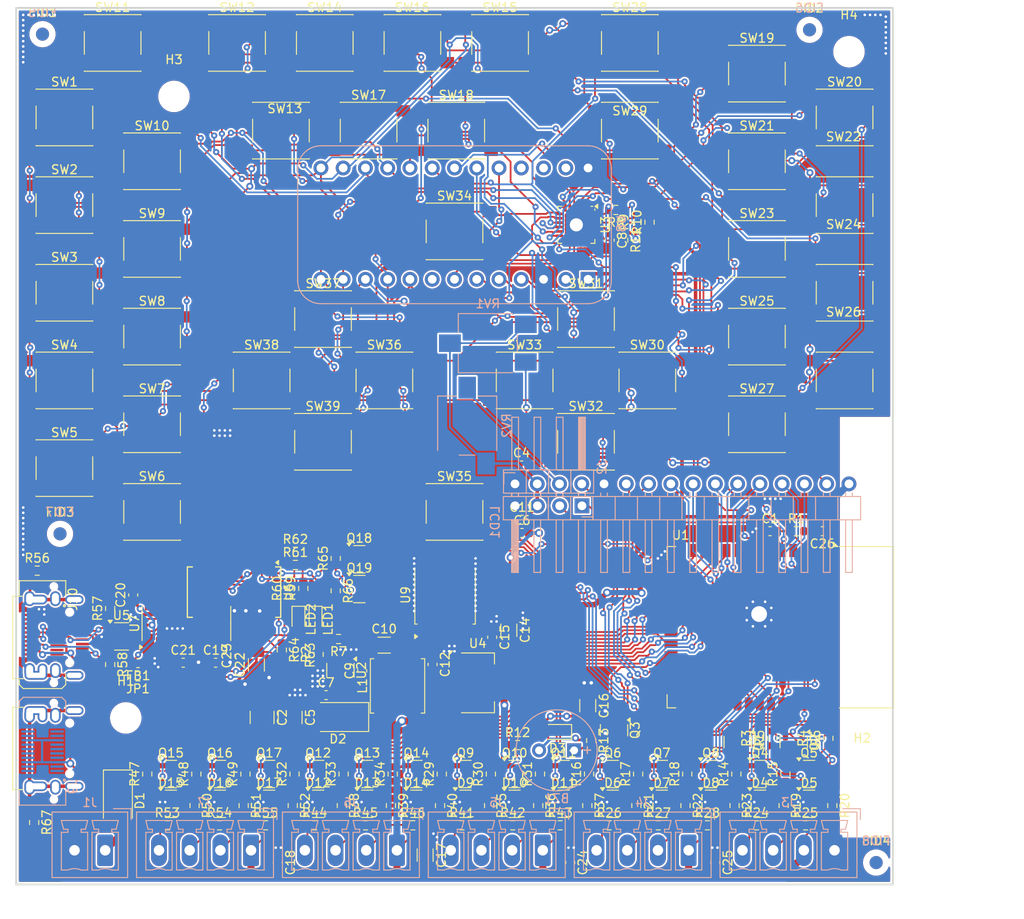
<source format=kicad_pcb>
(kicad_pcb (version 20240108) (generator "pcbnew") (generator_version "8.0")
  (layers (0 "F.Cu" signal) (31 "B.Cu" signal) (34 "B.Paste" user) (35 "F.Paste" user) (36 "B.SilkS" user "B.Silkscreen") (37 "F.SilkS" user "F.Silkscreen") (38 "B.Mask" user) (39 "F.Mask" user) (44 "Edge.Cuts" user))
  (net 0 "")
  (net 7 "Net-(Q12-D)")
  (net 8 "Net-(J2-Pin_1)")
  (net 9 "Net-(J2-Pin_2)")
  (net 10 "/NanoElsH4revised1_IO/ENCA_5V")
  (net 11 "/NanoElsH4revised1_IO/ENCB_5V")
  (net 12 "Net-(J5-Pin_3)")
  (net 13 "Net-(J5-Pin_2)")
  (net 14 "/ZSTEP_3V")
  (net 15 "/ZDIR_3V")
  (net 16 "/ZENA_3V")
  (net 17 "/XSTEP_3V")
  (net 18 "/XDIR_3V")
  (net 19 "/XENA_3V")
  (net 20 "/AUX11_3V")
  (net 21 "/AUX12_3V")
  (net 22 "/AUX13_3V")
  (net 23 "/AUX21_3V")
  (net 24 "/AUX22_3V")
  (net 25 "/AUX23_3V")
  (net 26 "/LCD_CONTRAST")
  (net 27 "/LCD_LEDA")
  (net 28 "+3V3")
  (net 29 "Net-(JP1-A)")
  (net 30 "Net-(LED1-A)")
  (net 31 "Net-(LED1-K)")
  (net 32 "Net-(LED2-A)")
  (net 33 "Net-(LED2-K)")
  (net 34 "/USB_to_ESP/VBUS_USB")
  (net 35 "/USB_to_ESP/~{DTR}")
  (net 36 "/USB_to_ESP/~{RTS}")
  (net 37 "/ESP_RX")
  (net 38 "/ESP_TX")
  (net 39 "/ESP_BOOT")
  (net 40 "/ESP_EN")
  (net 41 "Net-(BZ1--)")
  (net 42 "Net-(BZ1-+)")
  (net 43 "/ESP_BUZZER")
  (net 44 "GND")
  (net 45 "+5V")
  (net 46 "/LCD_D3")
  (net 47 "/LCD_D7-I2SCL")
  (net 48 "/LCD_EN")
  (net 49 "/LCD_D0")
  (net 50 "/LCD_D1")
  (net 51 "/LCD_D2")
  (net 52 "/LCD_RS")
  (net 53 "/LCD_D4")
  (net 54 "/LCD_D5")
  (net 55 "/LCD_D6-I2SDA")
  (net 56 "/ENCB_3V")
  (net 57 "/ENCA_3V")
  (net 58 "/KEY_SDA")
  (net 59 "/KEY_SCL")
  (net 60 "Net-(D3-K)")
  (net 61 "VDC")
  (net 62 "Net-(D2-K)")
  (net 63 "Net-(U2-CB)")
  (net 64 "/KEY_ROW2")
  (net 65 "/KEY_COL5")
  (net 66 "/KEY_COL1")
  (net 67 "Net-(D1-A)")
  (net 68 "/KEY_COL2")
  (net 69 "/KEY_ROW4")
  (net 70 "/KEY_ROW5")
  (net 71 "/KEY_COL6")
  (net 72 "/KEY_COL0")
  (net 73 "/KEY_ROW0")
  (net 74 "/KEY_COL4")
  (net 75 "/KEY_ROW1")
  (net 76 "/KEY_ROW6")
  (net 77 "Net-(Q4-D)")
  (net 78 "/KEY_COL3")
  (net 79 "/KEY_ROW3")
  (net 80 "Net-(Q5-D)")
  (net 81 "Net-(Q6-D)")
  (net 82 "Net-(Q7-D)")
  (net 83 "Net-(Q8-D)")
  (net 84 "Net-(Q9-D)")
  (net 85 "Net-(Q10-D)")
  (net 86 "Net-(Q11-D)")
  (net 87 "Net-(Q13-D)")
  (net 88 "Net-(Q14-D)")
  (net 89 "Net-(Q15-D)")
  (net 90 "Net-(Q16-D)")
  (net 91 "Net-(Q17-D)")
  (net 92 "Net-(J4-Pin_2)")
  (net 93 "Net-(J4-Pin_3)")
  (net 94 "Net-(J6-Pin_2)")
  (net 95 "Net-(J6-Pin_3)")
  (net 96 "Net-(J7-Pin_3)")
  (net 97 "Net-(J7-Pin_2)")
  (net 98 "Net-(J10-D--PadA7)")
  (net 99 "Net-(J10-D+-PadA6)")
  (net 100 "Net-(J10-SHIELD)")
  (net 101 "Net-(J10-CC1)")
  (net 102 "Net-(J10-CC2)")
  (net 103 "Net-(Q18-B)")
  (net 104 "Net-(Q19-B)")
  (net 105 "Net-(U7-TXD)")
  (net 106 "Net-(U7-RXD)")
  (net 107 "Net-(U6-TXD)")
  (net 108 "Net-(U6-RXD)")
  (net 109 "Net-(U2-FB)")
  (net 114 "Net-(U6-USBD-)")
  (net 115 "Net-(U6-USBD+)")
  (net 119 "Net-(U6-3V3OUT)")
  (net 131 "Net-(U7-V3)")
  (net 135 "Net-(J4-Pin_4)")
  (net 136 "/KEY_~{INT}")
  (net 137 "/KEY_~{RST}")
  (net 138 "Net-(J5-Pin_4)")
  (net 139 "Net-(J6-Pin_4)")
  (net 140 "Net-(J7-Pin_4)")
  (net 147 "Net-(J9-SHIELD)")
  (footprint "Button_Switch_SMD:SW_Push_1P1T_NO_6x6mm_H9.5mm" (layer "F.Cu") (at 65.5 67.5)
    (property "Reference" "SW10")
    (property "Value" "6X6SMD")
  )
  (footprint "Resistor_SMD:R_0603_1608Metric" (layer "F.Cu") (at 112.05 143.25)
    (property "Reference" "R43")
    (property "Value" "120R")
  )
  (footprint "Package_SO:SOIC-16_3.9x9.9mm_P1.27mm" (layer "F.Cu") (at 69.415 120.225 90)
    (property "Reference" "U7")
    (property "Value" "NP")
  )
  (footprint "Resistor_SMD:R_0603_1608Metric" (layer "F.Cu") (at 73.2 143.25)
    (property "Reference" "R54")
    (property "Value" "120R")
  )
  (footprint "Package_TO_SOT_SMD:SOT-23" (layer "F.Cu") (at 84.45 140.8)
    (property "Reference" "D12")
    (property "Value" "BAS40-04")
  )
  (footprint "els_kicad_lib:R_0603_1608Metric_shorted" (layer "F.Cu") (at 63.9 126.25 180)
    (property "Reference" "JP1")
    (property "Value" "~")
  )
  (footprint "MountingHole:MountingHole_3.2mm_M3" (layer "F.Cu") (at 145 55)
    (property "Reference" "H4")
    (property "Value" "~")
  )
  (footprint "Package_TO_SOT_SMD:SOT-23" (layer "F.Cu") (at 129.25 140.8)
    (property "Reference" "D8")
    (property "Value" "BAS40-04")
  )
  (footprint "Button_Switch_SMD:SW_Push_1P1T_NO_6x6mm_H9.5mm" (layer "F.Cu") (at 144.5 62.5)
    (property "Reference" "SW20")
    (property "Value" "6X6SMD")
  )
  (footprint "Resistor_SMD:R_0603_1608Metric" (layer "F.Cu") (at 86.45 116.5 -90)
    (property "Reference" "R66")
    (property "Value" "10k")
  )
  (footprint "Package_TO_SOT_SMD:SOT-23" (layer "F.Cu") (at 90.05 140.8)
    (property "Reference" "D13")
    (property "Value" "BAS40-04")
  )
  (footprint "Button_Switch_SMD:SW_Push_1P1T_NO_6x6mm_H9.5mm" (layer "F.Cu") (at 65.5 107.5)
    (property "Reference" "SW6")
    (property "Value" "6X6SMD")
  )
  (footprint "Button_Switch_SMD:SW_Push_1P1T_NO_6x6mm_H9.5mm" (layer "F.Cu") (at 120 64)
    (property "Reference" "SW29")
    (property "Value" "6X6SMD")
  )
  (footprint "Capacitor_SMD:C_0603_1608Metric" (layer "F.Cu") (at 129.75 147.5 -90)
    (property "Reference" "C25")
    (property "Value" "100n")
  )
  (footprint "Resistor_SMD:R_0603_1608Metric" (layer "F.Cu") (at 87.35 137.4 90)
    (property "Reference" "R33")
    (property "Value" "4k7")
  )
  (footprint "Button_Switch_SMD:SW_Push_1P1T_NO_6x6mm_H9.5mm" (layer "F.Cu") (at 108 92.5)
    (property "Reference" "SW33")
    (property "Value" "6X6SMD")
  )
  (footprint "Resistor_SMD:R_0603_1608Metric" (layer "F.Cu") (at 70.55 137.4 90)
    (property "Reference" "R48")
    (property "Value" "4k7")
  )
  (footprint "Resistor_SMD:R_0603_1608Metric" (layer "F.Cu") (at 120.75 74.45 90)
    (property "Reference" "R9")
    (property "Value" "4k7")
  )
  (footprint "Package_TO_SOT_SMD:SOT-23" (layer "F.Cu") (at 106.85 137.4)
    (property "Reference" "Q10")
    (property "Value" "2N7002")
  )
  (footprint "Button_Switch_SMD:SW_Push_1P1T_NO_6x6mm_H9.5mm" (layer "F.Cu") (at 115 99.5)
    (property "Reference" "SW32")
    (property "Value" "6X6SMD")
  )
  (footprint "Resistor_SMD:R_0603_1608Metric" (layer "F.Cu") (at 128.85 143.25)
    (property "Reference" "R28")
    (property "Value" "120R")
  )
  (footprint "Package_TO_SOT_SMD:SOT-23" (layer "F.Cu") (at 134.85 140.8)
    (property "Reference" "D4")
    (property "Value" "BAS40-04")
  )
  (footprint "Resistor_SMD:R_0603_1608Metric" (layer "F.Cu") (at 82.1 123.85 -90)
    (property "Reference" "R63")
    (property "Value" "NP")
  )
  (footprint "Capacitor_SMD:C_0603_1608Metric" (layer "F.Cu") (at 141.975 109.7 180)
    (property "Reference" "C26")
    (property "Value" "100n")
  )
  (footprint "Resistor_SMD:R_0603_1608Metric" (layer "F.Cu") (at 115.35 137.4 90)
    (property "Reference" "R16")
    (property "Value" "4k7")
  )
  (footprint "Resistor_SMD:R_0603_1608Metric" (layer "F.Cu") (at 142.65 133.325 90)
    (property "Reference" "R6")
    (property "Value" "4k7")
  )
  (footprint "Capacitor_SMD:C_0603_1608Metric" (layer "F.Cu") (at 107.7 108.4)
    (property "Reference" "C11")
    (property "Value" "100n")
  )
  (footprint "Resistor_SMD:R_0603_1608Metric" (layer "F.Cu") (at 81.75 137.4 90)
    (property "Reference" "R32")
    (property "Value" "4k7")
  )
  (footprint "Button_Switch_SMD:SW_Push_1P1T_NO_6x6mm_H9.5mm" (layer "F.Cu") (at 85 85.5)
    (property "Reference" "SW37")
    (property "Value" "6X6SMD")
  )
  (footprint "Resistor_SMD:R_0603_1608Metric" (layer "F.Cu") (at 81.2 116.225 90)
    (property "Reference" "R60")
    (property "Value" "NP")
  )
  (footprint "Button_Switch_SMD:SW_Push_1P1T_NO_6x6mm_H9.5mm" (layer "F.Cu") (at 144.5 72.5)
    (property "Reference" "SW22")
    (property "Value" "6X6SMD")
  )
  (footprint "Package_TO_SOT_SMD:SOT-23" (layer "F.Cu") (at 140.45 140.8)
    (property "Reference" "D5")
    (property "Value" "BAS40-04")
  )
  (footprint "Resistor_SMD:R_0603_1608Metric" (layer "F.Cu") (at 84.5 123.75 90)
    (property "Reference" "R2")
    (property "Value" "NP")
  )
  (footprint "Capacitor_SMD:C_1206_3216Metric" (layer "F.Cu") (at 77.4 124.95 90)
    (property "Reference" "C22")
    (property "Value" "4u7")
  )
  (footprint "Button_Switch_SMD:SW_Push_1P1T_NO_6x6mm_H9.5mm" (layer "F.Cu") (at 92 92.5)
    (property "Reference" "SW36")
    (property "Value" "6X6SMD")
  )
  (footprint "Button_Switch_SMD:SW_Push_1P1T_NO_6x6mm_H9.5mm" (layer "F.Cu") (at 134.5 77.5)
    (property "Reference" "SW23")
    (property "Value" "6X6SMD")
  )
  (footprint "els_kicad_lib:ESP32-S3-WROOM-1_bighole" (layer "F.Cu") (at 137.2 120.65 -90)
    (property "Reference" "U1")
    (property "Value" "ESP32-S3-WROOM-1")
  )
  (footprint "Package_TO_SOT_SMD:SOT-23-6" (layer "F.Cu") (at 86.9875 125.575 -90)
    (property "Reference" "U2")
    (property "Value" "NP")
  )
  (footprint "Resistor_SMD:R_0603_1608Metric" (layer "F.Cu") (at 137.55 141 -90)
    (property "Reference" "R19")
    (property "Value" "4k7")
  )
  (footprint "Button_Switch_SMD:SW_Push_1P1T_NO_6x6mm_H9.5mm" (layer "F.Cu") (at 55.5 62.5)
    (property "Reference" "SW1")
    (property "Value" "6X6SMD")
  )
  (footprint "Resistor_SMD:R_0603_1608Metric" (layer "F.Cu") (at 87.15 141 -90)
    (property "Reference" "R38")
    (property "Value" "4k7")
  )
  (footprint "Resistor_SMD:R_0603_1608Metric" (layer "F.Cu") (at 122.25 74.45 90)
    (property "Reference" "R10")
    (property "Value" "4k7")
  )
  (footprint "Resistor_SMD:R_0603_1608Metric" (layer "F.Cu") (at 86.45 112.8 90)
    (property "Reference" "R65")
    (property "Value" "10k")
  )
  (footprint "Package_TO_SOT_SMD:SOT-23" (layer "F.Cu") (at 118.05 137.4)
    (property "Reference" "Q6")
    (property "Value" "2N7002")
  )
  (footprint "Package_TO_SOT_SMD:SOT-23" (layer "F.Cu") (at 140.45 137.4)
    (property "Reference" "Q5")
    (property "Value" "2N7002")
  )
  (footprint "Diode_SMD:D_SMA" (layer "F.Cu") (at 86.7 130.9 180)
    (property "Reference" "D2")
    (property "Value" "NP")
  )
  (footprint "Resistor_SMD:R_0603_1608Metric" (layer "F.Cu") (at 104.15 137.4 90)
    (property "Reference" "R30")
    (property "Value" "4k7")
  )
  (footprint "Resistor_SMD:R_0603_1608Metric" (layer "F.Cu") (at 119.25 76.5 -90)
    (property "Reference" "R11")
    (property "Value" "4k7")
  )
  (footprint "Resistor_SMD:R_0603_1608Metric" (layer "F.Cu") (at 98.55 137.4 90)
    (property "Reference" "R29")
    (property "Value" "4k7")
  )
  (footprint "Fiducial:Fiducial_1.5mm_Mask3mm" (layer "F.Cu") (at 148.1 147.5)
    (property "Reference" "FID4")
    (property "Value" "~")
  )
  (footprint "Resistor_SMD:R_0603_1608Metric" (layer "F.Cu") (at 81.85 113.55)
    (property "Reference" "R61")
    (property "Value" "470R")
  )
  (footprint "Button_Switch_SMD:SW_Push_1P1T_NO_6x6mm_H9.5mm" (layer "F.Cu") (at 55.5 102.5)
    (property "Reference" "SW5")
    (property "Value" "6X6SMD")
  )
  (footprint "Capacitor_SMD:C_0603_1608Metric" (layer "F.Cu") (at 107.65 102.2)
    (property "Reference" "C4")
    (property "Value" "NP")
  )
  (footprint "Capacitor_SMD:C_0603_1608Metric" (layer "F.Cu") (at 69.05 124.7)
    (property "Reference" "C21")
    (property "Value" "NP")
  )
  (footprint "Resistor_SMD:R_0603_1608Metric" (layer "F.Cu") (at 86.775 122 180)
    (property "Reference" "R7")
    (property "Value" "NP")
  )
  (footprint "Resistor_SMD:R_0603_1608Metric" (layer "F.Cu") (at 95.25 143.25)
    (property "Reference" "R46")
    (property "Value" "120R")
  )
  (footprint "Package_TO_SOT_SMD:SOT-23" (layer "F.Cu") (at 90.05 137.4)
    (property "Reference" "Q13")
    (property "Value" "2N7002")
  )
  (footprint "Resistor_SMD:R_0603_1608Metric" (layer "F.Cu") (at 67.25 143.25)
    (property "Reference" "R53")
    (property "Value" "120R")
  )
  (footprint "Button_Switch_SMD:SW_Push_1P1T_NO_6x6mm_H9.5mm" (layer "F.Cu") (at 144.5 82.5)
    (property "Reference" "SW24")
    (property "Value" "6X6SMD")
  )
  (footprint "Button_Switch_SMD:SW_Push_1P1T_NO_6x6mm_H9.5mm" (layer "F.Cu") (at 85.2 54)
    (property "Reference" "SW14")
    (property "Value" "6X6SMD")
  )
  (footprint "Package_TO_SOT_SMD:SOT-23" (layer "F.Cu") (at 89.1375 112.9)
    (property "Reference" "Q18")
    (property "Value" "BC846B")
  )
  (footprint "Resistor_SMD:R_0603_1608Metric" (layer "F.Cu") (at 136.25 133.325 90)
    (property "Reference" "R5")
    (property "Value" "4k7")
  )
  (footprint "Resistor_SMD:R_0603_1608Metric" (layer "F.Cu") (at 106.65 143.25)
    (property "Reference" "R42")
    (property "Value" "120R")
  )
  (footprint "Resistor_SMD:R_0603_1608Metric" (layer "F.Cu") (at 78.45 143.25)
    (property "Reference" "R55")
    (property "Value" "120R")
  )
  (footprint "Button_Switch_SMD:SW_Push_1P1T_NO_6x6mm_H9.5mm" (layer "F.Cu") (at 115 85.5)
    (property "Reference" "SW31")
    (property "Value" "6X6SMD")
  )
  (footprint "Inductor_SMD:L_TDK_VLS6045EX_VLS6045AF" (layer "F.Cu") (at 93.5 127.35 90)
    (property "Reference" "L1")
    (property "Value" "NP")
  )
  (footprint "Resistor_SMD:R_0603_1608Metric" (layer "F.Cu") (at 84.05 143.25)
    (property "Reference" "R44")
    (property "Value" "120R")
  )
  (footprint "Button_Switch_SMD:SW_Push_1P1T_NO_6x6mm_H9.5mm" (layer "F.Cu") (at 61 54)
    (property "Reference" "SW11")
    (property "Value" "6X6SMD")
  )
  (footprint "Resistor_SMD:R_0603_1608Metric" (layer "F.Cu") (at 131.95 141 -90)
    (property "Reference" "R23")
    (property "Value" "4k7")
  )
  (footprint "Capacitor_SMD:C_1206_3216Metric" (layer "F.Cu") (at 96.65 146.65 -90)
    (property "Reference" "C17")
    (property "Value" "2u2")
  )
  (footprint "Button_Switch_SMD:SW_Push_1P1T_NO_6x6mm_H9.5mm" (layer "F.Cu") (at 144.5 92.5)
    (property "Reference" "SW26")
    (property "Value" "6X6SMD")
  )
  (footprint "Resistor_SMD:R_0603_1608Metric" (layer "F.Cu") (at 70.35 141 -90)
    (property "Reference" "R50")
    (property "Value" "4k7")
  )
  (footprint "Capacitor_SMD:C_1206_3216Metric" (layer "F.Cu") (at 115.2 129.6 -90)
    (property "Reference" "C16")
    (property "Value" "10u")
  )
  (footprint "Package_TO_SOT_SMD:SOT-23" (layer "F.Cu") (at 95.65 137.4)
    (property "Reference" "Q14")
    (property "Value" "2N7002")
  )
  (footprint "Button_Switch_SMD:SW_Push_1P1T_NO_6x6mm_H9.5mm" (layer "F.Cu") (at 134.5 97.5)
    (property "Reference" "SW27")
    (property "Value" "6X6SMD")
  )
  (footprint "Capacitor_SMD:C_1210_3225Metric" (layer "F.Cu") (at 81.25 130.95 -90)
    (property "Reference" "C5")
    (property "Value" "NP")
  )
  (footprint "Resistor_SMD:R_0603_1608Metric" (layer "F.Cu") (at 92.95 137.4 90)
    (property "Reference" "R34")
    (property "Value" "4k7")
  )
  (footprint "Capacitor_SMD:C_0603_1608Metric" (layer "F.Cu") (at 63.35 116.975 90)
    (property "Reference" "C20")
    (property "Value" "NP")
  )
  (footprint "Button_Switch_SMD:SW_Push_1P1T_NO_6x6mm_H9.5mm" (layer "F.Cu") (at 134.5 57.5)
    (property "Reference" "SW19")
    (property "Value" "6X6SMD")
  )
  (footprint "Package_TO_SOT_SMD:SOT-23" (layer "F.Cu") (at 123.65 140.8)
    (property "Reference" "D7")
    (property "Value" "BAS40-04")
  )
  (footprint "Button_Switch_SMD:SW_Push_1P1T_NO_6x6mm_H9.5mm" (layer "F.Cu") (at 90.2 64)
    (property "Reference" "SW17")
    (property "Value" "6X6SMD")
  )
  (footprint "Package_TO_SOT_SMD:SOT-23" (layer "F.Cu") (at 95.65 140.8)
    (property "Reference" "D14")
    (property "Value" "BAS40-04")
  )
  (footprint "Button_Switch_SMD:SW_Push_1P1T_NO_6x6mm_H9.5mm" (layer "F.Cu") (at 134.5 67.5)
    (property "Reference" "SW21")
    (property "Value" "6X6SMD")
  )
  (footprint "Capacitor_SMD:C_0603_1608Metric" (layer "F.Cu") (at 85.35 128.4)
    (property "Reference" "C7")
    (property "Value" "NP")
  )
  (footprint "Package_TO_SOT_SMD:SOT-23" (layer "F.Cu") (at 112.45 137.4)
    (property "Reference" "Q11")
    (property "Value" "2N7002")
  )
  (footprint "Button_Switch_SMD:SW_Push_1P1T_NO_6x6mm_H9.5mm" (layer "F.Cu") (at 55.5 72.5)
    (property "Reference" "SW2")
    (property "Value" "6X6SMD")
  )
  (footprint "Package_TO_SOT_SMD:SOT-23" (layer "F.Cu") (at 101.25 140.8)
    (property "Reference" "D9")
    (property "Value" "BAS40-04")
  )
  (footprint "Package_TO_SOT_SMD:SOT-23" (layer "F.Cu") (at 129.25 137.4)
    (property "Reference" "Q8")
    (property "Value" "2N7002")
  )
  (footprint "Button_Switch_SMD:SW_Push_1P1T_NO_6x6mm_H9.5mm" (layer "F.Cu") (at 65.5 87.5)
    (property "Reference" "SW8")
    (property "Value" "6X6SMD")
  )
  (footprint "Resistor_SMD:R_0603_1608Metric" (layer "F.Cu") (at 117.65 143.25)
    (property "Reference" "R26")
    (property "Value" "120R")
  )
  (footprint "Button_Switch_SMD:SW_Push_1P1T_NO_6x6mm_H9.5mm" (layer "F.Cu") (at 55.5 82.5)
    (property "Reference" "SW3")
    (property "Value" "6X6SMD")
  )
  (footprint "Package_TO_SOT_SMD:TO-252-2" (layer "F.Cu") (at 98.925 116.985 90)
    (property "Reference" "U9")
    (property "Value" "LF33ABDT")
  )
  (footprint "Resistor_SMD:R_0603_1608Metric" (layer "F.Cu") (at 82.75 116.225 90)
    (property "Reference" "R59")
    (property "Value" "NP")
  )
  (footprint "Resistor_SMD:R_0603_1608Metric" (layer "F.Cu") (at 134.75 133.325 90)
    (property "Reference" "R3")
    (property "Value" "4k7")
  )
  (footprint "Resistor_SMD:R_0603_1608Metric" (layer "F.Cu") (at 139 109.7)
    (property "Reference" "R1")
    (property "Value" "4k7")
  )
  (footprint "LED_SMD:LED_0603_1608Metric" (layer "F.Cu") (at 84.15 119.75 -90)
    (property "Reference" "LED1")
    (property "Value" "NP")
  )
  (footprint "Button_Switch_SMD:SW_Push_1P1T_NO_6x6mm_H9.5mm" (layer "F.Cu") (at 55.5 92.5)
    (property "Reference" "SW4")
    (property "Value" "6X6SMD")
  )
  (footprint "Resistor_SMD:R_0603_1608Metric" (layer "F.Cu") (at 115.6 133.575 -90)
    (property "Reference" "R13")
    (property "Value" "10R")
  )
  (footprint "Resistor_SMD:R_0603_1608Metric" (layer "F.Cu") (at 120.95 137.4 90)
    (property "Reference" "R17")
    (property "Value" "4k7")
  )
  (footprint "Button_Switch_SMD:SW_Push_1P1T_NO_6x6mm_H9.5mm" (layer "F.Cu") (at 65.5 77.5)
    (property "Reference" "SW9")
    (property "Value" "6X6SMD")
  )
  (footprint "Resistor_SMD:R_0603_1608Metric" (layer "F.Cu") (at 76.15 137.4 90)
    (property "Reference" "R49")
    (property "Value" "4k7")
  )
  (footprint "Package_TO_SOT_SMD:SOT-23" (layer "F.Cu") (at 73.25 137.4)
    (property "Reference" "Q16")
    (property "Value" "2N7002")
  )
  (footprint "Resistor_SMD:R_0603_1608Metric" (layer "F.Cu") (at 115.15 141 -90)
    (property "Reference" "R37")
    (property "Value" "4k7")
  )
  (footprint "Resistor_SMD:R_0603_1608Metric" (layer "F.Cu") (at 89.85 143.25)
    (property "Reference" "R45")
    (property "Value" "120R")
  )
  (footprint "Button_Switch_SMD:SW_Push_1P1T_NO_6x6mm_H9.5mm" (layer "F.Cu") (at 100.2 64)
    (property "Reference" "SW18")
    (property "Value" "6X6SMD")
  )
  (footprint "Package_TO_SOT_SMD:SOT-23" (layer "F.Cu") (at 67.65 140.8)
    (property "Reference" "D15")
    (property "Value" "BAS40-04")
  )
  (footprint "Package_TO_SOT_SMD:SOT-23" (layer "F.Cu") (at 118.05 140.8)
    (property "Reference" "D6")
    (property "Value" "BAS40-04")
  )
  (footprint "Resistor_SMD:R_0603_1608Metric" (layer "F.Cu") (at 92.75 141 -90)
    (property "Reference" "R39")
    (property "Value" "4k7")
  )
  (footprint "Resistor_SMD:R_0603_1608Metric" (layer "F.Cu") (at 126.35 141 -90)
    (property "Reference" "R22")
    (property "Value" "4k7")
  )
  (footprint "Package_TO_SOT_SMD:SOT-23" (layer "F.Cu") (at 123.65 137.4)
    (property "Reference" "Q7")
    (property "Value" "2N7002")
  )
  (footprint "Package_TO_SOT_SMD:SOT-23" (layer "F.Cu") (at 106.85 140.8)
    (property "Reference" "D10")
    (property "Value" "BAS40-04")
  )
  (footprint "Capacitor_SMD:C_0603_1608Metric" (layer "F.Cu") (at 113.2 147.5 -90)
    (property "Reference" "C24")
    (property "Value" "100n")
  )
  (footprint "Package_TO_SOT_SMD:SOT-23" (layer "F.Cu") (at 89.15 116.3)
    (property "Reference" "Q19")
    (property "Value" "BC846B")
  )
  (footprint "Resistor_SMD:R_0603_1608Metric" (layer "F.Cu") (at 60.719975 118.5125 90)
    (property "Reference" "R57")
    (property "Value" "5k1")
  )
  (footprint "Resistor_SMD:R_0603_1608Metric" (layer "F.Cu") (at 143.1 141 -90)
    (property "Reference" "R20")
    (property "Value" "4k7")
  )
  (footprint "MountingHole:MountingHole_3.2mm_M3" (layer "F.Cu") (at 68 60.1)
    (property "Reference" "H3")
    (property "Value" "~")
  )
  (footprint "Capacitor_SMD:C_0603_1608Metric" (layer "F.Cu") (at 136 109.7)
    (property "Reference" "C1")
    (property "Value" "1u")
  )
  (footprint "Package_TO_SOT_SMD:SOT-23-6" (layer "F.Cu") (at 62.019975 121.7)
    (property "Reference" "U5")
    (property "Value" "USBLC6-2SC6")
  )
  (footprint "Button_Switch_SMD:SW_Push_1P1T_NO_6x6mm_H9.5mm" (layer "F.Cu") (at 120 54)
    (property "Reference" "SW28")
    (property "Value" "6X6SMD")
  )
  (footprint "Resistor_SMD:R_0603_1608Metric" (layer "F.Cu") (at 141.15 133.325 90)
    (property "Reference" "R4")
    (property "Value" "4k7")
  )
  (footprint "Resistor_SMD:R_0603_1608Metric" (layer "F.Cu") (at 52.05 142.925 -90)
    (property "Reference" "R67")
    (property "Value" "1M")
  )
  (footprint "Resistor_SMD:R_0603_1608Metric" (layer "F.Cu") (at 140.05 143.25)
    (property "Reference" "R25")
    (property "Value" "120R")
  )
  (footprint "els_kicad_lib:USB_C_HorVert_top_GCT-JAE-HRO_USB4160-DX07S024WJ3R400-C31M12" (layer "F.Cu") (at 53 121.5 -90)
    (property "Reference" "J10")
    (property "Value" "USB_C_Receptacle_USB2.0_16P")
  )
  (footprint "Package_TO_SOT_SMD:SOT-23" (layer "F.Cu") (at 78.85 137.4)
    (property "Reference" "Q17")
    (property "Value" "2N7002")
  )
  (footprint "Button_Switch_SMD:SW_Push_1P1T_NO_6x6mm_H9.5mm" (layer "F.Cu") (at 80.2 64)
    (property "Reference" "SW13")
    (property "Value" "6X6SMD")
  )
  (footprint "Diode_SMD:D_SOD-323" (layer "F.Cu") (at 111.75 132.6 180)
    (property "Reference" "D3")
    (property "Value" "1N4148W")
  )
  (footprint "Package_TO_SOT_SMD:SOT-23" (layer "F.Cu") (at 84.45 137.4)
    (property "Reference" "Q12")
    (property "Value" "2N7002")
  )
  (footprint "Package_TO_SOT_SMD:SOT-23" (layer "F.Cu") (at 112.45 140.8)
    (property "Reference" "D11")
    (property "Value" "BAS40-04")
  )
  (footprint "Button_Switch_SMD:SW_Push_1P1T_NO_6x6mm_H9.5mm" (layer "F.Cu") (at 134.5 87.5)
    (property "Reference" "SW25")
    (property "Value" "6X6SMD")
  )
  (footprint "Button_Switch_SMD:SW_Push_1P1T_NO_6x6mm_H9.5mm" (layer "F.Cu") (at 100 107.5)
    (property "Reference" "SW35")
    (property "Value" "6X6SMD")
  )
  (footprint "Resistor_SMD:R_0603_1608Metric" (layer "F.Cu") (at 103.95 141 -90)
    (property "Reference" "R35")
    (property "Value" "4k7")
  )
  (footprint "Resistor_SMD:R_0603_1608Metric" (layer "F.Cu") (at 64.95 137.4 90)
    (property "Reference" "R47")
    (property "Value" "4k7")
  )
  (footprint "Button_Switch_SMD:SW_Push_1P1T_NO_6x6mm_H9.5mm" (layer "F.Cu") (at 75.2 54)
    (property "Reference" "SW12")
    (property "Value" "6X6SMD")
  )
  (footprint "LED_SMD:LED_0603_1608Metric" (layer "F.Cu") (at 82.2 119.75 -90)
    (property "Reference" "LED2")
    (property "Value" "NP")
  )
  (footprint "Resistor_SMD:R_0603_1608Metric" (layer "F.Cu") (at 132.15 137.4 90)
    (property "Reference" "R14")
    (property "Value" "4k7")
  )
  (footprint "Button_Switch_SMD:SW_Push_1P1T_NO_6x6mm_H9.5mm" (layer "F.Cu") (at 122 92.5)
    (property "Reference" "SW30")
    (property "Value" "6X6SMD")
  )
  (footprint "Resistor_SMD:R_0603_1608Metric" (layer "F.Cu") (at 109.55 141 -90)
    (property "Reference" "R36")
    (property "Value" "4k7")
  )
  (footprint "MountingHole:MountingHole_3.2mm_M3" (layer "F.Cu") (at 62.5 131)
    (property "Reference" "H1")
    (property "Value" "~")
  )
  (footprint "Package_TO_SOT_SMD:SOT-23" (layer "F.Cu") (at 138.7 133.765 -90)
    (property "Reference" "Q2")
    (property "Value" "2N7002")
  )
  (footprint "Inductor_SMD:L_0603_1608Metric" (layer "F.Cu") (at 63.9 124.75 180)
    (property "Reference" "FB1")
    (property "Value" "NP")
  )
  (footprint "Capacitor_SMD:C_0603_1608Metric" (layer "F.Cu") (at 117.7 76.5 -90)
    (property "Reference" "C8")
    (property "Value" "100n")
  )
  (footprint "Package_TO_SOT_SMD:SOT-23" (layer "F.Cu") (at 132.3125 133.765 -90)
    (property "Reference" "Q1")
    (property "Value" "2N7002")
  )
  (footprint "Button_Switch_SMD:SW_Push_1P1T_NO_6x6mm_H9.5mm" (layer "F.Cu") (at 65.5 97.5)
    (property "Reference" "SW7")
    (property "Value" "6X6SMD")
  )
  (footprint "Resistor_SMD:R_0603_1608Metric" (layer "F.Cu") (at 118.4 73.05 180)
    (property "Reference" "R8")
    (property "Value" "4k7")
  )
  (footprint "Fiducial:Fiducial_1.5mm_Mask3mm" (layer "F.Cu") (at 55 110)
    (property "Reference" "FID3")
    (property "Value" "~")
  )
  (footprint "Capacitor_SMD:C_1210_3225Metric" (layer "F.Cu") (at 78.05 130.95 -90)
    (property "Reference" "C2")
    (property "Value" "NP")
  )
  (footprint "Resistor_SMD:R_0603_1608Metric" (layer "F.Cu") (at 109.75 137.4 90)
    (property "Reference" "R31")
    (property "Value" "4k7")
  )
  (footprint "Fiducial:Fiducial_1.5mm_Mask3mm" (layer "F.Cu") (at 53 53)
    (property "Reference" "FID1")
    (property "Value" "~")
  )
  (footprint "Package_DFN_QFN:WQFN-24-1EP_4x4mm_P0.5mm_EP2.45x2.45mm" (layer "F.Cu") (at 113.9 74.75 -90)
    (property "Reference" "U3")
    (property "Value" "TCA8418RTW")
  )
  (footprint "Resistor_SMD:R_0603_1608Metric" (layer "F.Cu") (at 137.75 137.4 90)
    (property "Reference" "R15")
    (property "Value" "4k7")
  )
  (footprint "Button_Switch_SMD:SW_Push_1P1T_NO_6x6mm_H9.5mm" (layer "F.Cu") (at 105.2 54)
    (property "Reference" "SW15")
    (property "Value" "6X6SMD")
  )
  (footprint "Fiducial:Fiducial_1.5mm_Mask3mm" (layer "F.Cu") (at 140.5 52.5)
    (property "Reference" "FID2")
    (property "Value" "~")
  )
  (footprint "Resistor_SMD:R_0603_1608Metric" (layer "F.Cu") (at 80.3 123.25 -90)
    (property "Reference" "R64")
    (property "Value" "NP")
  )
  (footprint "Resistor_SMD:R_0603_1608Metric" (layer "F.Cu") (at 75.95 141 -90)
    (property "Reference" "R51")
    (property "Value" "4k7")
  )
  (footprint "Package_TO_SOT_SMD:SOT-23" (layer "F.Cu") (at 134.85 137.4)
    (property "Reference" "Q4")
    (property "Value" "2N7002")
  )
  (footprint "Package_TO_SOT_SMD:SOT-223-3_TabPin2" (layer "F.Cu") (at 102.65 127)
    (property "Reference" "U4")
    (property "Value" "NP")
  )
  (footprint "Capacitor_SMD:C_1206_3216Metric" (layer "F.Cu") (at 91.975 122.7)
    (property "Reference" "C10")
    (property "Value" "NP")
  )
  (footprint "Resistor_SMD:R_0603_1608Metric" (layer "F.Cu") (at 134.45 143.25)
    (property "Reference" "R24")
    (property "Value" "120R")
  )
  (footprint "Capacitor_SMD:C_0603_1608Metric" (layer "F.Cu") (at 72.75 124.7)
    (property "Reference" "C19")
    (property "Value" "100n")
  )
  (footprint "Package_SO:SSOP-28_5.3x10.2mm_P0.65mm" (layer "F.Cu") (at 74.85 116.65 -90)
    (property "Reference" "U6")
    (property "Value" "FT232RL")
  )
  (footprint "Package_TO_SOT_SMD:SOT-23" (layer "F.Cu") (at 67.65 137.4)
    (property "Reference" "Q15")
    (property "Value" "2N7002")
  )
  (footprint "Button_Switch_SMD:SW_Push_1P1T_NO_6x6mm_H9.5mm" (layer "F.Cu") (at 78 92.5)
    (property "Reference" "SW38")
    (property "Value" "6X6SMD")
  )
  (footprint "Capacitor_SMD:C_0603_1608Metric" (layer "F.Cu") (at 89.475 125.625 90)
    (property "Reference" "C9")
    (property "Value" "NP")
  )
  (footprint "Capacitor_SMD:C_0603_1608Metric" (layer "F.Cu") (at 75.45 123.9 90)
    (property "Reference" "C23")
    (property "Value" "100n")
  )
  (footprint "Package_TO_SOT_SMD:SOT-23" (layer "F.Cu") (at 118.2 132.4 -90)
    (property "Reference" "Q3")
    (property "Value" "2N7002")
  )
  (footprint "Resistor_SMD:R_0603_1608Metric" (layer "F.Cu") (at 100.85 143.25)
    (property "Reference" "R41")
    (property "Value" "120R")
  )
  (footprint "Resistor_SMD:R_0603_1608Metric" (layer "F.Cu") (at 126.55 137.4 90)
    (property "Reference" "R18")
    (property "Value" "4k7")
  )
  (footprint "Resistor_SMD:R_0603_1608Metric" (layer "F.Cu") (at 52.4 114.2)
    (property "Reference" "R56")
    (property "Value" "1M")
  )
  (footprint "Resistor_SMD:R_0603_1608Metric" (layer "F.Cu") (at 60.719975 124.9125 -90)
    (property "Reference" "R58")
    (property "Value" "5k1")
  )
  (footprint "Diode_SMD:D_SMA" (layer "F.Cu") (at 61.6 140.45 -90)
    (property "Reference" "D1")
    (property "Value" "NP")
  )
  (footprint "Package_TO_SOT_SMD:SOT-23" (layer "F.Cu") (at 101.25 137.4)
    (property "Reference" "Q9")
    (property "Value" "2N7002")
  )
  (footprint "Capacitor_SMD:C_0603_1608Metric" (layer "F.Cu") (at 107.7 109.9)
    (property "Reference" "C6")
    (property "Value" "1u")
  )
  (footprint "Package_TO_SOT_SMD:SOT-23" (layer "F.Cu") (at 73.25 140.8)
    (property "Reference" "D16")
    (property "Value" "BAS40-04")
  )
  (footprint "Resistor_SMD:R_0603_1608Metric" (layer "F.Cu") (at 98.35 141 -90)
    (property "Reference" "R40")
    (property "Value" "4k7")
  )
  (footprint "Capacitor_SMD:C_1206_3216Metric" (layer "F.Cu") (at 106.2 121 -90)
    (property "Reference" "C14")
    (property "Value" "10u")
  )
  (footprint "Resistor_SMD:R_0603_1608Metric" (layer "F.Cu") (at 81.55 141 -90)
    (property "Reference" "R52")
    (property "Value" "4k7")
  )
  (footprint "Resistor_SMD:R_0603_1608Metric" (layer "F.Cu") (at 123.25 143.25)
    (property "Reference" "R27")
    (property "Value" "120R")
  )
  (footprint "Button_Switch_SMD:SW_Push_1P1T_NO_6x6mm_H9.5mm" (layer "F.Cu") (at 95.2 54)
    (property "Reference" "SW16")
    (property "Value" "6X6SMD")
  )
  (footprint "Resistor_SMD:R_0603_1608Metric" (layer "F.Cu") (at 107.2 134.1)
    (property "Reference" "R12")
    (property "Value" "120R")
  )
  (footprint "Resistor_SMD:R_0603_1608Metric" (layer "F.Cu") (at 81.85 112.05)
    (property "Reference" "R62")
    (property "Value" "470R")
  )
  (footprint "Capacitor_SMD:C_0603_1608Metric" (layer "F.Cu") (at 97.5 124.9 -90)
    (property "Reference" "C12")
    (property "Value" "100n")
  )
  (footprint "Package_TO_SOT_SMD:SOT-23" (layer "F.Cu") (at 78.85 140.8)
    (property "Reference" "D17")
    (property "Value" "BAS40-04")
  )
  (footprint "Button_Switch_SMD:SW_Push_1P1T_NO_6x6mm_H9.5mm" (layer "F.Cu") (at 100 75.5)
    (property "Reference" "SW34")
    (property "Value" "6X6SMD")
  )
  (footprint "MountingHole:MountingHole_3.2mm_M3" (layer "F.Cu") (at 146.5 137.5)
    (property "Reference" "H2")
    (property "Value" "~")
  )
  (footprint "Button_Switch_SMD:SW_Push_1P1T_NO_6x6mm_H9.5mm" (layer "F.Cu") (at 85 99.5)
    (property "Reference" "SW39")
    (property "Value" "6X6SMD")
  )
  (footprint "Resistor_SMD:R_0603_1608Metric" (layer "F.Cu") (at 120.75 141 -90)
    (property "Reference" "R21")
    (property "Value" "4k7")
  )
  (footprint "Capacitor_SMD:C_0603_1608Metric" (layer "F.Cu") (at 79.85 147.5 -90)
    (property "Reference" "C18")
    (property "Value" "100n")
  )
  (footprint "Capacitor_SMD:C_0603_1608Metric" (layer "F.Cu") (at 104.3 121.8 -90)
    (property "Reference" "C15")
    (property "Value" "100n")
  )
  (footprint "Fiducial:Fiducial_1.5mm_Mask3mm" (layer "B.Cu") (at 53 53 180)
    (property "Reference" "FID5")
    (property "Value" "~")
  )
  (footprint "Connector_Phoenix_MC:PhoenixContact_MCV_1,5_4-G-3.5_1x04_P3.50mm_Vertical" (layer "B.Cu") (at 93.43 146.1 180)
    (property "Reference" "J6")
    (property "Value" "Screw_Terminal_01x04")
  )
  (footprint "Connector_Phoenix_MC:PhoenixContact_MCV_1,5_4-G-3.5_1x04_P3.50mm_Vertical" (layer "B.Cu") (at 110.07 146.1 180)
    (property "Reference" "J5")
    (property "Value" "Screw_Terminal_01x04")
  )
  (footprint "Buzzer_Beeper:MagneticBuzzer_PUI_AT-0927-TT-6-R" (layer "B.Cu") (at 113.65 134.7 180)
    (property "Reference" "BZ1")
    (property "Value" "Buzzer")
  )
  (footprint "Connector_Phoenix_MC:PhoenixContact_MCV_1,5_4-G-3.5_1x04_P3.50mm_Vertical" (layer "B.Cu") (at 76.79 146.1 180)
    (property "Reference" "J7")
    (property "Value" "Screw_Terminal_01x04")
  )
  (footprint "Connector_Phoenix_MC:PhoenixContact_MCV_1,5_4-G-3.5_1x04_P3.50mm_Vertical" (layer "B.Cu") (at 126.71 146.1 180)
    (property "Reference" "J4")
    (property "Value" "Screw_Terminal_01x04")
  )
  (footprint "Connector_PinHeader_2.54mm:PinHeader_1x04_P2.54mm_Horizontal" (layer "B.Cu") (at 114.54 106.8 90)
    (property "Reference" "J2")
    (property "Value" "LCD-I2C")
  )
  (footprint "Potentiometer_SMD:Potentiometer_ACP_CA6-VSMD_Vertical" (layer "B.Cu") (at 103.8 88.25 180)
    (property "Reference" "RV1")
    (property "Value" "NP")
  )
  (footprint "Potentiometer_SMD:Potentiometer_ACP_CA6-VSMD_Vertical" (layer "B.Cu") (at 101.45 97.65 90)
    (property "Reference" "RV2")
    (property "Value" "NP")
  )
  (footprint "Connector_Phoenix_MC:PhoenixContact_MCV_1,5_4-G-3.5_1x04_P3.50mm_Vertical" (layer "B.Cu") (at 143.35 146.1 180)
    (property "Reference" "J3")
    (property "Value" "Screw_Terminal_01x04")
  )
  (footprint "els_kicad_lib:Adafruit_STEMMA_TCA8418" (layer "B.Cu") (at 100 74.615 90)
    (property "Reference" "U8")
    (property "Value" "NP")
  )
  (footprint "Fiducial:Fiducial_1.5mm_Mask3mm" (layer "B.Cu") (at 140.5 52.5 180)
    (property "Reference" "FID6")
    (property "Value" "~")
  )
  (footprint "els_kicad_lib:LCD_HD44780_header_horizontal" (layer "B.Cu") (at 106.9 104.3 -90)
    (property "Reference" "LCD1")
    (property "Value" "NP")
  )
  (footprint "Connector_Phoenix_MC:PhoenixContact_MCV_1,5_2-G-3.5_1x02_P3.50mm_Vertical" (layer "B.Cu") (at 60.15 146.1 180)
    (property "Reference" "J1")
    (property "Value" "NP")
  )
  (footprint "Fiducial:Fiducial_1.5mm_Mask3mm" (layer "B.Cu") (at 148.1 147.5 180)
    (property "Reference" "FID8")
    (property "Value" "~")
  )
  (footprint "els_kicad_lib:USB_C_HorVert_topbot_GCT-JAE-HRO_USB4160-DX07S024WJ3R400-C31M12" (layer "B.Cu") (at 53 134.8 90)
    (property "Reference" "J9")
    (property "Value" "USB_C_Receptacle_USB2.0_16P")
  )
  (footprint "Fiducial:Fiducial_1.5mm_Mask3mm" (layer "B.Cu") (at 55 110 180)
    (property "Reference" "FID7")
    (property "Value" "~")
  )
  (gr_line (start 50 150) (end 50 50) (stroke (width 0.2)) (layer "Edge.Cuts"))
  (gr_line (start 150 150) (end 50 150) (stroke (width 0.2)) (layer "Edge.Cuts"))
  (gr_line (start 150 50) (end 150 150) (stroke (width 0.2)) (layer "Edge.Cuts"))
  (gr_line (start 50 50) (end 150 50) (stroke (width 0.2)) (layer "Edge.Cuts"))
  (gr_text "NanoElsH4revised1\nhandsolder\n2024-06-07" (at 71.8 103.2 0) (layer "F.Cu") (effects (font (size 1.5 1.5) (thickness 0.3) (bold yes)) (justify left top)))
  (segment (start 86.0125 140.175) (end 85.3875 140.8) (width 0.2) (layer "F.Cu") (net 7))
  (segment (start 87.15 140.175) (end 86.0125 140.175) (width 0.2) (layer "F.Cu") (net 7))
  (segment (start 85.3875 137.4) (end 85.3875 140.8) (width 0.2) (layer "F.Cu") (net 7))
  (segment (start 84.875 141.3125) (end 84.875 143.2) (width 0.2) (layer "F.Cu") (net 7))
  (segment (start 85.3875 140.8) (end 84.875 141.3125) (width 0.2) (layer "F.Cu") (net 7))
  (segment (start 115.3 106.8) (end 114.54 106.8) (width 0.2) (layer "F.Cu") (net 8))
  (segment (start 119.75 127.05) (end 119.75 129.884314) (width 0.2) (layer "F.Cu") (net 8))
  (segment (start 135.3975 135.0025) (end 136.25 134.15) (width 0.2) (layer "F.Cu") (net 8))
  (segment (start 124.265686 134.4) (end 132.01 134.4) (width 0.2) (layer "F.Cu") (net 8))
  (segment (start 118.55 117.529357) (end 118.55 110.05) (width 0.2) (layer "F.Cu") (net 8))
  (segment (start 132.3125 134.7025) (end 132.6125 135.0025) (width 0.2) (layer "F.Cu") (net 8))
  (segment (start 118.55 110.05) (end 115.3 106.8) (width 0.2) (layer "F.Cu") (net 8))
  (segment (start 117.688561 118.390796) (end 118.55 117.529357) (width 0.2) (layer "F.Cu") (net 8))
  (segment (start 132.6125 135.0025) (end 135.3975 135.0025) (width 0.2) (layer "F.Cu") (net 8))
  (segment (start 119.75 129.884314) (end 124.265686 134.4) (width 0.2) (layer "F.Cu") (net 8))
  (segment (start 132.01 134.4) (end 132.3125 134.7025) (width 0.2) (layer "F.Cu") (net 8))
  (via (at 117.688561 118.390796) (size 0.7) (drill 0.3) (layers "F.Cu" "B.Cu") (net 8))
  (via (at 119.75 127.05) (size 0.7) (drill 0.3) (layers "F.Cu" "B.Cu") (net 8))
  (segment (start 117.6 125.003554) (end 118.60069 126.004244) (width 0.2) (layer "B.Cu") (net 8))
  (segment (start 119.75 126.800001) (end 119.75 127.05) (width 0.2) (layer "B.Cu") (net 8))
  (segment (start 118.60069 126.004244) (end 118.954243 126.004244) (width 0.2) (layer "B.Cu") (net 8))
  (segment (start 117.6 118.479357) (end 117.6 125.003554) (width 0.2) (layer "B.Cu") (net 8))
  (segment (start 117.688561 118.390796) (end 117.6 118.479357) (width 0.2) (layer "B.Cu") (net 8))
  (segment (start 118.954243 126.004244) (end 119.75 126.800001) (width 0.2) (layer "B.Cu") (net 8))
  (segment (start 142.65 134.15) (end 141.7975 135.0025) (width 0.2) (layer "F.Cu") (net 9))
  (segment (start 118.15 110.35) (end 116.4 108.6) (width 0.2) (layer "F.Cu") (net 9))
  (segment (start 116.4 108.6) (end 113.8 108.6) (width 0.2) (layer "F.Cu") (net 9))
  (segment (start 119.35 130.05) (end 124.1 134.8) (width 0.2) (layer "F.Cu") (net 9))
  (segment (start 116.95 119.040221) (end 117.038561 118.95166) (width 0.2) (layer "F.Cu") (net 9))
  (segment (start 139 135.0025) (end 138.7 134.7025) (width 0.2) (layer "F.Cu") (net 9))
  (segment (start 118.685004 126.654244) (end 119.1 127.06924) (width 0.2) (layer "F.Cu") (net 9))
  (segment (start 113.8 108.6) (end 112 106.8) (width 0.2) (layer "F.Cu") (net 9))
  (segment (start 119.35 127.569239) (end 119.35 130.05) (width 0.2) (layer "F.Cu") (net 9))
  (segment (start 117.038561 118.121557) (end 118.15 117.010118) (width 0.2) (layer "F.Cu") (net 9))
  (segment (start 117.038561 118.95166) (end 117.038561 118.121557) (width 0.2) (layer "F.Cu") (net 9))
  (segment (start 124.1 134.8) (end 130.55 134.8) (width 0.2) (layer "F.Cu") (net 9))
  (segment (start 131.49 135.74) (end 137.6625 135.74) (width 0.2) (layer "F.Cu") (net 9))
  (segment (start 137.6625 135.74) (end 138.7 134.7025) (width 0.2) (layer "F.Cu") (net 9))
  (segment (start 141.7975 135.0025) (end 139 135.0025) (width 0.2) (layer "F.Cu") (net 9))
  (segment (start 119.1 127.319239) (end 119.35 127.569239) (width 0.2) (layer "F.Cu") (net 9))
  (segment (start 130.55 134.8) (end 131.49 135.74) (width 0.2) (layer "F.Cu") (net 9))
  (segment (start 119.1 127.06924) (end 119.1 127.319239) (width 0.2) (layer "F.Cu") (net 9))
  (segment (start 118.15 117.010118) (end 118.15 110.35) (width 0.2) (layer "F.Cu") (net 9))
  (via (at 118.685004 126.654244) (size 0.7) (drill 0.3) (layers "F.Cu" "B.Cu") (net 9))
  (via (at 116.95 119.040221) (size 0.7) (drill 0.3) (layers "F.Cu" "B.Cu") (net 9))
  (segment (start 117.2 119.290221) (end 117.2 125.16924) (width 0.2) (layer "B.Cu") (net 9))
  (segment (start 116.95 119.040221) (end 117.2 119.290221) (width 0.2) (layer "B.Cu") (net 9))
  (segment (start 117.2 125.16924) (end 118.685004 126.654244) (width 0.2) (layer "B.Cu") (net 9))
  (segment (start 133.625 145.325) (end 132.85 146.1) (width 0.2) (layer "F.Cu") (net 10))
  (segment (start 133.625 143.2) (end 133.625 145.325) (width 0.2) (layer "F.Cu") (net 10))
  (segment (start 139.225 143.225) (end 136.35 146.1) (width 0.2) (layer "F.Cu") (net 11))
  (segment (start 139.225 143.2) (end 139.225 143.225) (width 0.2) (layer "F.Cu") (net 11))
  (segment (start 103.07 145.755) (end 103.07 146.1) (width 0.2) (layer "F.Cu") (net 12))
  (segment (start 105.575 143.25) (end 103.07 145.755) (width 0.2) (layer "F.Cu") (net 12))
  (segment (start 105.825 143.25) (end 105.575 143.25) (width 0.2) (layer "F.Cu") (net 12))
  (segment (start 109.4 143.2) (end 106.57 146.03) (width 0.2) (layer "F.Cu") (net 13))
  (segment (start 111.225 143.2) (end 109.4 143.2) (width 0.2) (layer "F.Cu") (net 13))
  (segment (start 106.57 146.03) (end 106.57 146.1) (width 0.2) (layer "F.Cu") (net 13))
  (segment (start 127.45 115.15) (end 129.76 112.84) (width 0.2) (layer "F.Cu") (net 14))
  (segment (start 117.1125 138.1125) (end 116.6 137.6) (width 0.2) (layer "F.Cu") (net 14))
  (segment (start 114.737352 136) (end 113.4 136) (width 0.2) (layer "F.Cu") (net 14))
  (segment (start 112.3 135.05) (end 112.05 134.8) (width 0.2) (layer "F.Cu") (net 14))
  (segment (start 127.867166 121.536711) (end 127.45 121.119545) (width 0.2) (layer "F.Cu") (net 14))
  (segment (start 112.270587 127.070587) (end 114.536273 124.804901) (width 0.2) (layer "F.Cu") (net 14))
  (segment (start 115.475 138.35) (end 115.35 138.225) (width 0.2) (layer "F.Cu") (net 14))
  (segment (start 127.867166 122.109736) (end 127.867166 121.536711) (width 0.2) (layer "F.Cu") (net 14))
  (segment (start 127.45 121.119545) (end 127.45 115.15) (width 0.2) (layer "F.Cu") (net 14))
  (segment (start 116.86386 135.600001) (end 115.137351 135.600001) (width 0.2) (layer "F.Cu") (net 14))
  (segment (start 117.1125 138.35) (end 115.475 138.35) (width 0.2) (layer "F.Cu") (net 14))
  (segment (start 117.1125 138.35) (end 117.1125 138.1125) (width 0.2) (layer "F.Cu") (net 14))
  (segment (start 112.05 134.8) (end 112.05 127.291174) (width 0.2) (layer "F.Cu") (net 14))
  (segment (start 115.137351 135.600001) (end 114.737352 136) (width 0.2) (layer "F.Cu") (net 14))
  (segment (start 127.088451 122.888451) (end 127.867166 122.109736) (width 0.2) (layer "F.Cu") (net 14))
  (segment (start 112.75 136) (end 112.3 135.55) (width 0.2) (layer "F.Cu") (net 14))
  (segment (start 116.4 124.804901) (end 121.145099 124.804901) (width 0.2) (layer "F.Cu") (net 14))
  (segment (start 129.76 112.84) (end 129.76 111.9) (width 0.2) (layer "F.Cu") (net 14))
  (segment (start 113.4 136) (end 112.75 136) (width 0.2) (layer "F.Cu") (net 14))
  (segment (start 112.05 127.291174) (end 112.270587 127.070587) (width 0.2) (layer "F.Cu") (net 14))
  (segment (start 114.536273 124.804901) (end 116.4 124.804901) (width 0.2) (layer "F.Cu") (net 14))
  (segment (start 121.145099 124.804901) (end 121.4 124.55) (width 0.2) (layer "F.Cu") (net 14))
  (segment (start 112.3 135.55) (end 112.3 135.05) (width 0.2) (layer "F.Cu") (net 14))
  (via (at 127.088451 122.888451) (size 0.7) (drill 0.3) (layers "F.Cu" "B.Cu") (net 14))
  (via (at 121.4 124.55) (size 0.7) (drill 0.3) (layers "F.Cu" "B.Cu") (net 14))
  (via (at 116.6 137.6) (size 0.7) (drill 0.3) (layers "F.Cu" "B.Cu") (net 14))
  (via (at 116.86386 135.600001) (size 0.7) (drill 0.3) (layers "F.Cu" "B.Cu") (net 14))
  (segment (start 124.210784 122.919112) (end 127.05779 122.919112) (width 0.2) (layer "B.Cu") (net 14))
  (segment (start 121.860561 124.089439) (end 123.040457 124.089439) (width 0.2) (layer "B.Cu") (net 14))
  (segment (start 127.05779 122.919112) (end 127.088451 122.888451) (width 0.2) (layer "B.Cu") (net 14))
  (segment (start 116.6 135.863861) (end 116.86386 135.600001) (width 0.2) (layer "B.Cu") (net 14))
  (segment (start 121.4 124.55) (end 121.860561 124.089439) (width 0.2) (layer "B.Cu") (net 14))
  (segment (start 123.040457 124.089439) (end 124.210784 122.919112) (width 0.2) (layer "B.Cu") (net 14))
  (segment (start 116.6 137.6) (end 116.6 135.863861) (width 0.2) (layer "B.Cu") (net 14))
  (segment (start 121.832788 125.204901) (end 122.29825 124.739439) (width 0.2) (layer "F.Cu") (net 15))
  (segment (start 117.85 131.2) (end 117.9 131.15) (width 0.2) (layer "F.Cu") (net 15))
  (segment (start 128.267166 122.628975) (end 128.267166 121.371026) (width 0.2) (layer "F.Cu") (net 15))
  (segment (start 119.2 125.204901) (end 121.832788 125.204901) (width 0.2) (layer "F.Cu") (net 15))
  (segment (start 121.909448 135.6) (end 117.85 131.540552) (width 0.2) (layer "F.Cu") (net 15))
  (segment (start 131.03 112.42) (end 131.03 111.9) (width 0.2) (layer "F.Cu") (net 15))
  (segment (start 122.7125 138.35) (end 122.7125 137.6875) (width 0.2) (layer "F.Cu") (net 15))
  (segment (start 117.9 131.15) (end 117.9 126.3) (width 0.2) (layer "F.Cu") (net 15))
  (segment (start 128.267166 121.371026) (end 127.85 120.95386) (width 0.2) (layer "F.Cu") (net 15))
  (segment (start 122.75 135.6) (end 121.909448 135.6) (width 0.2) (layer "F.Cu") (net 15))
  (segment (start 127.85 115.6) (end 131.03 112.42) (width 0.2) (layer "F.Cu") (net 15))
  (segment (start 120.95 138.225) (end 122.5875 138.225) (width 0.2) (layer "F.Cu") (net 15))
  (segment (start 118.995099 125.204901) (end 119.2 125.204901) (width 0.2) (layer "F.Cu") (net 15))
  (segment (start 117.85 131.540552) (end 117.85 131.2) (width 0.2) (layer "F.Cu") (net 15))
  (segment (start 122.5875 138.225) (end 122.7125 138.35) (width 0.2) (layer "F.Cu") (net 15))
  (segment (start 128.067216 122.828925) (end 128.267166 122.628975) (width 0.2) (layer "F.Cu") (net 15))
  (segment (start 122.7125 137.6875) (end 122.75 137.65) (width 0.2) (layer "F.Cu") (net 15))
  (segment (start 127.85 120.95386) (end 127.85 115.6) (width 0.2) (layer "F.Cu") (net 15))
  (segment (start 117.9 126.3) (end 118.995099 125.204901) (width 0.2) (layer "F.Cu") (net 15))
  (via (at 122.29825 124.739439) (size 0.7) (drill 0.3) (layers "F.Cu" "B.Cu") (net 15))
  (via (at 122.75 137.65) (size 0.7) (drill 0.3) (layers "F.Cu" "B.Cu") (net 15))
  (via (at 122.75 135.6) (size 0.7) (drill 0.3) (layers "F.Cu" "B.Cu") (net 15))
  (via (at 128.067216 122.828925) (size 0.7) (drill 0.3) (layers "F.Cu" "B.Cu") (net 15))
  (segment (start 122.956143 124.739439) (end 124.37647 123.319112) (width 0.2) (layer "B.Cu") (net 15))
  (segment (start 127.35769 123.538451) (end 128.067216 122.828925) (width 0.2) (layer "B.Cu") (net 15))
  (segment (start 122.75 137.65) (end 122.75 135.6) (width 0.2) (layer "B.Cu") (net 15))
  (segment (start 124.37647 123.319112) (end 126.599873 123.319112) (width 0.2) (layer "B.Cu") (net 15))
  (segment (start 122.29825 124.739439) (end 122.956143 124.739439) (width 0.2) (layer "B.Cu") (net 15))
  (segment (start 126.599873 123.319112) (end 126.819212 123.538451) (width 0.2) (layer "B.Cu") (net 15))
  (segment (start 126.819212 123.538451) (end 127.35769 123.538451) (width 0.2) (layer "B.Cu") (net 15))
  (segment (start 135.75 126.45) (end 132.09 122.79) (width 0.2) (layer "F.Cu") (net 16))
  (segment (start 132.459887 115.040113) (end 132.459887 112.059887) (width 0.2) (layer "F.Cu") (net 16))
  (segment (start 128.1875 138.225) (end 128.3125 138.35) (width 0.2) (layer "F.Cu") (net 16))
  (segment (start 132.09 122.79) (end 132.09 115.41) (width 0.2) (layer "F.Cu") (net 16))
  (segment (start 126.55 138.225) (end 128.1875 138.225) (width 0.2) (layer "F.Cu") (net 16))
  (segment (start 132.459887 112.059887) (end 132.3 111.9) (width 0.2) (layer "F.Cu") (net 16))
  (segment (start 128.3125 137.6125) (end 128.3 137.6) (width 0.2) (layer "F.Cu") (net 16))
  (segment (start 128.3125 138.35) (end 128.3125 137.6125) (width 0.2) (layer "F.Cu") (net 16))
  (segment (start 132.09 115.41) (end 132.459887 115.040113) (width 0.2) (layer "F.Cu") (net 16))
  (via (at 135.75 126.45) (size 0.7) (drill 0.3) (layers "F.Cu" "B.Cu") (net 16))
  (via (at 128.3 137.6) (size 0.7) (drill 0.3) (layers "F.Cu" "B.Cu") (net 16))
  (segment (start 135.684314 126.45) (end 135.75 126.45) (width 0.2) (layer "B.Cu") (net 16))
  (segment (start 128.3 137.6) (end 128.3 136.3) (width 0.2) (layer "B.Cu") (net 16))
  (segment (start 133.617157 128.517157) (end 135.684314 126.45) (width 0.2) (layer "B.Cu") (net 16))
  (segment (start 129.85 134.75) (end 129.85 132.284314) (width 0.2) (layer "B.Cu") (net 16))
  (segment (start 128.3 136.3) (end 129.85 134.75) (width 0.2) (layer "B.Cu") (net 16))
  (segment (start 129.85 132.284314) (end 133.617157 128.517157) (width 0.2) (layer "B.Cu") (net 16))
  (segment (start 110.85 126.794116) (end 114.044116 123.6) (width 0.2) (layer "F.Cu") (net 17))
  (segment (start 126.25 112.2) (end 125.95 111.9) (width 0.2) (layer "F.Cu") (net 17))
  (segment (start 126 121) (end 126 120.6) (width 0.2) (layer "F.Cu") (net 17))
  (segment (start 121.369245 123.1) (end 122.400009 122.069236) (width 0.2) (layer "F.Cu") (net 17))
  (segment (start 120.700611 123.1) (end 121.369245 123.1) (width 0.2) (layer "F.Cu") (net 17))
  (segment (start 106.65 133.25) (end 110.85 129.05) (width 0.2) (layer "F.Cu") (net 17))
  (segment (start 98.55 138.225) (end 100.1875 138.225) (width 0.2) (layer "F.Cu") (net 17))
  (segment (start 100.3125 137.5625) (end 100.3 137.55) (width 0.2) (layer "F.Cu") (net 17))
  (segment (start 100.3 135.600001) (end 100.3 133.85) (width 0.2) (layer "F.Cu") (net 17))
  (segment (start 100.9 133.25) (end 106.65 133.25) (width 0.2) (layer "F.Cu") (net 17))
  (segment (start 126 120.6) (end 126.25 120.35) (width 0.2) (layer "F.Cu") (net 17))
  (segment (start 120.200611 123.6) (end 120.700611 123.1) (width 0.2) (layer "F.Cu") (net 17))
  (segment (start 100.3 133.85) (end 100.9 133.25) (width 0.2) (layer "F.Cu") (net 17))
  (segment (start 100.1875 138.225) (end 100.3125 138.35) (width 0.2) (layer "F.Cu") (net 17))
  (segment (start 114.044116 123.6) (end 120.200611 123.6) (width 0.2) (layer "F.Cu") (net 17))
  (segment (start 100.3125 138.35) (end 100.3125 137.5625) (width 0.2) (layer "F.Cu") (net 17))
  (segment (start 110.85 129.05) (end 110.85 126.794116) (width 0.2) (layer "F.Cu") (net 17))
  (segment (start 122.400009 122.069236) (end 122.400009 122.05) (width 0.2) (layer "F.Cu") (net 17))
  (segment (start 126.25 120.35) (end 126.25 112.2) (width 0.2) (layer "F.Cu") (net 17))
  (via (at 100.3 137.55) (size 0.7) (drill 0.3) (layers "F.Cu" "B.Cu") (net 17))
  (via (at 100.3 135.600001) (size 0.7) (drill 0.3) (layers "F.Cu" "B.Cu") (net 17))
  (via (at 122.400009 122.05) (size 0.7) (drill 0.3) (layers "F.Cu" "B.Cu") (net 17))
  (via (at 126 121) (size 0.7) (drill 0.3) (layers "F.Cu" "B.Cu") (net 17))
  (segment (start 100.3 137.55) (end 100.3 135.600001) (width 0.2) (layer "B.Cu") (net 17))
  (segment (start 122.750009 121.7) (end 125.3 121.7) (width 0.2) (layer "B.Cu") (net 17))
  (segment (start 125.3 121.7) (end 126 121) (width 0.2) (layer "B.Cu") (net 17))
  (segment (start 122.400009 122.05) (end 122.750009 121.7) (width 0.2) (layer "B.Cu") (net 17))
  (segment (start 127.22 112.73) (end 127.22 111.9) (width 0.2) (layer "F.Cu") (net 18))
  (segment (start 120.866297 123.5) (end 121.534931 123.5) (width 0.2) (layer "F.Cu") (net 18))
  (segment (start 122.944972 122.7) (end 123.216616 122.428356) (width 0.2) (layer "F.Cu") (net 18))
  (segment (start 111.25 126.959802) (end 114.204901 124.004901) (width 0.2) (layer "F.Cu") (net 18))
  (segment (start 126.284605 121.853818) (end 126.65 121.488423) (width 0.2) (layer "F.Cu") (net 18))
  (segment (start 121.534931 123.5) (end 122.334931 122.7) (width 0.2) (layer "F.Cu") (net 18))
  (segment (start 105.9125 137.9875) (end 106.35 137.55) (width 0.2) (layer "F.Cu") (net 18))
  (segment (start 105.9125 138.35) (end 105.9125 137.9875) (width 0.2) (layer "F.Cu") (net 18))
  (segment (start 120.361396 124.004901) (end 120.866297 123.5) (width 0.2) (layer "F.Cu") (net 18))
  (segment (start 104.15 138.225) (end 105.7875 138.225) (width 0.2) (layer "F.Cu") (net 18))
  (segment (start 122.334931 122.7) (end 122.944972 122.7) (width 0.2) (layer "F.Cu") (net 18))
  (segment (start 107.15 135.75) (end 107.15 133.315686) (width 0.2) (layer "F.Cu") (net 18))
  (segment (start 126.65 113.3) (end 127.22 112.73) (width 0.2) (layer "F.Cu") (net 18))
  (segment (start 126.65 121.488423) (end 126.65 113.3) (width 0.2) (layer "F.Cu") (net 18))
  (segment (start 111.25 129.215686) (end 111.25 126.959802) (width 0.2) (layer "F.Cu") (net 18))
  (segment (start 105.7875 138.225) (end 105.9125 138.35) (width 0.2) (layer "F.Cu") (net 18))
  (segment (start 114.204901 124.004901) (end 120.361396 124.004901) (width 0.2) (layer "F.Cu") (net 18))
  (segment (start 107.15 133.315686) (end 111.25 129.215686) (width 0.2) (layer "F.Cu") (net 18))
  (via (at 107.15 135.75) (size 0.7) (drill 0.3) (layers "F.Cu" "B.Cu") (net 18))
  (via (at 126.284605 121.853818) (size 0.7) (drill 0.3) (layers "F.Cu" "B.Cu") (net 18))
  (via (at 123.216616 122.428356) (size 0.7) (drill 0.3) (layers "F.Cu" "B.Cu") (net 18))
  (via (at 106.35 137.55) (size 0.7) (drill 0.3) (layers "F.Cu" "B.Cu") (net 18))
  (segment (start 106.35 137.55) (end 106.35 136.55) (width 0.2) (layer "B.Cu") (net 18))
  (segment (start 126.019311 122.119112) (end 126.284605 121.853818) (width 0.2) (layer "B.Cu") (net 18))
  (segment (start 106.35 136.55) (end 107.15 135.75) (width 0.2) (layer "B.Cu") (net 18))
  (segment (start 123.216616 122.428356) (end 123.52586 122.119112) (width 0.2) (layer "B.Cu") (net 18))
  (segment (start 123.52586 122.119112) (end 126.019311 122.119112) (width 0.2) (layer "B.Cu") (net 18))
  (segment (start 120.527082 124.404901) (end 120.761396 124.170586) (width 0.2) (layer "F.Cu") (net 19))
  (segment (start 122.05417 123.9) (end 122.514731 123.439439) (width 0.2) (layer "F.Cu") (net 19))
  (segment (start 111.5125 137.6125) (end 111.5 137.6) (width 0.2) (layer "F.Cu") (net 19))
  (segment (start 120.761396 124.170586) (end 121.031982 123.9) (width 0.2) (layer "F.Cu") (net 19))
  (segment (start 111.5125 138.35) (end 111.5125 137.6125) (width 0.2) (layer "F.Cu") (net 19))
  (segment (start 114.370587 124.404901) (end 115.6 124.404901) (width 0.2) (layer "F.Cu") (net 19))
  (segment (start 127.217166 121.80595) (end 127.05 121.638784) (width 0.2) (layer "F.Cu") (net 19))
  (segment (start 127.05 113.95) (end 128.49 112.51) (width 0.2) (layer "F.Cu") (net 19))
  (segment (start 121.4 123.9) (end 122.05417 123.9) (width 0.2) (layer "F.Cu") (net 19))
  (segment (start 111.65 135.6) (end 111.65 132.05) (width 0.2) (layer "F.Cu") (net 19))
  (segment (start 115.6 124.404901) (end 120.527082 124.404901) (width 0.2) (layer "F.Cu") (net 19))
  (segment (start 121.031982 123.9) (end 121.4 123.9) (width 0.2) (layer "F.Cu") (net 19))
  (segment (start 128.49 112.51) (end 128.49 111.9) (width 0.2) (layer "F.Cu") (net 19))
  (segment (start 114.087744 124.687744) (end 114.370587 124.404901) (width 0.2) (layer "F.Cu") (net 19))
  (segment (start 109.75 138.225) (end 111.3875 138.225) (width 0.2) (layer "F.Cu") (net 19))
  (segment (start 111.3875 138.225) (end 111.5125 138.35) (width 0.2) (layer "F.Cu") (net 19))
  (segment (start 127.05 121.638784) (end 127.05 113.95) (width 0.2) (layer "F.Cu") (net 19))
  (segment (start 111.65 127.125488) (end 114.087744 124.687744) (width 0.2) (layer "F.Cu") (net 19))
  (segment (start 111.65 132.05) (end 111.65 127.125488) (width 0.2) (layer "F.Cu") (net 19))
  (via (at 111.5 137.6) (size 0.7) (drill 0.3) (layers "F.Cu" "B.Cu") (net 19))
  (via (at 111.65 135.6) (size 0.7) (drill 0.3) (layers "F.Cu" "B.Cu") (net 19))
  (via (at 122.514731 123.439439) (size 0.7) (drill 0.3) (layers "F.Cu" "B.Cu") (net 19))
  (via (at 127.217166 121.80595) (size 0.7) (drill 0.3) (layers "F.Cu" "B.Cu") (net 19))
  (segment (start 124.045099 122.519112) (end 126.53855 122.519112) (width 0.2) (layer "B.Cu") (net 19))
  (segment (start 111.5 135.75) (end 111.65 135.6) (width 0.2) (layer "B.Cu") (net 19))
  (segment (start 111.5 137.6) (end 111.5 135.75) (width 0.2) (layer "B.Cu") (net 19))
  (segment (start 127.217166 121.840496) (end 127.217166 121.80595) (width 0.2) (layer "B.Cu") (net 19))
  (segment (start 123.124772 123.439439) (end 124.045099 122.519112) (width 0.2) (layer "B.Cu") (net 19))
  (segment (start 126.53855 122.519112) (end 127.217166 121.840496) (width 0.2) (layer "B.Cu") (net 19))
  (segment (start 122.514731 123.439439) (end 123.124772 123.439439) (width 0.2) (layer "B.Cu") (net 19))
  (segment (start 113.547058 122.4) (end 109.65 126.297058) (width 0.2) (layer "F.Cu") (net 20))
  (segment (start 119.644996 119.95) (end 119.644996 119.762504) (width 0.2) (layer "F.Cu") (net 20))
  (segment (start 119.644996 119.762504) (end 123.0075 116.4) (width 0.2) (layer "F.Cu") (net 20))
  (segment (start 109.65 128.497058) (end 106.097058 132.05) (width 0.2) (layer "F.Cu") (net 20))
  (segment (start 123.0075 116.4) (end 124.505 116.4) (width 0.2) (layer "F.Cu") (net 20))
  (segment (start 124.505 116.4) (end 124.7 116.205) (width 0.2) (layer "F.Cu") (net 20))
  (segment (start 95.634314 133.25) (end 93.934314 134.95) (width 0.2) (layer "F.Cu") (net 20))
  (segment (start 119.35 122.4) (end 113.547058 122.4) (width 0.2) (layer "F.Cu") (net 20))
  (segment (start 109.65 126.297058) (end 109.65 128.497058) (width 0.2) (layer "F.Cu") (net 20))
  (segment (start 99.202942 133.25) (end 95.634314 133.25) (width 0.2) (layer "F.Cu") (net 20))
  (segment (start 81.75 138.225) (end 83.3875 138.225) (width 0.2) (layer "F.Cu") (net 20))
  (segment (start 106.097058 132.05) (end 100.402942 132.05) (width 0.2) (layer "F.Cu") (net 20))
  (segment (start 100.402942 132.05) (end 99.202942 133.25) (width 0.2) (layer "F.Cu") (net 20))
  (segment (start 84.15 134.95) (end 83.5 135.6) (width 0.2) (layer "F.Cu") (net 20))
  (segment (start 93.934314 134.95) (end 84.15 134.95) (width 0.2) (layer "F.Cu") (net 20))
  (segment (start 83.5125 138.35) (end 83.5125 137.6125) (width 0.2) (layer "F.Cu") (net 20))
  (segment (start 83.5 135.6) (end 83.5 135.600001) (width 0.2) (layer "F.Cu") (net 20))
  (segment (start 83.5125 137.6125) (end 83.5 137.6) (width 0.2) (layer "F.Cu") (net 20))
  (segment (start 119.7 122.05) (end 119.35 122.4) (width 0.2) (layer "F.Cu") (net 20))
  (segment (start 83.3875 138.225) (end 83.5125 138.35) (width 0.2) (layer "F.Cu") (net 20))
  (via (at 83.5 137.6) (size 0.7) (drill 0.3) (layers "F.Cu" "B.Cu") (net 20))
  (via (at 119.7 122.05) (size 0.7) (drill 0.3) (layers "F.Cu" "B.Cu") (net 20))
  (via (at 119.644996 119.95) (size 0.7) (drill 0.3) (layers "F.Cu" "B.Cu") (net 20))
  (via (at 83.5 135.600001) (size 0.7) (drill 0.3) (layers "F.Cu" "B.Cu") (net 20))
  (segment (start 119.7 120.005004) (end 119.644996 119.95) (width 0.2) (layer "B.Cu") (net 20))
  (segment (start 119.7 122.05) (end 119.7 120.005004) (width 0.2) (layer "B.Cu") (net 20))
  (segment (start 83.5 137.6) (end 83.5 135.600001) (width 0.2) (layer "B.Cu") (net 20))
  (segment (start 110.05 126.462744) (end 110.05 128.662744) (width 0.2) (layer "F.Cu") (net 21))
  (segment (start 120.778513 119.716486) (end 120.778513 119.509274) (width 0.2) (layer "F.Cu") (net 21))
  (segment (start 120.600003 122.05) (end 120.35 122.300003) (width 0.2) (layer "F.Cu") (net 21))
  (segment (start 110.05 128.662744) (end 106.262744 132.45) (width 0.2) (layer "F.Cu") (net 21))
  (segment (start 119.869239 122.8) (end 113.712744 122.8) (width 0.2) (layer "F.Cu") (net 21))
  (segment (start 124.375 117.8) (end 124.7 117.475) (width 0.2) (layer "F.Cu") (net 21))
  (segment (start 106.262744 132.45) (end 100.568628 132.45) (width 0.2) (layer "F.Cu") (net 21))
  (segment (start 95.8 133.65) (end 93.849999 135.600001) (width 0.2) (layer "F.Cu") (net 21))
  (segment (start 100.568628 132.45) (end 99.368628 133.65) (width 0.2) (layer "F.Cu") (net 21))
  (segment (start 93.849999 135.600001) (end 89.1 135.600001) (width 0.2) (layer "F.Cu") (net 21))
  (segment (start 87.35 138.225) (end 88.9875 138.225) (width 0.2) (layer "F.Cu") (net 21))
  (segment (start 89.1125 137.6125) (end 89.1 137.6) (width 0.2) (layer "F.Cu") (net 21))
  (segment (start 99.368628 133.65) (end 95.8 133.65) (width 0.2) (layer "F.Cu") (net 21))
  (segment (start 120.35 122.319239) (end 119.869239 122.8) (width 0.2) (layer "F.Cu") (net 21))
  (segment (start 89.1125 138.35) (end 89.1125 137.6125) (width 0.2) (layer "F.Cu") (net 21))
  (segment (start 88.9875 138.225) (end 89.1125 138.35) (width 0.2) (layer "F.Cu") (net 21))
  (segment (start 122.487787 117.8) (end 124.375 117.8) (width 0.2) (layer "F.Cu") (net 21))
  (segment (start 120.544999 119.95) (end 120.778513 119.716486) (width 0.2) (layer "F.Cu") (net 21))
  (segment (start 120.778513 119.509274) (end 122.487787 117.8) (width 0.2) (layer "F.Cu") (net 21))
  (segment (start 113.712744 122.8) (end 110.05 126.462744) (width 0.2) (layer "F.Cu") (net 21))
  (segment (start 120.35 122.300003) (end 120.35 122.319239) (width 0.2) (layer "F.Cu") (net 21))
  (via (at 120.600003 122.05) (size 0.7) (drill 0.3) (layers "F.Cu" "B.Cu") (net 21))
  (via (at 89.1 137.6) (size 0.7) (drill 0.3) (layers "F.Cu" "B.Cu") (net 21))
  (via (at 120.544999 119.95) (size 0.7) (drill 0.3) (layers "F.Cu" "B.Cu") (net 21))
  (via (at 89.1 135.600001) (size 0.7) (drill 0.3) (layers "F.Cu" "B.Cu") (net 21))
  (segment (start 120.544999 119.95) (end 120.566013 119.971014) (width 0.2) (layer "B.Cu") (net 21))
  (segment (start 120.566013 119.971014) (end 120.566013 122.01601) (width 0.2) (layer "B.Cu") (net 21))
  (segment (start 120.566013 122.01601) (end 120.600003 122.05) (width 0.2) (layer "B.Cu") (net 21))
  (segment (start 89.1 137.6) (end 89.1 135.600001) (width 0.2) (layer "B.Cu") (net 21))
  (segment (start 121.428513 119.778513) (end 122.462026 118.745) (width 0.2) (layer "F.Cu") (net 22))
  (segment (start 122.462026 118.745) (end 124.7 118.745) (width 0.2) (layer "F.Cu") (net 22))
  (segment (start 120.534925 122.7) (end 120.869242 122.7) (width 0.2) (layer "F.Cu") (net 22))
  (segment (start 99.534314 134.05) (end 100.734314 132.85) (width 0.2) (layer "F.Cu") (net 22))
  (segment (start 113.87843 123.2) (end 120.034925 123.2) (width 0.2) (layer "F.Cu") (net 22))
  (segment (start 95.965686 134.05) (end 99.534314 134.05) (width 0.2) (layer "F.Cu") (net 22))
  (segment (start 94.8 135.600001) (end 94.8 135.215686) (width 0.2) (layer "F.Cu") (net 22))
  (segment (start 110.45 128.82843) (end 110.45 126.62843) (width 0.2) (layer "F.Cu") (net 22))
  (segment (start 94.5875 138.225) (end 94.7125 138.35) (width 0.2) (layer "F.Cu") (net 22))
  (segment (start 110.45 126.62843) (end 113.87843 123.2) (width 0.2) (layer "F.Cu") (net 22))
  (segment (start 94.8 135.215686) (end 95.965686 134.05) (width 0.2) (layer "F.Cu") (net 22))
  (segment (start 120.869242 122.7) (end 121.500006 122.069236) (width 0.2) (layer "F.Cu") (net 22))
  (segment (start 94.7125 138.35) (end 94.7125 137.5625) (width 0.2) (layer "F.Cu") (net 22))
  (segment (start 106.42843 132.85) (end 110.45 128.82843) (width 0.2) (layer "F.Cu") (net 22))
  (segment (start 92.95 138.225) (end 94.5875 138.225) (width 0.2) (layer "F.Cu") (net 22))
  (segment (start 120.034925 123.2) (end 120.534925 122.7) (width 0.2) (layer "F.Cu") (net 22))
  (segment (start 100.734314 132.85) (end 106.42843 132.85) (width 0.2) (layer "F.Cu") (net 22))
  (segment (start 121.500006 122.069236) (end 121.500006 122.05) (width 0.2) (layer "F.Cu") (net 22))
  (segment (start 94.7125 137.5625) (end 94.7 137.55) (width 0.2) (layer "F.Cu") (net 22))
  (via (at 94.8 135.600001) (size 0.7) (drill 0.3) (layers "F.Cu" "B.Cu") (net 22))
  (via (at 94.7 137.55) (size 0.7) (drill 0.3) (layers "F.Cu" "B.Cu") (net 22))
  (via (at 121.500006 122.05) (size 0.7) (drill 0.3) (layers "F.Cu" "B.Cu") (net 22))
  (via (at 121.428513 119.778513) (size 0.7) (drill 0.3) (layers "F.Cu" "B.Cu") (net 22))
  (segment (start 121.466015 122.016009) (end 121.500006 122.05) (width 0.2) (layer "B.Cu") (net 22))
  (segment (start 94.7 137.55) (end 94.7 135.700001) (width 0.2) (layer "B.Cu") (net 22))
  (segment (start 121.428513 119.778513) (end 121.466015 119.816015) (width 0.2) (layer "B.Cu") (net 22))
  (segment (start 121.466015 119.816015) (end 121.466015 122.016009) (width 0.2) (layer "B.Cu") (net 22))
  (segment (start 94.7 135.700001) (end 94.8 135.600001) (width 0.2) (layer "B.Cu") (net 22))
  (segment (start 95.137256 132.05) (end 98.705884 132.05) (width 0.2) (layer "F.Cu") (net 23))
  (segment (start 118.499389 121.2) (end 119.099389 120.6) (width 0.2) (layer "F.Cu") (net 23))
  (segment (start 119.099389 120.6) (end 123.585 120.6) (width 0.2) (layer "F.Cu") (net 23))
  (segment (start 108.45 128) (end 108.45 125.8) (width 0.2) (layer "F.Cu") (net 23))
  (segment (start 124.65 119.965) (end 124.6 119.965) (width 0.2) (layer "F.Cu") (net 23))
  (segment (start 123.585 120.6) (end 124.17 120.015) (width 0.2) (layer "F.Cu") (net 23))
  (segment (start 73.25 133.75) (end 93.437256 133.75) (width 0.2) (layer "F.Cu") (net 23))
  (segment (start 105.6 130.85) (end 108.45 128) (width 0.2) (layer "F.Cu") (net 23))
  (segment (start 66.7125 137.6625) (end 66.7 137.65) (width 0.2) (layer "F.Cu") (net 23))
  (segment (start 113.05 121.2) (end 118.499389 121.2) (width 0.2) (layer "F.Cu") (net 23))
  (segment (start 93.437256 133.75) (end 95.137256 132.05) (width 0.2) (layer "F.Cu") (net 23))
  (segment (start 98.705884 132.05) (end 99.905884 130.85) (width 0.2) (layer "F.Cu") (net 23))
  (segment (start 124.7 120.015) (end 124.65 119.965) (width 0.2) (layer "F.Cu") (net 23))
  (segment (start 99.905884 130.85) (end 105.6 130.85) (width 0.2) (layer "F.Cu") (net 23))
  (segment (start 66.7125 138.35) (end 66.7125 137.6625) (width 0.2) (layer "F.Cu") (net 23))
  (segment (start 124.17 120.015) (end 124.7 120.015) (width 0.2) (layer "F.Cu") (net 23))
  (segment (start 66.676855 135.600001) (end 71.399999 135.600001) (width 0.2) (layer "F.Cu") (net 23))
  (segment (start 64.95 138.225) (end 66.5875 138.225) (width 0.2) (layer "F.Cu") (net 23))
  (segment (start 108.45 125.8) (end 113.05 121.2) (width 0.2) (layer "F.Cu") (net 23))
  (segment (start 71.399999 135.600001) (end 73.25 133.75) (width 0.2) (layer "F.Cu") (net 23))
  (segment (start 66.5875 138.225) (end 66.7125 138.35) (width 0.2) (layer "F.Cu") (net 23))
  (via (at 66.676855 135.600001) (size 0.7) (drill 0.3) (layers "F.Cu" "B.Cu") (net 23))
  (via (at 66.7 137.65) (size 0.7) (drill 0.3) (layers "F.Cu" "B.Cu") (net 23))
  (segment (start 66.7 135.623146) (end 66.676855 135.600001) (width 0.2) (layer "B.Cu") (net 23))
  (segment (start 66.7 137.65) (end 66.7 135.623146) (width 0.2) (layer "B.Cu") (net 23))
  (segment (start 108.85 128.165686) (end 108.85 125.965686) (width 0.2) (layer "F.Cu") (net 24))
  (segment (start 98.87157 132.45) (end 100.07157 131.25) (width 0.2) (layer "F.Cu") (net 24))
  (segment (start 119.265075 121) (end 124.365 121) (width 0.2) (layer "F.Cu") (net 24))
  (segment (start 72.3125 138.35) (end 72.3125 137.6875) (width 0.2) (layer "F.Cu") (net 24))
  (segment (start 95.302942 132.45) (end 98.87157 132.45) (width 0.2) (layer "F.Cu") (net 24))
  (segment (start 72.35 135.6) (end 76.5 135.6) (width 0.2) (layer "F.Cu") (net 24))
  (segment (start 124.365 121) (end 124.6 121.235) (width 0.2) (layer "F.Cu") (net 24))
  (segment (start 72.1875 138.225) (end 72.3125 138.35) (width 0.2) (layer "F.Cu") (net 24))
  (segment (start 113.215686 121.6) (end 118.665075 121.6) (width 0.2) (layer "F.Cu") (net 24))
  (segment (start 108.85 125.965686) (end 113.215686 121.6) (width 0.2) (layer "F.Cu") (net 24))
  (segment (start 77.95 134.15) (end 93.602942 134.15) (width 0.2) (layer "F.Cu") (net 24))
  (segment (start 118.665075 121.6) (end 119.265075 121) (width 0.2) (layer "F.Cu") (net 24))
  (segment (start 100.07157 131.25) (end 105.765686 131.25) (width 0.2) (layer "F.Cu") (net 24))
  (segment (start 76.5 135.6) (end 77.95 134.15) (width 0.2) (layer "F.Cu") (net 24))
  (segment (start 70.55 138.225) (end 72.1875 138.225) (width 0.2) (layer "F.Cu") (net 24))
  (segment (start 93.602942 134.15) (end 95.302942 132.45) (width 0.2) (layer "F.Cu") (net 24))
  (segment (start 105.765686 131.25) (end 108.85 128.165686) (width 0.2) (layer "F.Cu") (net 24))
  (segment (start 72.3125 137.6875) (end 72.35 137.65) (width 0.2) (layer "F.Cu") (net 24))
  (via (at 72.35 135.6) (size 0.7) (drill 0.3) (layers "F.Cu" "B.Cu") (net 24))
  (via (at 72.35 137.65) (size 0.7) (drill 0.3) (layers "F.Cu" "B.Cu") (net 24))
  (segment (start 72.35 137.65) (end 72.35 135.6) (width 0.2) (layer "B.Cu") (net 24))
  (segment (start 93.768628 134.55) (end 95.468628 132.85) (width 0.2) (layer "F.Cu") (net 25))
  (segment (start 123.107499 121.4) (end 124.212499 122.505) (width 0.2) (layer "F.Cu") (net 25))
  (segment (start 109.25 126.131372) (end 113.381372 122) (width 0.2) (layer "F.Cu") (net 25))
  (segment (start 100.237256 131.65) (end 105.931372 131.65) (width 0.2) (layer "F.Cu") (net 25))
  (segment (start 105.931372 131.65) (end 109.25 128.331372) (width 0.2) (layer "F.Cu") (net 25))
  (segment (start 119.430761 121.4) (end 123.107499 121.4) (width 0.2) (layer "F.Cu") (net 25))
  (segment (start 76.15 138.225) (end 77.7875 138.225) (width 0.2) (layer "F.Cu") (net 25))
  (segment (start 113.381372 122) (end 118.830761 122) (width 0.2) (layer "F.Cu") (net 25))
  (segment (start 77.9125 137.6125) (end 77.9 137.6) (width 0.2) (layer "F.Cu") (net 25))
  (segment (start 77.9125 138.35) (end 77.9125 137.6125) (width 0.2) (layer "F.Cu") (net 25))
  (segment (start 124.212499 122.505) (end 124.6 122.505) (width 0.2) (layer "F.Cu") (net 25))
  (segment (start 77.89792 134.90208) (end 78.25 134.55) (width 0.2) (layer "F.Cu") (net 25))
  (segment (start 95.468628 132.85) (end 99.037256 132.85) (width 0.2) (layer "F.Cu") (net 25))
  (segment (start 118.830761 122) (end 119.430761 121.4) (width 0.2) (layer "F.Cu") (net 25))
  (segment (start 77.89792 135.600001) (end 77.89792 134.90208) (width 0.2) (layer "F.Cu") (net 25))
  (segment (start 78.25 134.55) (end 93.768628 134.55) (width 0.2) (layer "F.Cu") (net 25))
  (segment (start 109.25 128.331372) (end 109.25 126.131372) (width 0.2) (layer "F.Cu") (net 25))
  (segment (start 77.7875 138.225) (end 77.9125 138.35) (width 0.2) (layer "F.Cu") (net 25))
  (segment (start 99.037256 132.85) (end 100.237256 131.65) (width 0.2) (layer "F.Cu") (net 25))
  (via (at 77.89792 135.600001) (size 0.7) (drill 0.3) (layers "F.Cu" "B.Cu") (net 25))
  (via (at 77.9 137.6) (size 0.7) (drill 0.3) (layers "F.Cu" "B.Cu") (net 25))
  (segment (start 77.9 135.602081) (end 77.89792 135.600001) (width 0.2) (layer "B.Cu") (net 25))
  (segment (start 77.9 137.6) (end 77.9 135.602081) (width 0.2) (layer "B.Cu") (net 25))
  (segment (start 108.925 102.7) (end 110.38 102.7) (width 0.2) (layer "F.Cu") (net 26))
  (segment (start 110.38 102.7) (end 111.98 104.3) (width 0.2) (layer "F.Cu") (net 26))
  (segment (start 108.425 102.2) (end 108.925 102.7) (width 0.2) (layer "F.Cu") (net 26))
  (segment (start 101.45 93.325) (end 101.45 93.77) (width 0.3) (layer "B.Cu") (net 26))
  (segment (start 101.45 93.77) (end 111.98 104.3) (width 0.2) (layer "B.Cu") (net 26))
  (segment (start 112.55 100.8) (end 120.45 100.8) (width 0.2) (layer "F.Cu") (net 27))
  (segment (start 120.45 100.8) (end 123.8 100.8) (width 0.2) (layer "F.Cu") (net 27))
  (segment (start 108.2 96.45) (end 112.55 100.8) (width 0.2) (layer "F.Cu") (net 27))
  (segment (start 123.8 100.8) (end 124.9 101.9) (width 0.2) (layer "F.Cu") (net 27))
  (segment (start 108.2 95.6) (end 108.2 96.45) (width 0.2) (layer "F.Cu") (net 27))
  (segment (start 128.55 101.85) (end 140.01 101.85) (width 0.2) (layer "F.Cu") (net 27))
  (segment (start 140.01 101.85) (end 142.46 104.3) (width 0.2) (layer "F.Cu") (net 27))
  (via (at 108.2 95.6) (size 0.8) (drill 0.4) (layers "F.Cu" "B.Cu") (net 27))
  (via (at 128.55 101.85) (size 0.8) (drill 0.4) (layers "F.Cu" "B.Cu") (net 27))
  (via (at 124.9 101.9) (size 0.8) (drill 0.4) (layers "F.Cu" "B.Cu") (net 27))
  (segment (start 108.125 95.525) (end 108.2 95.6) (width 0.2) (layer "B.Cu") (net 27))
  (segment (start 124.9 101.9) (end 128.5 101.9) (width 0.2) (layer "B.Cu") (net 27))
  (segment (start 128.5 101.9) (end 128.55 101.85) (width 0.2) (layer "B.Cu") (net 27))
  (segment (start 108.125 90.4) (end 108.125 95.525) (width 0.2) (layer "B.Cu") (net 27))
  (segment (start 109.75 136.575) (end 111.3875 136.575) (width 0.3) (layer "F.Cu") (net 28))
  (segment (start 119.225 73.05) (end 119.65 73.05) (width 0.2) (layer "F.Cu") (net 28))
  (segment (start 105.9125 136.45) (end 109.625 136.45) (width 0.3) (layer "F.Cu") (net 28))
  (segment (start 141.55 136.45) (end 139.5125 136.45) (width 0.2) (layer "F.Cu") (net 28))
  (segment (start 122.5875 136.575) (end 122.7125 136.45) (width 0.3) (layer "F.Cu") (net 28))
  (segment (start 88.9875 136.575) (end 89.1125 136.45) (width 0.3) (layer "F.Cu") (net 28))
  (segment (start 120.75 75.275) (end 120.75 75.475) (width 0.2) (layer "F.Cu") (net 28))
  (segment (start 92.95 136.575) (end 94.5875 136.575) (width 0.3) (layer "F.Cu") (net 28))
  (segment (start 72.3125 136.45) (end 76.025 136.45) (width 0.3) (layer "F.Cu") (net 28))
  (segment (start 115.24 80.33) (end 127.48 80.33) (width 0.4) (layer "F.Cu") (net 28))
  (segment (start 139.825 109.7) (end 141.2 109.7) (width 0.2) (layer "F.Cu") (net 28))
  (segment (start 141.85 131.8) (end 143.15 131.8) (width 0.2) (layer "F.Cu") (net 28))
  (segment (start 98.55 136.575) (end 100.1875 136.575) (width 0.3) (layer "F.Cu") (net 28))
  (segment (start 117.7 75.725) (end 119.2 75.725) (width 0.25) (layer "F.Cu") (net 28))
  (segment (start 87.225 136.45) (end 87.35 136.575) (width 0.3) (layer "F.Cu") (net 28))
  (segment (start 126.425 136.45) (end 126.55 136.575) (width 0.3) (layer "F.Cu") (net 28))
  (segment (start 117.1125 136.45) (end 120.825 136.45) (width 0.3) (layer "F.Cu") (net 28))
  (segment (start 126.55 136.575) (end 128.1875 136.575) (width 0.3) (layer "F.Cu") (net 28))
  (segment (start 104.15 136.575) (end 105.7875 136.575) (width 0.3) (layer "F.Cu") (net 28))
  (segment (start 115.8375 75) (end 116.975 75) (width 0.25) (layer "F.Cu") (net 28))
  (segment (start 120.95 136.575) (end 122.5875 136.575) (width 0.3) (layer "F.Cu") (net 28))
  (segment (start 134.4225 132.8275) (end 134.75 132.5) (width 0.2) (layer "F.Cu") (net 28))
  (segment (start 122.25 75.275) (end 122.25 75.625) (width 0.2) (layer "F.Cu") (net 28))
  (segment (start 120.825 136.45) (end 120.95 136.575) (width 0.3) (layer "F.Cu") (net 28))
  (segment (start 66.7125 136.45) (end 66.9 136.45) (width 0.3) (layer "F.Cu") (net 28))
  (segment (start 125.95 100.35) (end 127.5 98.8) (width 0.4) (layer "F.Cu") (net 28))
  (segment (start 125.95 108.05) (end 125.95 100.35) (width 0.4) (layer "F.Cu") (net 28))
  (segment (start 121.180331 116.580331) (end 121.180331 112.678249) (width 0.6) (layer "F.Cu") (net 28))
  (segment (start 105.7 136.2375) (end 105.9125 136.45) (width 0.8) (layer "F.Cu") (net 28))
  (segment (start 100.3125 136.45) (end 104.025 136.45) (width 0.3) (layer "F.Cu") (net 28))
  (segment (start 125.80858 108.05) (end 125.95 108.05) (width 0.6) (layer "F.Cu") (net 28))
  (segment (start 113.176469 118.073531) (end 108.775 122.475) (width 0.6) (layer "F.Cu") (net 28))
  (segment (start 143.425 132.075) (end 143.425 134.575) (width 0.2) (layer "F.Cu") (net 28))
  (segment (start 127.5 80.35) (end 127.5 78.15) (width 0.4) (layer "F.Cu") (net 28))
  (segment (start 119.65 73.05) (end 120.25 72.45) (width 0.2) (layer "F.Cu") (net 28))
  (segment (start 121.35 116.75) (end 121.180331 116.580331) (width 0.6) (layer "F.Cu") (net 28))
  (segment (start 120.65 76.3) (end 120.65 75.375) (width 0.2) (layer "F.Cu") (net 28))
  (segment (start 139.65 132.8275) (end 140.8225 132.8275) (width 0.2) (layer "F.Cu") (net 28))
  (segment (start 115.35 136.575) (end 116.9875 136.575) (width 0.3) (layer "F.Cu") (net 28))
  (segment (start 119.2 75.725) (end 119.25 75.675) (width 0.25) (layer "F.Cu") (net 28))
  (segment (start 109.625 136.45) (end 109.75 136.575) (width 0.3) (layer "F.Cu") (net 28))
  (segment (start 137.75 136.575) (end 139.3875 136.575) (width 0.3) (layer "F.Cu") (net 28))
  (segment (start 122.7125 136.45) (end 126.425 136.45) (width 0.3) (layer "F.Cu") (net 28))
  (segment (start 89.1125 136.45) (end 92.825 136.45) (width 0.3) (layer "F.Cu") (net 28))
  (segment (start 105.7 135.1) (end 105.7 136.2375) (width 0.8) (layer "F.Cu") (net 28))
  (segment (start 133.2625 132.8275) (end 134.3 131.79) (width 0.2) (layer "F.Cu") (net 28))
  (segment (start 124.725 75.675) (end 122.3 75.675) (width 0.4) (layer "F.Cu") (net 28))
  (segment (start 143.15 131.8) (end 143.425 132.075) (width 0.2) (layer "F.Cu") (net 28))
  (segment (start 133.9125 136.45) (end 134.1 136.45) (width 0.3) (layer "F.Cu") (net 28))
  (segment (start 122.25 75.625) (end 122.3 75.675) (width 0.2) (layer "F.Cu") (net 28))
  (segment (start 121.180331 112.678249) (end 125.80858 108.05) (width 0.6) (layer "F.Cu") (net 28))
  (segment (start 94.5875 136.575) (end 94.7125 136.45) (width 0.3) (layer "F.Cu") (net 28))
  (segment (start 104.025 136.45) (end 104.15 136.575) (width 0.3) (layer "F.Cu") (net 28))
  (segment (start 117.399728 116.699728) (end 116.025925 118.073531) (width 0.6) (layer "F.Cu") (net 28))
  (segment (start 134.225 136.575) (end 137.75 136.575) (width 0.3) (layer "F.Cu") (net 28))
  (segment (start 66.9 136.45) (end 67.025 136.575) (width 0.3) (layer "F.Cu") (net 28))
  (segment (start 64.95 136.575) (end 66.5875 136.575) (width 0.3) (layer "F.Cu") (net 28))
  (segment (start 134.1 136.45) (end 134.225 136.575) (width 0.3) (layer "F.Cu") (net 28))
  (segment (start 106.375 134.425) (end 105.7 135.1) (width 0.3) (layer "F.Cu") (net 28))
  (segment (start 67.025 136.575) (end 70.55 136.575) (width 0.3) (layer "F.Cu") (net 28))
  (segment (start 81.625 136.45) (end 81.75 136.575) (width 0.3) (layer "F.Cu") (net 28))
  (segment (start 127.5 98.8) (end 127.5 80.35) (width 0.4) (layer "F.Cu") (net 28))
  (segment (start 128.3125 136.45) (end 128.4 136.45) (width 0.3) (layer "F.Cu") (net 28))
  (segment (start 120.95 75.675) (end 119.25 75.675) (width 0.4) (layer "F.Cu") (net 28))
  (segment (start 105.7875 136.575) (end 105.9125 136.45) (width 0.3) (layer "F.Cu") (net 28))
  (segment (start 70.55 136.575) (end 72.1875 136.575) (width 0.3) (layer "F.Cu") (net 28))
  (segment (start 116.9875 136.575) (end 117.1125 136.45) (width 0.3) (layer "F.Cu") (net 28))
  (segment (start 83.3875 136.575) (end 83.5125 136.45) (width 0.3) (layer "F.Cu") (net 28))
  (segment (start 140.25 108.05) (end 141.2 109) (width 0.4) (layer "F.Cu") (net 28))
  (segment (start 92.825 136.45) (end 92.95 136.575) (width 0.3) (layer "F.Cu") (net 28))
  (segment (start 125 75.65) (end 124.75 75.65) (width 0.4) (layer "F.Cu") (net 28))
  (segment (start 105.65 129.5) (end 105.7 129.55) (width 0.8) (layer "F.Cu") (net 28))
  (segment (start 66.5875 136.575) (end 66.7125 136.45) (width 0.3) (layer "F.Cu") (net 28))
  (segment (start 128.1875 136.575) (end 128.3125 136.45) (width 0.3) (layer "F.Cu") (net 28))
  (segment (start 141.19 109.71) (end 141.2 109.7) (width 0.4) (layer "F.Cu") (net 28))
  (segment (start 98.425 136.45) (end 98.55 136.575) (width 0.3) (layer "F.Cu") (net 28))
  (segment (start 87.35 136.575) (end 88.9875 136.575) (width 0.3) (layer "F.Cu") (net 28))
  (segment (start 134.3 131.79) (end 140.44 131.79) (width 0.2) (layer "F.Cu") (net 28))
  (segment (start 77.9125 136.45) (end 81.625 136.45) (width 0.3) (layer "F.Cu") (net 28))
  (segment (start 105.65 127) (end 105.65 129.5) (width 0.8) (layer "F.Cu") (net 28))
  (segment (start 141.2 109) (end 141.2 109.7) (width 0.4) (layer "F.Cu") (net 28))
  (segment (start 143.425 134.575) (end 141.55 136.45) (width 0.2) (layer "F.Cu") (net 28))
  (segment (start 83.5125 136.45) (end 87.225 136.45) (width 0.3) (layer "F.Cu") (net 28))
  (segment (start 139.3875 136.575) (end 139.5125 136.45) (width 0.3) (layer "F.Cu") (net 28))
  (segment (start 116.975 75) (end 117.7 75.725) (width 0.25) (layer "F.Cu") (net 28))
  (segment (start 140.8225 132.8275) (end 141.15 132.5) (width 0.2) (layer "F.Cu") (net 28))
  (segment (start 128.4 136.45) (end 128.525 136.575) (width 0.3) (layer "F.Cu") (net 28))
  (segment (start 120.75 75.475) (end 120.95 75.675) (width 0.2) (layer "F.Cu") (net 28))
  (segment (start 116.025925 118.073531) (end 113.176469 118.073531) (width 0.6) (layer "F.Cu") (net 28))
  (segment (start 132.15 136.575) (end 133.7875 136.575) (width 0.3) (layer "F.Cu") (net 28))
  (segment (start 133.2625 132.8275) (end 134.4225 132.8275) (width 0.2) (layer "F.Cu") (net 28))
  (segment (start 81.75 136.575) (end 83.3875 136.575) (width 0.3) (layer "F.Cu") (net 28))
  (segment (start 128.525 136.575) (end 132.15 136.575) (width 0.3) (layer "F.Cu") (net 28))
  (segment (start 133.7875 136.575) (end 133.9125 136.45) (width 0.3) (layer "F.Cu") (net 28))
  (segment (start 106.375 134) (end 106.375 134.425) (width 0.3) (layer "F.Cu") (net 28))
  (segment (start 141.15 132.5) (end 141.85 131.8) (width 0.2) (layer "F.Cu") (net 28))
  (segment (start 108.775 122.475) (end 106.2 122.475) (width 0.6) (layer "F.Cu") (net 28))
  (segment (start 94.7125 136.45) (end 98.425 136.45) (width 0.3) (layer "F.Cu") (net 28))
  (segment (start 122.3 75.675) (end 120.95 75.675) (width 0.4) (layer "F.Cu") (net 28))
  (segment (start 120.65 75.375) (end 120.75 75.275) (width 0.2) (layer "F.Cu") (net 28))
  (segment (start 76.15 136.575) (end 77.7875 136.575) (width 0.3) (layer "F.Cu") (net 28))
  (segment (start 76.025 136.45) (end 76.15 136.575) (width 0.3) (layer "F.Cu") (net 28))
  (segment (start 100.1875 136.575) (end 100.3125 136.45) (width 0.3) (layer "F.Cu") (net 28))
  (segment (start 125.95 108.05) (end 140.25 108.05) (width 0.4) (layer "F.Cu") (net 28))
  (segment (start 141.19 111.9) (end 141.19 109.71) (width 0.4) (layer "F.Cu") (net 28))
  (segment (start 72.1875 136.575) (end 72.3125 136.45) (width 0.3) (layer "F.Cu") (net 28))
  (segment (start 77.7875 136.575) (end 77.9125 136.45) (width 0.3) (layer "F.Cu") (net 28))
  (segment (start 127.48 80.33) (end 127.5 80.35) (width 0.4) (layer "F.Cu") (net 28))
  (segment (start 111.3875 136.575) (end 111.5125 136.45) (width 0.3) (layer "F.Cu") (net 28))
  (segment (start 140.44 131.79) (end 141.15 132.5) (width 0.2) (layer "F.Cu") (net 28))
  (segment (start 124.75 75.65) (end 124.725 75.675) (width 0.4) (layer "F.Cu") (net 28))
  (segment (start 115.225 136.45) (end 115.35 136.575) (width 0.3) (layer "F.Cu") (net 28))
  (segment (start 127.5 78.15) (end 125 75.65) (width 0.4) (layer "F.Cu") (net 28))
  (segment (start 111.5125 136.45) (end 115.225 136.45) (width 0.3) (layer "F.Cu") (net 28))
  (via (at 120.65 76.3) (size 0.7) (drill 0.3) (layers "F.Cu" "B.Cu") (net 28))
  (via (at 117.399728 116.699728) (size 0.9) (drill 0.5) (layers "F.Cu" "B.Cu") (net 28))
  (via (at 105.7 129.55) (size 0.9) (drill 0.5) (layers "F.Cu" "B.Cu") (net 28))
  (via (at 105.7 135.1) (size 0.9) (drill 0.5) (layers "F.Cu" "B.Cu") (net 28))
  (via (at 121.35 116.75) (size 0.9) (drill 0.5) (layers "F.Cu" "B.Cu") (net 28))
  (via (at 120.25 72.45) (size 0.7) (drill 0.3) (layers "F.Cu" "B.Cu") (net 28))
  (segment (start 117.399728 116.699728) (end 117.4 116.7) (width 0.6) (layer "B.Cu") (net 28))
  (segment (start 120.25 75.9) (end 120.65 76.3) (width 0.2) (layer "B.Cu") (net 28))
  (segment (start 105.7 129.55) (end 105.7 135.1) (width 0.8) (layer "B.Cu") (net 28))
  (segment (start 120.25 72.45) (end 120.25 75.9) (width 0.2) (layer "B.Cu") (net 28))
  (segment (start 121.3 116.7) (end 121.35 116.75) (width 0.6) (layer "B.Cu") (net 28))
  (segment (start 117.4 116.7) (end 121.3 116.7) (width 0.6) (layer "B.Cu") (net 28))
  (segment (start 78.775 123.475) (end 77.4 123.475) (width 0.2) (layer "F.Cu") (net 29))
  (segment (start 74.225 121.425) (end 74.4 121.6) (width 0.2) (layer "F.Cu") (net 29))
  (segment (start 74.175 121.425) (end 74.225 121.425) (width 0.2) (layer "F.Cu") (net 29))
  (segment (start 64.7 124.75) (end 64.875 124.925) (width 0.3) (layer "F.Cu") (net 29))
  (segment (start 80.9 124.675) (end 80.3 124.075) (width 0.2) (layer "F.Cu") (net 29))
  (segment (start 73.95 121.2) (end 74.175 121.425) (width 0.2) (layer "F.Cu") (net 29))
  (segment (start 64.7 124.75) (end 66.974892 127.024892) (width 0.3) (layer "F.Cu") (net 29))
  (segment (start 78.8 123.5) (end 78.775 123.475) (width 0.2) (layer "F.Cu") (net 29))
  (segment (start 73.875 121.125) (end 73.95 121.2) (width 0.25) (layer "F.Cu") (net 29))
  (segment (start 74.4 121.6) (end 75.45 122.65) (width 0.25) (layer "F.Cu") (net 29))
  (segment (start 80.3 124.075) (end 79.575 124.075) (width 0.2) (layer "F.Cu") (net 29))
  (segment (start 73.875 120.25) (end 73.875 121.125) (width 0.25) (layer "F.Cu") (net 29))
  (segment (start 64.875 124.925) (end 64.875 126.2) (width 0.3) (layer "F.Cu") (net 29))
  (segment (start 79.575 124.075) (end 79 123.5) (width 0.2) (layer "F.Cu") (net 29))
  (segment (start 79 123.5) (end 78.8 123.5) (width 0.2) (layer "F.Cu") (net 29))
  (segment (start 66.974892 127.024892) (end 68.25 127.024892) (width 0.3) (layer "F.Cu") (net 29))
  (segment (start 75.45 123.125) (end 77.05 123.125) (width 0.25) (layer "F.Cu") (net 29))
  (segment (start 68.25 127.024892) (end 74.969652 127.024892) (width 0.3) (layer "F.Cu") (net 29))
  (segment (start 77.4 124.594544) (end 77.4 123.475) (width 0.3) (layer "F.Cu") (net 29))
  (segment (start 74.969652 127.024892) (end 77.4 124.594544) (width 0.3) (layer "F.Cu") (net 29))
  (segment (start 77.05 123.125) (end 77.4 123.475) (width 0.25) (layer "F.Cu") (net 29))
  (segment (start 82.1 124.675) (end 80.9 124.675) (width 0.2) (layer "F.Cu") (net 29))
  (segment (start 75.45 122.65) (end 75.45 123.125) (width 0.25) (layer "F.Cu") (net 29))
  (segment (start 82.1 122.5875) (end 84.15 120.5375) (width 0.2) (layer "F.Cu") (net 30))
  (segment (start 82.1 123.025) (end 82.1 122.5875) (width 0.2) (layer "F.Cu") (net 30))
  (segment (start 79.8 123.15) (end 78.6 121.95) (width 0.2) (layer "F.Cu") (net 31))
  (segment (start 75.175 121.325) (end 75.175 120.25) (width 0.2) (layer "F.Cu") (net 31))
  (segment (start 84.15 118.9625) (end 82.975 120.1375) (width 0.2) (layer "F.Cu") (net 31))
  (segment (start 78.6 121.95) (end 75.8 121.95) (width 0.2) (layer "F.Cu") (net 31))
  (segment (start 82.975 120.977186) (end 82.677186 121.275) (width 0.2) (layer "F.Cu") (net 31))
  (segment (start 80.762648 123.15) (end 79.8 123.15) (width 0.2) (layer "F.Cu") (net 31))
  (segment (start 82.637648 121.275) (end 80.762648 123.15) (width 0.2) (layer "F.Cu") (net 31))
  (segment (start 75.8 121.95) (end 75.175 121.325) (width 0.2) (layer "F.Cu") (net 31))
  (segment (start 82.975 120.1375) (end 82.975 120.977186) (width 0.2) (layer "F.Cu") (net 31))
  (segment (start 82.677186 121.275) (end 82.637648 121.275) (width 0.2) (layer "F.Cu") (net 31))
  (segment (start 80.3 122.425) (end 80.596973 122.425) (width 0.2) (layer "F.Cu") (net 32))
  (segment (start 82.2 120.821973) (end 82.2 120.5375) (width 0.2) (layer "F.Cu") (net 32))
  (segment (start 80.596973 122.425) (end 82.2 120.821973) (width 0.2) (layer "F.Cu") (net 32))
  (segment (start 75.825 120.25) (end 75.825 121.325) (width 0.2) (layer "F.Cu") (net 33))
  (segment (start 80.293712 121.55) (end 80.330761 121.587049) (width 0.2) (layer "F.Cu") (net 33))
  (segment (start 76.05 121.55) (end 80.293712 121.55) (width 0.2) (layer "F.Cu") (net 33))
  (segment (start 75.825 121.325) (end 76.05 121.55) (width 0.2) (layer "F.Cu") (net 33))
  (segment (start 80.869239 121.587049) (end 81.25 121.206288) (width 0.2) (layer "F.Cu") (net 33))
  (segment (start 80.330761 121.587049) (end 80.869239 121.587049) (width 0.2) (layer "F.Cu") (net 33))
  (segment (start 81.25 119.9125) (end 82.2 118.9625) (width 0.2) (layer "F.Cu") (net 33))
  (segment (start 81.25 121.206288) (end 81.25 119.9125) (width 0.2) (layer "F.Cu") (net 33))
  (segment (start 52.644164 123.419248) (end 53.000343 123.775427) (width 0.25) (layer "F.Cu") (net 34))
  (segment (start 51.35 122.75) (end 52.327297 122.75) (width 0.25) (layer "F.Cu") (net 34))
  (segment (start 62.144975 121.111262) (end 62.144975 119.504142) (width 0.3) (layer "F.Cu") (net 34))
  (segment (start 54.65 122.75) (end 55.45 122.75) (width 0.25) (layer "F.Cu") (net 34))
  (segment (start 63.65 121.7) (end 63.157475 121.7) (width 0.3) (layer "F.Cu") (net 34))
  (segment (start 57.545 124.27) (end 58.52 124.27) (width 0.25) (layer "F.Cu") (net 34))
  (segment (start 62.769067 121.7) (end 63.157475 121.7) (width 0.25) (layer "F.Cu") (net 34))
  (segment (start 55.725 122.79) (end 55.725 123.375) (width 0.25) (layer "F.Cu") (net 34))
  (segment (start 52.327297 122.75) (end 52.644164 123.066867) (width 0.25) (layer "F.Cu") (net 34))
  (segment (start 53.375 119.925) (end 53.7 120.25) (width 0.25) (layer "F.Cu") (net 34))
  (segment (start 51.35 120.25) (end 52.445405 120.25) (width 0.25) (layer "F.Cu") (net 34))
  (segment (start 59.2325 118.5875) (end 58.45 119.37) (width 0.3) (layer "F.Cu") (net 34))
  (segment (start 63.905294 123.969706) (end 63.1 124.775) (width 0.3) (layer "F.Cu") (net 34))
  (segment (start 63.905294 123.794292) (end 63.905294 123.969706) (width 0.3) (layer "F.Cu") (net 34))
  (segment (start 62.05 122.419067) (end 62.769067 121.7) (width 0.25) (layer "F.Cu") (net 34))
  (segment (start 52.770405 119.925) (end 53.375 119.925) (width 0.25) (layer "F.Cu") (net 34))
  (segment (start 63.832475 118.232475) (end 63.832475 117.75) (width 0.3) (layer "F.Cu") (net 34))
  (segment (start 55.725 123.375) (end 56.62 124.27) (width 0.25) (layer "F.Cu") (net 34))
  (segment (start 55.45 122.75) (end 55.49 122.79) (width 0.25) (layer "F.Cu") (net 34))
  (segment (start 62.733713 121.7) (end 62.144975 121.111262) (width 0.3) (layer "F.Cu") (net 34))
  (segment (start 65.5 120.4) (end 64.95 120.4) (width 0.3) (layer "F.Cu") (net 34))
  (segment (start 53.7 120.25) (end 54.65 120.25) (width 0.25) (layer "F.Cu") (net 34))
  (segment (start 63.157475 121.7) (end 62.733713 121.7) (width 0.3) (layer "F.Cu") (net 34))
  (segment (start 62.144975 119.504142) (end 61.228333 118.5875) (width 0.3) (layer "F.Cu") (net 34))
  (segment (start 64.15 118.55) (end 63.832475 118.232475) (width 0.3) (layer "F.Cu") (net 34))
  (segment (start 62.05 124.182475) (end 62.05 122.419067) (width 0.25) (layer "F.Cu") (net 34))
  (segment (start 63.35 117.75) (end 64.97 117.75) (width 0.3) (layer "F.Cu") (net 34))
  (segment (start 61.228333 118.5875) (end 59.2325 118.5875) (width 0.3) (layer "F.Cu") (net 34))
  (segment (start 58.52 124.27) (end 59.0625 124.8125) (width 0.25) (layer "F.Cu") (net 34))
  (segment (start 56.72 119.37) (end 57.545 119.37) (width 0.25) (layer "F.Cu") (net 34))
  (segment (start 54.65 120.25) (end 55.84 120.25) (width 0.25) (layer "F.Cu") (net 34))
  (segment (start 63.1 124.775) (end 63.1 126.2) (width 0.3) (layer "F.Cu") (net 34))
  (segment (start 56.62 124.27) (end 57.545 124.27) (width 0.25) (layer "F.Cu") (net 34))
  (segment (start 52.445405 120.25) (end 52.770405 119.925) (width 0.25) (layer "F.Cu") (net 34))
  (segment (start 58.45 119.37) (end 57.545 119.37) (width 0.3) (layer "F.Cu") (net 34))
  (segment (start 59.0625 124.8125) (end 61.419975 124.8125) (width 0.25) (layer "F.Cu") (net 34))
  (segment (start 64.95 120.4) (end 63.65 121.7) (width 0.3) (layer "F.Cu") (net 34))
  (segment (start 55.84 120.25) (end 56.72 119.37) (width 0.25) (layer "F.Cu") (net 34))
  (segment (start 55.49 122.79) (end 55.725 122.79) (width 0.25) (layer "F.Cu") (net 34))
  (segment (start 61.419975 124.8125) (end 62.05 124.182475) (width 0.25) (layer "F.Cu") (net 34))
  (segment (start 52.644164 123.066867) (end 52.644164 123.419248) (width 0.25) (layer "F.Cu") (net 34))
  (via (at 65.5 120.4) (size 0.8) (drill 0.4) (layers "F.Cu" "B.Cu") (net 34))
  (via (at 53.000343 123.775427) (size 0.8) (drill 0.4) (layers "F.Cu" "B.Cu") (net 34))
  (via (at 64.15 118.55) (size 0.8) (drill 0.4) (layers "F.Cu" "B.Cu") (net 34))
  (via (at 56.219998 123.590186) (size 0.8) (drill 0.4) (layers "F.Cu" "B.Cu") (net 34))
  (via (at 63.905294 123.794292) (size 0.7) (drill 0.3) (layers "F.Cu" "B.Cu") (net 34))
  (segment (start 65.7 121.999586) (end 65.7 119.9) (width 0.3) (layer "B.Cu") (net 34))
  (segment (start 63.905294 123.794292) (end 65.7 121.999586) (width 0.3) (layer "B.Cu") (net 34))
  (segment (start 64.35 118.55) (end 64.15 118.55) (width 0.3) (layer "B.Cu") (net 34))
  (segment (start 53.000343 123.775427) (end 53.185584 123.590186) (width 0.25) (layer "B.Cu") (net 34))
  (segment (start 65.7 119.9) (end 64.35 118.55) (width 0.3) (layer "B.Cu") (net 34))
  (segment (start 53.185584 123.590186) (end 56.219998 123.590186) (width 0.25) (layer "B.Cu") (net 34))
  (segment (start 84.675 115.675) (end 83.5 114.5) (width 0.2) (layer "F.Cu") (net 35))
  (segment (start 78.425 114.125) (end 78.425 113.05) (width 0.2) (layer "F.Cu") (net 35))
  (segment (start 86.45 115.675) (end 84.675 115.675) (width 0.2) (layer "F.Cu") (net 35))
  (segment (start 86.45 115.6) (end 86.45 115.675) (width 0.2) (layer "F.Cu") (net 35))
  (segment (start 69.755001 115.8) (end 78.3 115.8) (width 0.2) (layer "F.Cu") (net 35))
  (segment (start 78.922597 114.622597) (end 78.425 114.125) (width 0.2) (layer "F.Cu") (net 35))
  (segment (start 78.825 114.5) (end 78.425 114.1) (width 0.2) (layer "F.Cu") (net 35))
  (segment (start 80.35 114.5) (end 78.825 114.5) (width 0.2) (layer "F.Cu") (net 35))
  (segment (start 68.78 116.775001) (end 69.755001 115.8) (width 0.2) (layer "F.Cu") (net 35))
  (segment (start 78.425 114.1) (end 78.425 113.05) (width 0.2) (layer "F.Cu") (net 35))
  (segment (start 68.78 117.75) (end 68.78 116.775001) (width 0.2) (layer "F.Cu") (net 35))
  (segment (start 78.922597 115.177403) (end 78.922597 114.622597) (width 0.2) (layer "F.Cu") (net 35))
  (segment (start 88.2 113.85) (end 86.45 115.6) (width 0.2) (layer "F.Cu") (net 35))
  (segment (start 78.3 115.8) (end 78.922597 115.177403) (width 0.2) (layer "F.Cu") (net 35))
  (via (at 83.5 114.5) (size 0.7) (drill 0.3) (layers "F.Cu" "B.Cu") (net 35))
  (via (at 80.35 114.5) (size 0.7) (drill 0.3) (layers "F.Cu" "B.Cu") (net 35))
  (segment (start 83.5 114.5) (end 80.35 114.5) (width 0.2) (layer "B.Cu") (net 35))
  (segment (start 86.45 114.35) (end 86.61538 114.51538) (width 0.2) (layer "F.Cu") (net 36))
  (segment (start 67.51 116.775001) (end 68.885001 115.4) (width 0.2) (layer "F.Cu") (net 36))
  (segment (start 88.2 116.4) (end 88.2 117.2375) (width 0.2) (layer "F.Cu") (net 36))
  (segment (start 88.2 117.2375) (end 88.2125 117.25) (width 0.2) (layer "F.Cu") (net 36))
  (segment (start 78.03076 114.43076) (end 77.775 114.175) (width 0.2) (layer "F.Cu") (net 36))
  (segment (start 76.55 115.4) (end 77.775 114.175) (width 0.2) (layer "F.Cu") (net 36))
  (segment (start 85.386055 113.625) (end 84.465148 114.545907) (width 0.2) (layer "F.Cu") (net 36))
  (segment (start 77.775 114.175) (end 77.775 113.05) (width 0.2) (layer "F.Cu") (net 36))
  (segment (start 86.45 113.625) (end 86.45 114.35) (width 0.2) (layer "F.Cu") (net 36))
  (segment (start 86.45 113.625) (end 85.386055 113.625) (width 0.2) (layer "F.Cu") (net 36))
  (segment (start 67.51 117.75) (end 67.51 116.775001) (width 0.2) (layer "F.Cu") (net 36))
  (segment (start 68.885001 115.4) (end 76.55 115.4) (width 0.2) (layer "F.Cu") (net 36))
  (segment (start 78.03076 115.15) (end 78.03076 114.43076) (width 0.2) (layer "F.Cu") (net 36))
  (via (at 84.465148 114.545907) (size 0.7) (drill 0.3) (layers "F.Cu" "B.Cu") (net 36))
  (via (at 78.03076 115.15) (size 0.7) (drill 0.3) (layers "F.Cu" "B.Cu") (net 36))
  (via (at 88.2 116.4) (size 0.7) (drill 0.3) (layers "F.Cu" "B.Cu") (net 36))
  (via (at 86.61538 114.51538) (size 0.7) (drill 0.3) (layers "F.Cu" "B.Cu") (net 36))
  (segment (start 87.2 115.1) (end 87.2 115.4) (width 0.2) (layer "B.Cu") (net 36))
  (segment (start 87.2 115.4) (end 88.2 116.4) (width 0.2) (layer "B.Cu") (net 36))
  (segment (start 86.61538 114.51538) (end 87.2 115.1) (width 0.2) (layer "B.Cu") (net 36))
  (segment (start 78.03076 115.15) (end 83.861055 115.15) (width 0.2) (layer "B.Cu") (net 36))
  (segment (start 83.861055 115.15) (end 84.465148 114.545907) (width 0.2) (layer "B.Cu") (net 36))
  (segment (start 113.680761 116.75) (end 108.051104 111.120343) (width 0.2) (layer "F.Cu") (net 37))
  (segment (start 137.14 130.59) (end 132.7 130.59) (width 0.2) (layer "F.Cu") (net 37))
  (segment (start 124.28076 132.55) (end 120.516029 128.785269) (width 0.2) (layer "F.Cu") (net 37))
  (segment (start 114.885334 116.75) (end 113.680761 116.75) (width 0.2) (layer "F.Cu") (net 37))
  (segment (start 137.38 129.4) (end 137.38 130.35) (width 0.2) (layer "F.Cu") (net 37))
  (segment (start 115.213464 116.42187) (end 114.885334 116.75) (width 0.2) (layer "F.Cu") (net 37))
  (segment (start 132.7 130.59) (end 131.9 131.39) (width 0.2) (layer "F.Cu") (net 37))
  (segment (start 83.375 111.925) (end 83.375 112.85) (width 0.2) (layer "F.Cu") (net 37))
  (segment (start 131.9 131.39) (end 130.856262 131.39) (width 0.2) (layer "F.Cu") (net 37))
  (segment (start 108.051104 111.120343) (end 84.179657 111.120343) (width 0.2) (layer "F.Cu") (net 37))
  (segment (start 137.38 130.35) (end 137.14 130.59) (width 0.2) (layer "F.Cu") (net 37))
  (segment (start 83.375 112.85) (end 82.675 113.55) (width 0.2) (layer "F.Cu") (net 37))
  (segment (start 130.1 132.55) (end 124.28076 132.55) (width 0.2) (layer "F.Cu") (net 37))
  (segment (start 130.15 132.096262) (end 130.15 132.5) (width 0.2) (layer "F.Cu") (net 37))
  (segment (start 82.675 115.325) (end 82.75 115.4) (width 0.2) (layer "F.Cu") (net 37))
  (segment (start 130.856262 131.39) (end 130.15 132.096262) (width 0.2) (layer "F.Cu") (net 37))
  (segment (start 82.675 113.55) (end 82.675 115.325) (width 0.2) (layer "F.Cu") (net 37))
  (segment (start 130.15 132.5) (end 130.1 132.55) (width 0.2) (layer "F.Cu") (net 37))
  (segment (start 84.179657 111.120343) (end 83.375 111.925) (width 0.2) (layer "F.Cu") (net 37))
  (via (at 115.213464 116.42187) (size 0.7) (drill 0.3) (layers "F.Cu" "B.Cu") (net 37))
  (via (at 120.516029 128.785269) (size 0.7) (drill 0.3) (layers "F.Cu" "B.Cu") (net 37))
  (segment (start 115.111921 116.523413) (end 115.111921 117.404691) (width 0.2) (layer "B.Cu") (net 37))
  (segment (start 115.75 118.04277) (end 115.75 125.204165) (width 0.2) (layer "B.Cu") (net 37))
  (segment (start 119.98076 128.25) (end 120.516029 128.785269) (width 0.2) (layer "B.Cu") (net 37))
  (segment (start 118.795835 128.25) (end 119.98076 128.25) (width 0.2) (layer "B.Cu") (net 37))
  (segment (start 115.213464 116.42187) (end 115.111921 116.523413) (width 0.2) (layer "B.Cu") (net 37))
  (segment (start 115.111921 117.404691) (end 115.75 118.04277) (width 0.2) (layer "B.Cu") (net 37))
  (segment (start 115.75 125.204165) (end 118.795835 128.25) (width 0.2) (layer "B.Cu") (net 37))
  (segment (start 132.26 131.79) (end 131.021948 131.79) (width 0.2) (layer "F.Cu") (net 38))
  (segment (start 133.06 130.99) (end 138.06 130.99) (width 0.2) (layer "F.Cu") (net 38))
  (segment (start 108.21679 110.720343) (end 84.004657 110.720343) (width 0.2) (layer "F.Cu") (net 38))
  (segment (start 132.26 131.79) (end 133.06 130.99) (width 0.2) (layer "F.Cu") (net 38))
  (segment (start 113.596447 116.1) (end 108.21679 110.720343) (width 0.2) (layer "F.Cu") (net 38))
  (segment (start 123.734926 132.95) (end 120.468963 129.684037) (width 0.2) (layer "F.Cu") (net 38))
  (segment (start 82.675 112.05) (end 81.725 113) (width 0.2) (layer "F.Cu") (net 38))
  (segment (start 138.06 130.99) (end 138.65 130.4) (width 0.2) (layer "F.Cu") (net 38))
  (segment (start 126 132.95) (end 123.734926 132.95) (width 0.2) (layer "F.Cu") (net 38))
  (segment (start 81.725 114.875) (end 81.2 115.4) (width 0.2) (layer "F.Cu") (net 38))
  (segment (start 131.021948 131.79) (end 130.55 132.261948) (width 0.2) (layer "F.Cu") (net 38))
  (segment (start 130.35 132.95) (end 126 132.95) (width 0.2) (layer "F.Cu") (net 38))
  (segment (start 114.367113 116.1) (end 113.596447 116.1) (width 0.2) (layer "F.Cu") (net 38))
  (segment (start 81.725 113) (end 81.725 114.875) (width 0.2) (layer "F.Cu") (net 38))
  (segment (start 130.55 132.75) (end 130.35 132.95) (width 0.2) (layer "F.Cu") (net 38))
  (segment (start 130.55 132.261948) (end 130.55 132.75) (width 0.2) (layer "F.Cu") (net 38))
  (segment (start 84.004657 110.720343) (end 82.675 112.05) (width 0.2) (layer "F.Cu") (net 38))
  (segment (start 138.65 130.4) (end 138.65 129.4) (width 0.2) (layer "F.Cu") (net 38))
  (via (at 120.468963 129.684037) (size 0.7) (drill 0.3) (layers "F.Cu" "B.Cu") (net 38))
  (via (at 114.367113 116.1) (size 0.7) (drill 0.3) (layers "F.Cu" "B.Cu") (net 38))
  (segment (start 114.367113 116.494758) (end 114.711921 116.839566) (width 0.2) (layer "B.Cu") (net 38))
  (segment (start 115.35 125.369851) (end 118.630149 128.65) (width 0.2) (layer "B.Cu") (net 38))
  (segment (start 115.35 118.208456) (end 115.35 125.369851) (width 0.2) (layer "B.Cu") (net 38))
  (segment (start 119.434926 128.65) (end 120.468963 129.684037) (width 0.2) (layer "B.Cu") (net 38))
  (segment (start 114.711921 116.839566) (end 114.711921 117.570377) (width 0.2) (layer "B.Cu") (net 38))
  (segment (start 118.630149 128.65) (end 119.434926 128.65) (width 0.2) (layer "B.Cu") (net 38))
  (segment (start 114.711921 117.570377) (end 115.35 118.208456) (width 0.2) (layer "B.Cu") (net 38))
  (segment (start 114.367113 116.1) (end 114.367113 116.494758) (width 0.2) (layer "B.Cu") (net 38))
  (segment (start 91.454657 111.520343) (end 90.075 112.9) (width 0.2) (layer "F.Cu") (net 39))
  (segment (start 122.05 129.4) (end 125.95 129.4) (width 0.2) (layer "F.Cu") (net 39))
  (segment (start 115.761921 117.135452) (end 115.213198 117.135452) (width 0.2) (layer "F.Cu") (net 39))
  (segment (start 113.838606 117.473531) (end 107.885418 111.520343) (width 0.2) (layer "F.Cu") (net 39))
  (segment (start 114.875119 117.473531) (end 113.838606 117.473531) (width 0.2) (layer "F.Cu") (net 39))
  (segment (start 107.885418 111.520343) (end 91.454657 111.520343) (width 0.2) (layer "F.Cu") (net 39))
  (segment (start 120.5 127.85) (end 122.05 129.4) (width 0.2) (layer "F.Cu") (net 39))
  (segment (start 115.213198 117.135452) (end 114.875119 117.473531) (width 0.2) (layer "F.Cu") (net 39))
  (via (at 115.761921 117.135452) (size 0.7) (drill 0.3) (layers "F.Cu" "B.Cu") (net 39))
  (via (at 120.5 127.85) (size 0.7) (drill 0.3) (layers "F.Cu" "B.Cu") (net 39))
  (segment (start 118.961521 127.85) (end 120.5 127.85) (width 0.2) (layer "B.Cu") (net 39))
  (segment (start 115.761921 117.135452) (end 116.15 117.523531) (width 0.2) (layer "B.Cu") (net 39))
  (segment (start 116.15 117.523531) (end 116.15 125.038479) (width 0.2) (layer "B.Cu") (net 39))
  (segment (start 116.15 125.038479) (end 118.961521 127.85) (width 0.2) (layer "B.Cu") (net 39))
  (segment (start 117.48462 111.16538) (end 109.93462 111.16538) (width 0.2) (layer "F.Cu") (net 40))
  (segment (start 138.175 109.7) (end 139.92 111.445) (width 0.2) (layer "F.Cu") (net 40))
  (segment (start 92.079657 111.920343) (end 92.3 111.920343) (width 0.2) (layer "F.Cu") (net 40))
  (segment (start 139.92 111.445) (end 139.92 111.9) (width 0.2) (layer "F.Cu") (net 40))
  (segment (start 91.55 112.55) (end 91.55 112.45) (width 0.2) (layer "F.Cu") (net 40))
  (segment (start 92.3 111.920343) (end 107.35 111.920343) (width 0.2) (layer "F.Cu") (net 40))
  (segment (start 117.5 111.15) (end 117.48462 111.16538) (width 0.2) (layer "F.Cu") (net 40))
  (segment (start 135.775 108.7) (end 136.775 109.7) (width 0.2) (layer "F.Cu") (net 40))
  (segment (start 126.360662 108.7) (end 135.775 108.7) (width 0.2) (layer "F.Cu") (net 40))
  (segment (start 107.35 111.920343) (end 107.6 112.170343) (width 0.2) (layer "F.Cu") (net 40))
  (segment (start 90.0875 116.3) (end 91.55 114.8375) (width 0.2) (layer "F.Cu") (net 40))
  (segment (start 91.55 112.45) (end 92.079657 111.920343) (width 0.2) (layer "F.Cu") (net 40))
  (segment (start 122.030331 113.030331) (end 126.360662 108.7) (width 0.2) (layer "F.Cu") (net 40))
  (segment (start 91.55 114.8375) (end 91.55 112.55) (width 0.2) (layer "F.Cu") (net 40))
  (segment (start 138.175 109.7) (end 136.775 109.7) (width 0.2) (layer "F.Cu") (net 40))
  (via (at 109.93462 111.16538) (size 0.7) (drill 0.3) (layers "F.Cu" "B.Cu") (net 40))
  (via (at 117.5 111.15) (size 0.7) (drill 0.3) (layers "F.Cu" "B.Cu") (net 40))
  (via (at 122.030331 113.030331) (size 0.7) (drill 0.3) (layers "F.Cu" "B.Cu") (net 40))
  (via (at 107.6 112.170343) (size 0.7) (drill 0.3) (layers "F.Cu" "B.Cu") (net 40))
  (segment (start 108.929657 112.170343) (end 109.93462 111.16538) (width 0.2) (layer "B.Cu") (net 40))
  (segment (start 120.15 111.15) (end 122.030331 113.030331) (width 0.2) (layer "B.Cu") (net 40))
  (segment (start 107.6 112.170343) (end 108.929657 112.170343) (width 0.2) (layer "B.Cu") (net 40))
  (segment (start 117.5 111.15) (end 120.15 111.15) (width 0.2) (layer "B.Cu") (net 40))
  (segment (start 118.2 133.3375) (end 118.0375 133.5) (width 0.3) (layer "F.Cu") (net 41))
  (segment (start 110.7 133.65) (end 110.7 132.6) (width 0.2) (layer "F.Cu") (net 41))
  (segment (start 118.0375 133.5) (end 114 133.5) (width 0.3) (layer "F.Cu") (net 41))
  (segment (start 114 133.5) (end 113.8 133.3) (width 0.3) (layer "F.Cu") (net 41))
  (segment (start 109.65 134.7) (end 110.7 133.65) (width 0.2) (layer "F.Cu") (net 41))
  (via (at 113.8 133.3) (size 0.8) (drill 0.4) (layers "F.Cu" "B.Cu") (net 41))
  (segment (start 110.95 133.4) (end 109.65 134.7) (width 0.3) (layer "B.Cu") (net 41))
  (segment (start 113.7 133.4) (end 110.95 133.4) (width 0.3) (layer "B.Cu") (net 41))
  (segment (start 113.8 133.3) (end 113.7 133.4) (width 0.3) (layer "B.Cu") (net 41))
  (segment (start 113.65 134.7) (end 114.3 134.7) (width 0.2) (layer "F.Cu") (net 42))
  (segment (start 114.6 134.4) (end 115.6 134.4) (width 0.2) (layer "F.Cu") (net 42))
  (segment (start 114.3 134.7) (end 114.6 134.4) (width 0.2) (layer "F.Cu") (net 42))
  (segment (start 141.1 127.15) (end 141.1 114.88) (width 0.2) (layer "F.Cu") (net 43))
  (segment (start 138.65 112.43) (end 138.65 111.9) (width 0.2) (layer "F.Cu") (net 43))
  (segment (start 141.1 114.88) (end 138.65 112.43) (width 0.2) (layer "F.Cu") (net 43))
  (segment (start 119.8125 131.4625) (end 119.15 131.4625) (width 0.2) (layer "F.Cu") (net 43))
  (segment (start 123.8 135.45) (end 119.8125 131.4625) (width 0.2) (layer "F.Cu") (net 43))
  (segment (start 130.25 135.45) (end 123.8 135.45) (width 0.2) (layer "F.Cu") (net 43))
  (via (at 141.1 127.15) (size 0.7) (drill 0.3) (layers "F.Cu" "B.Cu") (net 43))
  (via (at 130.25 135.45) (size 0.7) (drill 0.3) (layers "F.Cu" "B.Cu") (net 43))
  (segment (start 130.25 135.45) (end 130.25 132.45) (width 0.2) (layer "B.Cu") (net 43))
  (segment (start 130.25 132.45) (end 135.55 127.15) (width 0.2) (layer "B.Cu") (net 43))
  (segment (start 135.55 127.15) (end 141.1 127.15) (width 0.2) (layer "B.Cu") (net 43))
  (segment (start 74.375 119.05) (end 74.525 119.2) (width 0.25) (layer "F.Cu") (net 44))
  (segment (start 128.6 140.6) (end 128.6 140.1375) (width 0.4) (layer "F.Cu") (net 44))
  (segment (start 74.6 119.05) (end 76.15 119.05) (width 0.25) (layer "F.Cu") (net 44))
  (segment (start 76.15 119.05) (end 76.15 118.825276) (width 0.25) (layer "F.Cu") (net 44))
  (segment (start 94.4 140.1625) (end 94.7125 139.85) (width 0.4) (layer "F.Cu") (net 44))
  (segment (start 67 140.1375) (end 66.7125 139.85) (width 0.4) (layer "F.Cu") (net 44))
  (segment (start 133.6 140.1625) (end 133.9125 139.85) (width 0.4) (layer "F.Cu") (net 44))
  (segment (start 79.85 146.725) (end 79.85 146.15) (width 0.4) (layer "F.Cu") (net 44))
  (segment (start 97.975 145.175) (end 98 145.2) (width 0.4) (layer "F.Cu") (net 44))
  (segment (start 115.8375 76) (end 117.1125 77.275) (width 0.2) (layer "F.Cu") (net 44))
  (segment (start 106.875 104.275) (end 106.9 104.3) (width 0.4) (layer "F.Cu") (net 44))
  (segment (start 95 140.1375) (end 94.7125 139.85) (width 0.4) (layer "F.Cu") (net 44))
  (segment (start 83.8 140.1375) (end 83.5125 139.85) (width 0.4) (layer "F.Cu") (net 44))
  (segment (start 106.925 106.805) (end 106.92 106.8) (width 0.4) (layer "F.Cu") (net 44))
  (segment (start 122.4 140.1625) (end 122.7125 139.85) (width 0.4) (layer "F.Cu") (net 44))
  (segment (start 105.6 140.6) (end 105.6 140.1625) (width 0.4) (layer "F.Cu") (net 44))
  (segment (start 94.4 140.6) (end 94.4 140.1625) (width 0.4) (layer "F.Cu") (net 44))
  (segment (start 74.6 119.05) (end 74.872299 118.777701) (width 0.25) (layer "F.Cu") (net 44))
  (segment (start 128 140.6) (end 128 140.1625) (width 0.4) (layer "F.Cu") (net 44))
  (segment (start 67 140.6) (end 67 140.1375) (width 0.4) (layer "F.Cu") (net 44))
  (segment (start 76.15 118.825276) (end 76.198022 118.777254) (width 0.25) (layer "F.Cu") (net 44))
  (segment (start 117.4 140.1375) (end 117.1125 139.85) (width 0.4) (layer "F.Cu") (net 44))
  (segment (start 97.225 144.6) (end 96.65 145.175) (width 0.4) (layer "F.Cu") (net 44))
  (segment (start 72.575 119.125) (end 72.65 119.05) (width 0.25) (layer "F.Cu") (net 44))
  (segment (start 88.8 140.6) (end 88.8 140.1625) (width 0.4) (layer "F.Cu") (net 44))
  (segment (start 123 140.6) (end 123 140.1375) (width 0.4) (layer "F.Cu") (net 44))
  (segment (start 117.25 131.4625) (end 117.25 130.25) (width 0.3) (layer "F.Cu") (net 44))
  (segment (start 100 140.6) (end 100 140.1625) (width 0.4) (layer "F.Cu") (net 44))
  (segment (start 66.4 140.1625) (end 66.7125 139.85) (width 0.4) (layer "F.Cu") (net 44))
  (segment (start 79.85 146.15) (end 80.2 145.8) (width 0.4) (layer "F.Cu") (net 44))
  (segment (start 115.2 127.4) (end 114.8 127) (width 0.3) (layer "F.Cu") (net 44))
  (segment (start 129.75 146.725) (end 129.75 146.15) (width 0.4) (layer "F.Cu") (net 44))
  (segment (start 106.9 104.3) (end 106.9 106.78) (width 0.2) (layer "F.Cu") (net 44))
  (segment (start 77.6 140.6) (end 77.6 140.1625) (width 0.4) (layer "F.Cu") (net 44))
  (segment (start 74.025 124.65) (end 74.4 124.65) (width 0.25) (layer "F.Cu") (net 44))
  (segment (start 113.2 146.725) (end 113.2 146.2) (width 0.4) (layer "F.Cu") (net 44))
  (segment (start 134.2 140.6) (end 134.2 140.1375) (width 0.4) (layer "F.Cu") (net 44))
  (segment (start 117.25 130.25) (end 117.2 130.2) (width 0.3) (layer "F.Cu") (net 44))
  (segment (start 100.6 140.1375) (end 100.3125 139.85) (width 0.4) (layer "F.Cu") (net 44))
  (segment (start 129.4 145.8) (end 130 145.8) (width 0.4) (layer "F.Cu") (net 44))
  (segment (start 116.8 140.1625) (end 117.1125 139.85) (width 0.4) (layer "F.Cu") (net 44))
  (segment (start 106.2 140.6) (end 106.2 140.1375) (width 0.4) (layer "F.Cu") (net 44))
  (segment (start 128 140.1625) (end 128.3125 139.85) (width 0.4) (layer "F.Cu") (net 44))
  (segment (start 74.425 124.675) (end 74.4 124.65) (width 0.25) (layer "F.Cu") (net 44))
  (segment (start 72.6 140.1375) (end 72.3125 139.85) (width 0.4) (layer "F.Cu") (net 44))
  (segment (start 139.2 140.1625) (end 139.5125 139.85) (width 0.4) (layer "F.Cu") (net 44))
  (segment (start 139.2 140.6) (end 139.2 140.1625) (width 0.4) (layer "F.Cu") (net 44))
  (segment (start 77.125 120.25) (end 77.775 120.25) (width 0.25) (layer "F.Cu") (net 44))
  (segment (start 77.05 119.05) (end 77.125 119.125) (width 0.25) (layer "F.Cu") (net 44))
  (segment (start 117.25 131.4625) (end 117.25 132.7) (width 0.3) (layer "F.Cu") (net 44))
  (segment (start 123 140.1375) (end 122.7125 139.85) (width 0.4) (layer "F.Cu") (net 44))
  (segment (start 117.25 132.7) (end 117.2 132.75) (width 0.3) (layer "F.Cu") (net 44))
  (segment (start 113.2 146) (end 113 145.8) (width 0.4) (layer "F.Cu") (net 44))
  (segment (start 106.2 140.1375) (end 105.9125 139.85) (width 0.4) (layer "F.Cu") (net 44))
  (segment (start 113.2 146.725) (end 113.2 146) (width 0.4) (layer "F.Cu") (net 44))
  (segment (start 83.2 140.6) (end 83.2 140.1625) (width 0.4) (layer "F.Cu") (net 44))
  (segment (start 72.575 120.25) (end 72.575 119.125) (width 0.25) (layer "F.Cu") (net 44))
  (segment (start 105.6 140.1625) (end 105.9125 139.85) (width 0.4) (layer "F.Cu") (net 44))
  (segment (start 115.2 127.4) (end 115.6 127) (width 0.3) (layer "F.Cu") (net 44))
  (segment (start 83.2 140.1625) (end 83.5125 139.85) (width 0.4) (layer "F.Cu") (net 44))
  (segment (start 79.6 146.475) (end 79.85 146.725) (width 0.4) (layer "F.Cu") (net 44))
  (segment (start 111.2 140.1625) (end 111.5125 139.85) (width 0.4) (layer "F.Cu") (net 44))
  (segment (start 88.8 140.1625) (end 89.1125 139.85) (width 0.4) (layer "F.Cu") (net 44))
  (segment (start 77.4 126.425) (end 76.825 126.425) (width 0.4) (layer "F.Cu") (net 44))
  (segment (start 113 145.8) (end 113.6 145.8) (width 0.4) (layer "F.Cu") (net 44))
  (segment (start 77.775 118.8) (end 77.775 120.25) (width 0.25) (layer "F.Cu") (net 44))
  (segment (start 116.8 140.6) (end 116.8 140.1625) (width 0.4) (layer "F.Cu") (net 44))
  (segment (start 79.6 145.8) (end 79.6 146.475) (width 0.4) (layer "F.Cu") (net 44))
  (segment (start 115.2 128.125) (end 115.2 127.4) (width 0.3) (layer "F.Cu") (net 44))
  (segment (start 117.4 140.6) (end 117.4 140.1375) (width 0.4) (layer "F.Cu") (net 44))
  (segment (start 117.1125 77.275) (end 117.7 77.275) (width 0.2) (layer "F.Cu") (net 44))
  (segment (start 100.6 140.6) (end 100.6 140.1375) (width 0.4) (layer "F.Cu") (net 44))
  (segment (start 76.15 119.05) (end 77.05 119.05) (width 0.25) (layer "F.Cu") (net 44))
  (segment (start 78.2 140.1375) (end 77.9125 139.85) (width 0.4) (layer "F.Cu") (net 44))
  (segment (start 111.8 140.1375) (end 111.5125 139.85) (width 0.4) (layer "F.Cu") (net 44))
  (segment (start 78.825 126.425) (end 78.85 126.4) (width 0.4) (layer "F.Cu") (net 44))
  (segment (start 139.8 140.6) (end 139.8 140.1375) (width 0.4) (layer "F.Cu") (net 44))
  (segment (start 128.6 140.1375) (end 128.3125 139.85) (width 0.4) (layer "F.Cu") (net 44))
  (segment (start 74.525 119.2) (end 74.525 120.25) (width 0.25) (layer "F.Cu") (net 44))
  (segment (start 89.4 140.1375) (end 89.1125 139.85) (width 0.4) (layer "F.Cu") (net 44))
  (segment (start 72 140.1625) (end 72.3125 139.85) (width 0.4) (layer "F.Cu") (net 44))
  (segment (start 66.4 140.6) (end 66.4 140.1625) (width 0.4) (layer "F.Cu") (net 44))
  (segment (start 96.65 145.15) (end 97.6 144.2) (width 0.4) (layer "F.Cu") (net 44))
  (segment (start 129.75 146.05) (end 130 145.8) (width 0.4) (layer "F.Cu") (net 44))
  (segment (start 96.65 145.175) (end 97.6 145.175) (width 0.4) (layer "F.Cu") (net 44))
  (segment (start 98 144.6) (end 98 144.775) (width 0.4) (layer "F.Cu") (net 44))
  (segment (start 79.6 145.8) (end 80.2 145.8) (width 0.4) (layer "F.Cu") (net 44))
  (segment (start 106.925 108.55) (end 106.925 106.805) (width 0.4) (layer "F.Cu") (net 44))
  (segment (start 97.6 145.175) (end 97.975 145.175) (width 0.4) (layer "F.Cu") (net 44))
  (segment (start 77.125 119.125) (end 77.125 120.25) (width 0.25) (layer "F.Cu") (net 44))
  (segment (start 75.45 124.675) (end 74.425 124.675) (width 0.25) (layer "F.Cu") (net 44))
  (segment (start 98 144.775) (end 97.6 145.175) (width 0.4) (layer "F.Cu") (net 44))
  (segment (start 98 144.6) (end 97.225 144.6) (width 0.4) (layer "F.Cu") (net 44))
  (segment (start 106.9 106.78) (end 106.92 106.8) (width 0.2) (layer "F.Cu") (net 44))
  (segment (start 74.872299 118.777701) (end 74.893114 118.777701) (width 0.25) (layer "F.Cu") (net 44))
  (segment (start 111.2 140.6) (end 111.2 140.1625) (width 0.4) (layer "F.Cu") (net 44))
  (segment (start 74.525 120.25) (end 74.525 119.125) (width 0.25) (layer "F.Cu") (net 44))
  (segment (start 113.2 146.2) (end 113.6 145.8) (width 0.4) (layer "F.Cu") (net 44))
  (segment (start 133.6 140.6) (end 133.6 140.1625) (width 0.4) (layer "F.Cu") (net 44))
  (segment (start 74.525 119.125) (end 74.6 119.05) (width 0.25) (layer "F.Cu") (net 44))
  (segment (start 129.75 146.15) (end 129.4 145.8) (width 0.4) (layer "F.Cu") (net 44))
  (segment (start 72.6 140.6) (end 72.6 140.1375) (width 0.4) (layer "F.Cu") (net 44))
  (segment (start 69.825 124.65) (end 70.8 124.65) (width 0.25) (layer "F.Cu") (net 44))
  (segment (start 97.6 144.2) (end 97.6 145.175) (width 0.4) (layer "F.Cu") (net 44))
  (segment (start 89.4 140.6) (end 89.4 140.1375) (width 0.4) (layer "F.Cu") (net 44))
  (segment (start 77.6 140.1625) (end 77.9125 139.85) (width 0.4) (layer "F.Cu") (net 44))
  (segment (start 111.8 140.6) (end 111.8 140.1375) (width 0.4) (layer "F.Cu") (net 44))
  (segment (start 77.4 126.425) (end 78.825 126.425) (width 0.4) (layer "F.Cu") (net 44))
  (segment (start 83.8 140.6) (end 83.8 140.1375) (width 0.4) (layer "F.Cu") (net 44))
  (segment (start 134.2 140.1375) (end 133.9125 139.85) (width 0.4) (layer "F.Cu") (net 44))
  (segment (start 100 140.1625) (end 100.3125 139.85) (width 0.4) (layer "F.Cu") (net 44))
  (segment (start 72 140.6) (end 72 140.1625) (width 0.4) (layer "F.Cu") (net 44))
  (segment (start 96.65 145.175) (end 96.65 145.15) (width 0.4) (layer "F.Cu") (net 44))
  (segment (start 139.8 140.1375) (end 139.5125 139.85) (width 0.4) (layer "F.Cu") (net 44))
  (segment (start 129.75 146.725) (end 129.75 146.05) (width 0.4) (layer "F.Cu") (net 44))
  (segment (start 122.4 140.6) (end 122.4 140.1625) (width 0.4) (layer "F.Cu") (net 44))
  (segment (start 76.825 126.425) (end 76.1 127.15) (width 0.4) (layer "F.Cu") (net 44))
  (segment (start 95 140.6) (end 95 140.1375) (width 0.4) (layer "F.Cu") (net 44))
  (segment (start 106.875 102.2) (end 106.875 104.275) (width 0.4) (layer "F.Cu") (net 44))
  (segment (start 72.65 119.05) (end 74.375 119.05) (width 0.25) (layer "F.Cu") (net 44))
  (segment (start 78.2 140.6) (end 78.2 140.1375) (width 0.4) (layer "F.Cu") (net 44))
  (via (at 83.8 126.8) (size 0.7) (drill 0.3) (layers "F.Cu" "B.Cu") (net 44))
  (via (at 50.8 51.4) (size 0.7) (drill 0.3) (layers "F.Cu" "B.Cu") (net 44))
  (via (at 139.2 140.6) (size 0.7) (drill 0.3) (layers "F.Cu" "B.Cu") (net 44))
  (via (at 149.2 51) (size 0.7) (drill 0.3) (layers "F.Cu" "B.Cu") (net 44))
  (via (at 87 123.2) (size 0.7) (drill 0.3) (layers "F.Cu" "B.Cu") (net 44))
  (via (at 50.8 50.8) (size 0.7) (drill 0.3) (layers "F.Cu" "B.Cu") (net 44))
  (via (at 128 140.6) (size 0.7) (drill 0.3) (layers "F.Cu" "B.Cu") (net 44))
  (via (at 50.8 110) (size 0.7) (drill 0.3) (layers "F.Cu" "B.Cu") (net 44))
  (via (at 72 140.6) (size 0.7) (drill 0.3) (layers "F.Cu" "B.Cu") (net 44))
  (via (at 107.8 120.8) (size 0.7) (drill 0.3) (layers "F.Cu" "B.Cu") (net 44))
  (via (at 98 144.6) (size 0.7) (drill 0.3) (layers "F.Cu" "B.Cu") (net 44))
  (via (at 73.8 98.8) (size 0.7) (drill 0.3) (layers "F.Cu" "B.Cu") (net 44))
  (via (at 102.4 112.8) (size 0.7) (drill 0.3) (layers "F.Cu" "B.Cu") (net 44))
  (via (at 88.8 140.6) (size 0.7) (drill 0.3) (layers "F.Cu" "B.Cu") (net 44))
  (via (at 113.9 74.75) (size 2) (drill 1.5) (layers "F.Cu" "B.Cu") (net 44))
  (via (at 83.8 126.2) (size 0.7) (drill 0.3) (layers "F.Cu" "B.Cu") (net 44))
  (via (at 129.4 145.8) (size 0.7) (drill 0.3) (layers "F.Cu" "B.Cu") (net 44))
  (via (at 115.6 127) (size 0.8) (drill 0.4) (layers "F.Cu" "B.Cu") (net 44))
  (via (at 85 126.8) (size 0.7) (drill 0.3) (layers "F.Cu" "B.Cu") (net 44))
  (via (at 104.2 120) (size 0.7) (drill 0.3) (layers "F.Cu" "B.Cu") (net 44))
  (via (at 50.8 110.6) (size 0.7) (drill 0.3) (layers "F.Cu" "B.Cu") (net 44))
  (via (at 102.4 114) (size 0.7) (drill 0.3) (layers "F.Cu" "B.Cu") (net 44))
  (via (at 149.2 53.4) (size 0.7) (drill 0.3) (layers "F.Cu" "B.Cu") (net 44))
  (via (at 100 140.6) (size 0.7) (drill 0.3) (layers "F.Cu" "B.Cu") (net 44))
  (via (at 107.8 119) (size 0.7) (drill 0.3) (layers "F.Cu" "B.Cu") (net 44))
  (via (at 50.8 52.6) (size 0.7) (drill 0.3) (layers "F.Cu" "B.Cu") (net 44))
  (via (at 63.6 119.5) (size 0.7) (drill 0.3) (layers "F.Cu" "B.Cu") (net 44))
  (via (at 66.4 140.6) (size 0.7) (drill 0.3) (layers "F.Cu" "B.Cu") (net 44))
  (via (at 50.8 112.4) (size 0.7) (drill 0.3) (layers "F.Cu" "B.Cu") (net 44))
  (via (at 63.082475 119.2) (size 0.7) (drill 0.3) (layers "F.Cu" "B.Cu") (net 44))
  (via (at 82.4 128.4) (size 0.7) (drill 0.3) (layers "F.Cu" "B.Cu") (net 44))
  (via (at 67.8 120.8) (size 0.7) (drill 0.3) (layers "F.Cu" "B.Cu") (net 44))
  (via (at 102.4 116.4) (size 0.7) (drill 0.3) (layers "F.Cu" "B.Cu") (net 44))
  (via (at 80.2 145.8) (size 0.7) (drill 0.3) (layers "F.Cu" "B.Cu") (net 44))
  (via (at 136.6 106) (size 0.7) (drill 0.3) (layers "F.Cu" "B.Cu") (net 44))
  (via (at 74.4 98.8) (size 0.7) (drill 0.3) (layers "F.Cu" "B.Cu") (net 44))
  (via (at 100.6 140.6) (size 0.7) (drill 0.3) (layers "F.Cu" "B.Cu") (net 44))
  (via (at 83.8 140.6) (size 0.7) (drill 0.3) (layers "F.Cu" "B.Cu") (net 44))
  (via (at 107.8 119.6) (size 0.7) (drill 0.3) (layers "F.Cu" "B.Cu") (net 44))
  (via (at 65.8 124.2) (size 0.7) (drill 0.3) (layers "F.Cu" "B.Cu") (net 44))
  (via (at 50.8 53.2) (size 0.7) (drill 0.3) (layers "F.Cu" "B.Cu") (net 44))
  (via (at 97.6 144.2) (size 0.7) (drill 0.3) (layers "F.Cu" "B.Cu") (net 44))
  (via (at 50.8 56.2) (size 0.7) (drill 0.3) (layers "F.Cu" "B.Cu") (net 44))
  (via (at 73.2 98.8) (size 0.7) (drill 0.3) (layers "F.Cu" "B.Cu") (net 44))
  (via (at 73.8 98.2) (size 0.7) (drill 0.3) (layers "F.Cu" "B.Cu") (net 44))
  (via (at 53.2 119.2) (size 0.7) (drill 0.3) (layers "F.Cu" "B.Cu") (net 44))
  (via (at 81.8 127.8) (size 0.7) (drill 0.3) (layers "F.Cu" "B.Cu") (net 44))
  (via (at 78.2 140.6) (size 0.7) (drill 0.3) (layers "F.Cu" "B.Cu") (net 44))
  (via (at 73.2 98.2) (size 0.7) (drill 0.3) (layers "F.Cu" "B.Cu") (net 44))
  (via (at 95.4 118.8) (size 0.7) (drill 0.3) (layers "F.Cu" "B.Cu") (net 44))
  (via (at 111.8 140.6) (size 0.7) (drill 0.3) (layers "F.Cu" "B.Cu") (net 44))
  (via (at 72.6 98.8) (size 0.7) (drill 0.3) (layers "F.Cu" "B.Cu") (net 44))
  (via (at 139.8 140.6) (size 0.7) (drill 0.3) (layers "F.Cu" "B.Cu") (net 44))
  (via (at 89.4 140.6) (size 0.7) (drill 0.3) (layers "F.Cu" "B.Cu") (net 44))
  (via (at 83 128.4) (size 0.7) (drill 0.3) (layers "F.Cu" "B.Cu") (net 44))
  (via (at 102.4 118.2) (size 0.7) (drill 0.3) (layers "F.Cu" "B.Cu") (net 44))
  (via (at 123 140.6) (size 0.7) (drill 0.3) (layers "F.Cu" "B.Cu") (net 44))
  (via (at 146.8 50.8) (size 0.7) (drill 0.3) (layers "F.Cu" "B.Cu") (net 44))
  (via (at 149.2 52.2) (size 0.7) (drill 0.3) (layers "F.Cu" "B.Cu") (net 44))
  (via (at 98 145.2) (size 0.7) (drill 0.3) (layers "F.Cu" "B.Cu") (net 44))
  (via (at 79.6 145.8) (size 0.7) (drill 0.3) (layers "F.Cu" "B.Cu") (net 44))
  (via (at 137.2 106) (size 0.7) (drill 0.3) (layers "F.Cu" "B.Cu") (net 44))
  (via (at 77.775 118.8) (size 0.8) (drill 0.4) (layers "F.Cu" "B.Cu") (net 44))
  (via (at 123.6 112.4) (size 0.7) (drill 0.3) (layers "F.Cu" "B.Cu") (net 44))
  (via (at 102.4 117) (size 0.7) (drill 0.3) (layers "F.Cu" "B.Cu") (net 44))
  (via (at 105.6 140.6) (size 0.7) (drill 0.3) (layers "F.Cu" "B.Cu") (net 44))
  (via (at 149.2 55.2) (size 0.7) (drill 0.3) (layers "F.Cu" "B.Cu") (net 44))
  (via (at 50.8 108.8) (size 0.7) (drill 0.3) (layers "F.Cu" "B.Cu") (net 44))
  (via (at 72.6 98.2) (size 0.7) (drill 0.3) (layers "F.Cu" "B.Cu") (net 44))
  (via (at 77.6 140.6) (size 0.7) (drill 0.3) (layers "F.Cu" "B.Cu") (net 44))
  (via (at 124 112) (size 0.7) (drill 0.3) (layers "F.Cu" "B.Cu") (net 44))
  (via (at 76.198022 118.777254) (size 0.8) (drill 0.4) (layers "F.Cu" "B.Cu") (net 44))
  (via (at 117.2 130.2) (size 0.8) (drill 0.4) (layers "F.Cu" "B.Cu") (net 44))
  (via (at 50.8 55.6) (size 0.7) (drill 0.3) (layers "F.Cu" "B.Cu") (net 44))
  (via (at 134.2 140.6) (size 0.7) (drill 0.3) (layers "F.Cu" "B.Cu") (net 44))
  (via (at 50.8 108.2) (size 0.7) (drill 0.3) (layers "F.Cu" "B.Cu") (net 44))
  (via (at 95.4 112.8) (size 0.7) (drill 0.3) (layers "F.Cu" "B.Cu") (net 44))
  (via (at 149.2 54.6) (size 0.7) (drill 0.3) (layers "F.Cu" "B.Cu") (net 44))
  (via (at 104.8 120) (size 0.7) (drill 0.3) (layers "F.Cu" "B.Cu") (net 44))
  (via (at 122.4 140.6) (size 0.7) (drill 0.3) (layers "F.Cu" "B.Cu") (net 44))
  (via (at 50.8 53.8) (size 0.7) (drill 0.3) (layers "F.Cu" "B.Cu") (net 44))
  (via (at 74.893114 118.777701) (size 0.8) (drill 0.4) (layers "F.Cu" "B.Cu") (net 44))
  (via (at 81.2 128.4) (size 0.7) (drill 0.3) (layers "F.Cu" "B.Cu") (net 44))
  (via (at 113 145.8) (size 0.7) (drill 0.3) (layers "F.Cu" "B.Cu") (net 44))
  (via (at 102.4 114.6) (size 0.7) (drill 0.3) (layers "F.Cu" "B.Cu") (net 44))
  (via (at 95.4 115.2) (size 0.7) (drill 0.3) (layers "F.Cu" "B.Cu") (net 44))
  (via (at 76.1 127.15) (size 0.8) (drill 0.4) (layers "F.Cu" "B.Cu") (net 44))
  (via (at 51.4 50.8) (size 0.7) (drill 0.3) (layers "F.Cu" "B.Cu") (net 44))
  (via (at 85 127.4) (size 0.7) (drill 0.3) (layers "F.Cu" "B.Cu") (net 44))
  (via (at 94.4 140.6) (size 0.7) (drill 0.3) (layers "F.Cu" "B.Cu") (net 44))
  (via (at 85 125.6) (size 0.7) (drill 0.3) (layers "F.Cu" "B.Cu") (net 44))
  (via (at 95.4 117.6) (size 0.7) (drill 0.3) (layers "F.Cu" "B.Cu") (net 44))
  (via (at 52 50.8) (size 0.7) (drill 0.3) (layers "F.Cu" "B.Cu") (net 44))
  (via (at 99.4 122.8) (size 0.7) (drill 0.3) (layers "F.Cu" "B.Cu") (net 44))
  (via (at 136 106) (size 0.7) (drill 0.3) (layers "F.Cu" "B.Cu") (net 44))
  (via (at 68.4 120.8) (size 0.7) (drill 0.3) (layers "F.Cu" "B.Cu") (net 44))
  (via (at 102.4 113.4) (size 0.7) (drill 0.3) (layers "F.Cu" "B.Cu") (net 44))
  (via (at 100 123.4) (size 0.7) (drill 0.3) (layers "F.Cu" "B.Cu") (net 44))
  (via (at 107.8 120.2) (size 0.7) (drill 0.3) (layers "F.Cu" "B.Cu") (net 44))
  (via (at 84.4 127.4) (size 0.7) (drill 0.3) (layers "F.Cu" "B.Cu") (net 44))
  (via (at 70.8 124.65) (size 0.8) (drill 0.4) (layers "F.Cu" "B.Cu") (net 44))
  (via (at 133.6 140.6) (size 0.7) (drill 0.3) (layers "F.Cu" "B.Cu") (net 44))
  (via (at 59.75 121.75) (size 0.7) (drill 0.3) (layers "F.Cu" "B.Cu") (net 44))
  (via (at 106.2 140.6) (size 0.7) (drill 0.3) (layers "F.Cu" "B.Cu") (net 44))
  (via (at 78.85 126.4) (size 0.8) (drill 0.4) (layers "F.Cu" "B.Cu") (net 44))
  (via (at 102.4 117.6) (size 0.7) (drill 0.3) (layers "F.Cu" "B.Cu") (net 44))
  (via (at 149.2 54) (size 0.7) (drill 0.3) (layers "F.Cu" "B.Cu") (net 44))
  (via (at 74.4 124.65) (size 0.8) (drill 0.4) (layers "F.Cu" "B.Cu") (net 44))
  (via (at 128.6 140.6) (size 0.7) (drill 0.3) (layers "F.Cu" "B.Cu") (net 44))
  (via (at 50.8 111.2) (size 0.7) (drill 0.3) (layers "F.Cu" "B.Cu") (net 44))
  (via (at 67 140.6) (size 0.7) (drill 0.3) (layers "F.Cu" "B.Cu") (net 44))
  (via (at 52.6 50.8) (size 0.7) (drill 0.3) (layers "F.Cu" "B.Cu") (net 44))
  (via (at 50.8 52) (size 0.7) (drill 0.3) (layers "F.Cu" "B.Cu") (net 44))
  (via (at 147.4 50.8) (size 0.7) (drill 0.3) (layers "F.Cu" "B.Cu") (net 44))
  (via (at 134 109.8) (size 0.7) (drill 0.3) (layers "F.Cu" "B.Cu") (net 44))
  (via (at 87.6 123.2) (size 0.7) (drill 0.3) (layers "F.Cu" "B.Cu") (net 44))
  (via (at 134.4 109.4) (size 0.7) (drill 0.3) (layers "F.Cu" "B.Cu") (net 44))
  (via (at 83.8 127.4) (size 0.7) (drill 0.3) (layers "F.Cu" "B.Cu") (net 44))
  (via (at 95.4 114) (size 0.7) (drill 0.3) (layers "F.Cu" "B.Cu") (net 44))
  (via (at 95.4 114.6) (size 0.7) (drill 0.3) (layers "F.Cu" "B.Cu") (net 44))
  (via (at 95.4 115.8) (size 0.7) (drill 0.3) (layers "F.Cu" "B.Cu") (net 44))
  (via (at 53.8 50.8) (size 0.7) (drill 0.3) (layers "F.Cu" "B.Cu") (net 44))
  (via (at 66.2 125.2) (size 0.7) (drill 0.3) (layers "F.Cu" "B.Cu") (net 44))
  (via (at 53.2 50.8) (size 0.7) (drill 0.3) (layers "F.Cu" "B.Cu") (net 44))
  (via (at 116.8 140.6) (size 0.7) (drill 0.3) (layers "F.Cu" "B.Cu") (net 44))
  (via (at 135.4 106) (size 0.7) (drill 0.3) (layers "F.Cu" "B.Cu") (net 44))
  (via (at 100 122.8) (size 0.7) (drill 0.3) (layers "F.Cu" "B.Cu") (net 44))
  (via (at 50.8 111.8) (size 0.7) (drill 0.3) (layers "F.Cu" "B.Cu") (net 44))
  (via (at 81.8 128.4) (size 0.7) (drill 0.3) (layers "F.Cu" "B.Cu") (net 44))
  (via (at 95.4 118.2) (size 0.7) (drill 0.3) (layers "F.Cu" "B.Cu") (net 44))
  (via (at 148 50.8) (size 0.7) (drill 0.3) (layers "F.Cu" "B.Cu") (net 44))
  (via (at 84.4 126.8) (size 0.7) (drill 0.3) (layers "F.Cu" "B.Cu") (net 44))
  (via (at 85 126.2) (size 0.7) (drill 0.3) (layers "F.Cu" "B.Cu") (net 44))
  (via (at 111.2 140.6) (size 0.7) (drill 0.3) (layers "F.Cu" "B.Cu") (net 44))
  (via (at 95.4 117) (size 0.7) (drill 0.3) (layers "F.Cu" "B.Cu") (net 44))
  (via (at 104.8 119.4) (size 0.7) (drill 0.3) (layers "F.Cu" "B.Cu") (net 44))
  (via (at 114.8 127) (size 0.8) (drill 0.4) (layers "F.Cu" "B.Cu") (net 44))
  (via (at 88.8 123.2) (size 0.7) (drill 0.3) (layers "F.Cu" "B.Cu") (net 44))
  (via (at 67.2 120.8) (size 0.7) (drill 0.3) (layers "F.Cu" "B.Cu") (net 44))
  (via (at 117.2 132.75) (size 0.8) (drill 0.4) (layers "F.Cu" "B.Cu") (net 44))
  (via (at 50.8 107) (size 0.7) (drill 0.3) (layers "F.Cu" "B.Cu") (net 44))
  (via (at 98.8 123.4) (size 0.7) (drill 0.3) (layers "F.Cu" "B.Cu") (net 44))
  (via (at 50.8 107.6) (size 0.7) (drill 0.3) (layers "F.Cu" "B.Cu") (net 44))
  (via (at 53.2 118.6) (size 0.7) (drill 0.3) (layers "F.Cu" "B.Cu") (net 44))
  (via (at 84.4 125.6) (size 0.7) (drill 0.3) (layers "F.Cu" "B.Cu") (net 44))
  (via (at 113.6 145.8) (size 0.7) (drill 0.3) (layers "F.Cu" "B.Cu") (net 44))
  (via (at 130 145.8) (size 0.7) (drill 0.3) (layers "F.Cu" "B.Cu") (net 44))
  (via (at 52.6 118.6) (size 0.7) (drill 0.3) (layers "F.Cu" "B.Cu") (net 44))
  (via (at 84.4 126.2) (size 0.7) (drill 0.3) (layers "F.Cu" "B.Cu") (net 44))
  (via (at 83.2 140.6) (size 0.7) (drill 0.3) (layers "F.Cu" "B.Cu") (net 44))
  (via (at 95.4 116.4) (size 0.7) (drill 0.3) (layers "F.Cu" "B.Cu") (net 44))
  (via (at 117.4 140.6) (size 0.7) (drill 0.3) (layers "F.Cu" "B.Cu") (net 44))
  (via (at 102.4 118.8) (size 0.7) (drill 0.3) (layers "F.Cu" "B.Cu") (net 44))
  (via (at 74.4 98.2) (size 0.7) (drill 0.3) (layers "F.Cu" "B.Cu") (net 44))
  (via (at 88.2 123.2) (size 0.7) (drill 0.3) (layers "F.Cu" "B.Cu") (net 44))
  (via (at 82.4 127.8) (size 0.7) (drill 0.3) (layers "F.Cu" "B.Cu") (net 44))
  (via (at 95 140.6) (size 0.7) (drill 0.3) (layers "F.Cu" "B.Cu") (net 44))
  (via (at 69 120.8) (size 0.7) (drill 0.3) (layers "F.Cu" "B.Cu") (net 44))
  (via (at 102.4 115.2) (size 0.7) (drill 0.3) (layers "F.Cu" "B.Cu") (net 44))
  (via (at 65.8 124.8) (size 0.7) (drill 0.3) (layers "F.Cu" "B.Cu") (net 44))
  (via (at 50.8 54.4) (size 0.7) (drill 0.3) (layers "F.Cu" "B.Cu") (net 44))
  (via (at 149.2 52.8) (size 0.7) (drill 0.3) (layers "F.Cu" "B.Cu") (net 44))
  (via (at 50.8 109.4) (size 0.7) (drill 0.3) (layers "F.Cu" "B.Cu") (net 44))
  (via (at 54.4 50.8) (size 0.7) (drill 0.3) (layers "F.Cu" "B.Cu") (net 44))
  (via (at 72.6 140.6) (size 0.7) (drill 0.3) (layers "F.Cu" "B.Cu") (net 44))
  (via (at 102.4 115.8) (size 0.7) (drill 0.3) (layers "F.Cu" "B.Cu") (net 44))
  (via (at 63.082475 119.8) (size 0.7) (drill 0.3) (layers "F.Cu" "B.Cu") (net 44))
  (via (at 95.4 113.4) (size 0.7) (drill 0.3) (layers "F.Cu" "B.Cu") (net 44))
  (via (at 50.8 55) (size 0.7) (drill 0.3) (layers "F.Cu" "B.Cu") (net 44))
  (via (at 149.2 51.6) (size 0.7) (drill 0.3) (layers "F.Cu" "B.Cu") (net 44))
  (via (at 99.4 123.4) (size 0.7) (drill 0.3) (layers "F.Cu" "B.Cu") (net 44))
  (via (at 148.6 50.8) (size 0.7) (drill 0.3) (layers "F.Cu" "B.Cu") (net 44))
  (via (at 123.2 112.8) (size 0.7) (drill 0.3) (layers "F.Cu" "B.Cu") (net 44))
  (segment (start 145 104.3) (end 142.65 106.65) (width 0.8) (layer "B.Cu") (net 44))
  (segment (start 142.65 106.65) (end 142.65 106.7) (width 0.8) (layer "B.Cu") (net 44))
  (segment (start 107.054129 144.075) (end 106.65 143.670871) (width 0.2) (layer "F.Cu") (net 45))
  (segment (start 140.05 142.2875) (end 140.05 143.65) (width 0.2) (layer "F.Cu") (net 45))
  (segment (start 93.45 122.7) (end 93.45 125.2) (width 1) (layer "F.Cu") (net 45))
  (segment (start 97.4 125.675) (end 96.575 125.675) (width 0.6) (layer "F.Cu") (net 45))
  (segment (start 99.45 129.3) (end 98.95 129.3) (width 0.3) (layer "F.Cu") (net 45))
  (segment (start 96.575 125.675) (end 96.15 125.25) (width 0.6) (layer "F.Cu") (net 45))
  (segment (start 105.8375 141.825) (end 105.9125 141.75) (width 0.2) (layer "F.Cu") (net 45))
  (segment (start 134.325 142.1625) (end 134.325 143.625) (width 0.2) (layer "F.Cu") (net 45))
  (segment (start 133.8375 141.825) (end 133.9125 141.75) (width 0.2) (layer "F.Cu") (net 45))
  (segment (start 139.5125 141.75) (end 140.05 142.2875) (width 0.2) (layer "F.Cu") (net 45))
  (segment (start 95.125 143.775) (end 95.125 144.405) (width 0.2) (layer "F.Cu") (net 45))
  (segment (start 140.487352 144) (end 139.85 144.637352) (width 0.2) (layer "F.Cu") (net 45))
  (segment (start 67.125 143.525) (end 67.65 144.05) (width 0.2) (layer "F.Cu") (net 45))
  (segment (start 96.9 127.25) (end 94.9 125.25) (width 0.8) (layer "F.Cu") (net 45))
  (segment (start 139.85 144.637352) (end 139.85 146.1) (width 0.2) (layer "F.Cu") (net 45))
  (segment (start 81.55 142.25) (end 81.55 141.825) (width 0.2) (layer "F.Cu") (net 45))
  (segment (start 97.4 125.55) (end 96.5 124.65) (width 0.4) (layer "F.Cu") (net 45))
  (segment (start 55.3 148.95) (end 76.8 148.95) (width 0.8) (layer "F.Cu") (net 45))
  (segment (start 106.4 116.45) (end 106.4 112.7) (width 0.4) (layer "F.Cu") (net 45))
  (segment (start 110.05 148.95) (end 126.7 148.95) (width 0.8) (layer "F.Cu") (net 45))
  (segment (start 122.7125 141.75) (end 123.233659 142.271159) (width 0.2) (layer "F.Cu") (net 45))
  (segment (start 93.45 148.95) (end 96.7 148.95) (width 0.8) (layer "F.Cu") (net 45))
  (segment (start 142.65 132.5) (end 142.65 132.608035) (width 0.2) (layer "F.Cu") (net 45))
  (segment (start 109.55 142.45) (end 107.928349 144.071651) (width 0.2) (layer "F.Cu") (net 45))
  (segment (start 140.4 144) (end 140.487352 144) (width 0.2) (layer "F.Cu") (net 45))
  (segment (start 111.925 144.245) (end 110.07 146.1) (width 0.2) (layer "F.Cu") (net 45))
  (segment (start 117.65 143.7) (end 118.05 144.1) (width 0.2) (layer "F.Cu") (net 45))
  (segment (start 76.8 148.95) (end 93.45 148.95) (width 0.8) (layer "F.Cu") (net 45))
  (segment (start 94.9 125.25) (end 93.5 125.25) (width 0.8) (layer "F.Cu") (net 45))
  (segment (start 96.7 148.95) (end 96.65 148.9) (width 0.6) (layer "F.Cu") (net 45))
  (segment (start 137.625 141.75) (end 137.55 141.825) (width 0.2) (layer "F.Cu") (net 45))
  (segment (start 85.3 144.05) (end 87.15 142.2) (width 0.2) (layer "F.Cu") (net 45))
  (segment (start 117.1125 141.7625) (end 117.65 142.3) (width 0.2) (layer "F.Cu") (net 45))
  (segment (start 94 131.35) (end 96.1 131.35) (width 0.8) (layer "F.Cu") (net 45))
  (segment (start 84.005152 143.615882) (end 84.43927 144.05) (width 0.2) (layer "F.Cu") (net 45))
  (segment (start 95.125 144.405) (end 93.43 146.1) (width 0.2) (layer "F.Cu") (net 45))
  (segment (start 115.15 142.25) (end 115.15 141.825) (width 0.2) (layer "F.Cu") (net 45))
  (segment (start 96.7 148.95) (end 110.05 148.95) (width 0.8) (layer "F.Cu") (net 45))
  (segment (start 109.65 109.9) (end 108.475 109.9) (width 0.4) (layer "F.Cu") (net 45))
  (segment (start 108.475 108.55) (end 108.475 107.785) (width 0.4) (layer "F.Cu") (net 45))
  (segment (start 89.85 143.631543) (end 90.247427 144.02897) (width 0.2) (layer "F.Cu") (net 45))
  (segment (start 89.0375 141.825) (end 89.1125 141.75) (width 0.2) (layer "F.Cu") (net 45))
  (segment (start 109.44 104.3) (end 109.44 106.78) (width 0.4) (layer "F.Cu") (net 45))
  (segment (start 96.65 148.9) (end 96.65 148.125) (width 0.6) (layer "F.Cu") (net 45))
  (segment (start 78.835069 144.043576) (end 79.756424 144.043576) (width 0.2) (layer "F.Cu") (net 45))
  (segment (start 101.243676 144.05) (end 102.135138 144.05) (width 0.2) (layer "F.Cu") (net 45))
  (segment (start 126.425 141.75) (end 126.35 141.825) (width 0.2) (layer "F.Cu") (net 45))
  (segment (start 98.82 119.85) (end 103 119.85) (width 0.4) (layer "F.Cu") (net 45))
  (segment (start 143.10962 135.80962) (end 142.8 136.11924) (width 0.2) (layer "F.Cu") (net 45))
  (segment (start 58.95 139.3) (end 58.95 137.4) (width 0.6) (layer "F.Cu") (net 45))
  (segment (start 122.7125 141.75) (end 120.825 141.75) (width 0.2) (layer "F.Cu") (net 45))
  (segment (start 67.125 142.1625) (end 67.125 143.525) (width 0.2) (layer "F.Cu") (net 45))
  (segment (start 96.15 125.25) (end 93.5 125.25) (width 0.6) (layer "F.Cu") (net 45))
  (segment (start 135.8 144.1) (end 137.55 142.35) (width 0.2) (layer "F.Cu") (net 45))
  (segment (start 100.85 142.2875) (end 100.85 143.656324) (width 0.2) (layer "F.Cu") (net 45))
  (segment (start 78.5 142.3375) (end 78.5 143.612648) (width 0.2) (layer "F.Cu") (net 45))
  (segment (start 141.35 144.05) (end 143.15 142.25) (width 0.2) (layer "F.Cu") (net 45))
  (segment (start 89.85 142.4875) (end 89.85 143.631543) (width 0.2) (layer "F.Cu") (net 45))
  (segment (start 120.825 141.75) (end 120.75 141.825) (width 0.2) (layer "F.Cu") (net 45))
  (segment (start 130.075 144.1) (end 131.95 142.225) (width 0.2) (layer "F.Cu") (net 45))
  (segment (start 93.43 146.1) (end 93.43 148.93) (width 0.8) (layer "F.Cu") (net 45))
  (segment (start 111.925 143.625) (end 111.925 144.245) (width 0.2) (layer "F.Cu") (net 45))
  (segment (start 68.5 144.05) (end 70.35 142.2) (width 0.2) (layer "F.Cu") (net 45))
  (segment (start 66.7125 141.75) (end 67.125 142.1625) (width 0.2) (layer "F.Cu") (net 45))
  (segment (start 78.618676 144.271324) (end 76.79 146.1) (width 0.2) (layer "F.Cu") (net 45))
  (segment (start 133.9125 141.75) (end 134.325 142.1625) (width 0.2) (layer "F.Cu") (net 45))
  (segment (start 94.6375 141.825) (end 94.7125 141.75) (width 0.2) (layer "F.Cu") (net 45))
  (segment (start 77.9125 141.75) (end 78.5 142.3375) (width 0.2) (layer "F.Cu") (net 45))
  (segment (start 126.71 146.1) (end 126.71 148.94) (width 0.8) (layer "F.Cu") (net 45))
  (segment (start 109.55 141.825) (end 111.4375 141.825) (width 0.2) (layer "F.Cu") (net 45))
  (segment (start 96.645 122.025) (end 98.82 119.85) (width 0.4) (layer "F.Cu") (net 45))
  (segment (start 58.48 136.93) (end 57.545 136.93) (width 0.6) (layer "F.Cu") (net 45))
  (segment (start 92.75 141.825) (end 94.6375 141.825) (width 0.2) (layer "F.Cu") (net 45))
  (segment (start 87.15 142.2) (end 87.15 141.825) (width 0.2) (layer "F.Cu") (net 45))
  (segment (start 128.9 143.76) (end 128.975 143.835) (width 0.2) (layer "F.Cu") (net 45))
  (segment (start 78.618676 143.731324) (end 78.618676 143.827183) (width 0.2) (layer "F.Cu") (net 45))
  (segment (start 98.95 129.3) (end 98 128.35) (width 0.3) (layer "F.Cu") (net 45))
  (segment (start 139.85 146.75) (end 139.85 146.1) (width 0.6) (layer "F.Cu") (net 45))
  (segment (start 79.756424 144.043576) (end 81.55 142.25) (width 0.2) (layer "F.Cu") (net 45))
  (segment (start 93.43 148.93) (end 93.45 148.95) (width 0.8) (layer "F.Cu") (net 45))
  (segment (start 96.9 130.55) (end 96.9 127.25) (width 0.8) (layer "F.Cu") (net 45))
  (segment (start 134.8 144.1) (end 135.8 144.1) (width 0.2) (layer "F.Cu") (net 45))
  (segment (start 95.125 142.1625) (end 95.125 143.775) (width 0.2) (layer "F.Cu") (net 45))
  (segment (start 140.05 143.65) (end 140.4 144) (width 0.2) (layer "F.Cu") (net 45))
  (segment (start 96.5 122.17) (end 96.645 122.025) (width 0.4) (layer "F.Cu") (net 45))
  (segment (start 76.79 146.1) (end 76.79 148.94) (width 0.8) (layer "F.Cu") (net 45))
  (segment (start 88.1 121.5) (end 92.25 121.5) (width 0.2) (layer "F.Cu") (net 45))
  (segment (start 74.724 144.026) (end 75.95 142.8) (width 0.2) (layer "F.Cu") (net 45))
  (segment (start 137.55 142.35) (end 137.55 141.825) (width 0.2) (layer "F.Cu") (net 45))
  (segment (start 100.3125 141.75) (end 100.85 142.2875) (width 0.2) (layer "F.Cu") (net 45))
  (segment (start 73.572002 144.026) (end 74.724 144.026) (width 0.2) (layer "F.Cu") (net 45))
  (segment (start 107.81682 144.071651) (end 107.813471 144.075) (width 0.2) (layer "F.Cu") (net 45))
  (segment (start 75.95 141.825) (end 77.8375 141.825) (width 0.2) (layer "F.Cu") (net 45))
  (segment (start 136.900002 133.150002) (end 136.25 132.5) (width 0.2) (layer "F.Cu") (net 45))
  (segment (start 95.125 143.775) (end 95.45 144.1) (width 0.2) (layer "F.Cu") (net 45))
  (segment (start 110.07 148.93) (end 110.05 148.95) (width 0.8) (layer "F.Cu") (net 45))
  (segment (start 142.8 138.685179) (end 143.875 139.760179) (width 0.2) (layer "F.Cu") (net 45))
  (segment (start 75.95 142.8) (end 75.95 141.825) (width 0.2) (layer "F.Cu") (net 45))
  (segment (start 128.975 143.835) (end 129.24 144.1) (width 0.2) (layer "F.Cu") (net 45))
  (segment (start 106.65 143.670871) (end 106.65 142.4875) (width 0.2) (layer "F.Cu") (net 45))
  (segment (start 131.95 142.225) (end 131.95 141.825) (width 0.2) (layer "F.Cu") (net 45))
  (segment (start 134.325 143.625) (end 134.8 144.1) (width 0.2) (layer "F.Cu") (net 45))
  (segment (start 84.005152 142.242652) (end 84.005152 143.615882) (width 0.2) (layer "F.Cu") (net 45))
  (segment (start 92.25 121.5) (end 93.45 122.7) (width 0.2) (layer "F.Cu") (net 45))
  (segment (start 78.5 143.612648) (end 78.618676 143.731324) (width 0.2) (layer "F.Cu") (net 45))
  (segment (start 136.900002 133.298666) (end 136.900002 133.150002) (width 0.2) (layer "F.Cu") (net 45))
  (segment (start 55.8 143) (end 54.1 144.7) (width 0.8) (layer "F.Cu") (net 45))
  (segment (start 72.3125 141.75) (end 73.2 142.6375) (width 0.2) (layer "F.Cu") (net 45))
  (segment (start 102.135138 144.05) (end 103.95 142.235138) (width 0.2) (layer "F.Cu") (net 45))
  (segment (start 109.55 141.825) (end 109.55 142.45) (width 0.2) (layer "F.Cu") (net 45))
  (segment (start 142.8 136.11924) (end 142.8 138.685179) (width 0.2) (layer "F.Cu") (net 45))
  (segment (start 123.7 144.1) (end 124.475 144.1) (width 0.2) (layer "F.Cu") (net 45))
  (segment (start 103.95 141.825) (end 105.8375 141.825) (width 0.2) (layer "F.Cu") (net 45))
  (segment (start 56.169998 136.2) (end 56.899998 136.93) (width 0.25) (layer "F.Cu") (net 45))
  (segment (start 87.6 122) (end 88.1 121.5) (width 0.2) (layer "F.Cu") (net 45))
  (segment (start 98 126.2) (end 97.475 125.675) (width 0.3) (layer "F.Cu") (net 45))
  (segment (start 124.475 144.1) (end 126.35 142.225) (width 0.2) (layer "F.Cu") (net 45))
  (segment (start 140.537352 144.05) (end 141.35 144.05) (width 0.2) (layer "F.Cu") (net 45))
  (segment (start 107.813471 144.075) (end 107.054129 144.075) (width 0.2) (layer "F.Cu") (net 45))
  (segment (start 77.8375 141.825) (end 77.9125 141.75) (width 0.2) (layer "F.Cu") (net 45))
  (segment (start 126.71 148.94) (end 126.7 148.95) (width 0.8) (layer "F.Cu") (net 45))
  (segment (start 118.89578 144.1) (end 120.75 142.24578) (width 0.2) (layer "F.Cu") (net 45))
  (segment (start 76.79 148.94) (end 76.8 148.95) (width 0.8) (layer "F.Cu") (net 45))
  (segment (start 89.1125 141.75) (end 89.85 142.4875) (width 0.2) (layer "F.Cu") (net 45))
  (segment (start 139.5125 141.75) (end 137.625 141.75) (width 0.2) (layer "F.Cu") (net 45))
  (segment (start 96.5 124.65) (end 96.5 122.17) (width 0.4) (layer "F.Cu") (net 45))
  (segment (start 73.2 143.653998) (end 73.572002 144.026) (width 0.2) (layer "F.Cu") (net 45))
  (segment (start 98.35 141.825) (end 100.2375 141.825) (width 0.2) (layer "F.Cu") (net 45))
  (segment (start 140.487352 144) (end 140.537352 144.05) (width 0.2) (layer "F.Cu") (net 45))
  (segment (start 93.45 125.2) (end 93.5 125.25) (width 1) (layer "F.Cu") (net 45))
  (segment (start 111.925 143.625) (end 112.325 144.025) (width 0.2) (layer "F.Cu") (net 45))
  (segment (start 95.45 144.1) (end 96.6 144.1) (width 0.2) (layer "F.Cu") (net 45))
  (segment (start 72.2375 141.825) (end 72.3125 141.75) (width 0.2) (layer "F.Cu") (net 45))
  (segment (start 58.95 137.4) (end 58.48 136.93) (width 0.6) (layer "F.Cu") (net 45))
  (segment (start 111.5125 141.75) (end 111.925 142.1625) (width 0.2) (layer "F.Cu") (net 45))
  (segment (start 56.169998 132.580002) (end 56.169998 136.2) (width 0.25) (layer "F.Cu") (net 45))
  (segment (start 115.15 141.825) (end 117.0375 141.825) (width 0.2) (layer "F.Cu") (net 45))
  (segment (start 91.137615 144.02897) (end 92.75 142.416585) (width 0.2) (layer "F.Cu") (net 45))
  (segment (start 137.65 148.95) (end 139.85 146.75) (width 0.8) (layer "F.Cu") (net 45))
  (segment (start 70.35 141.825) (end 72.2375 141.825) (width 0.2) (layer "F.Cu") (net 45))
  (segment (start 109.44 106.78) (end 109.46 106.8) (width 0.2) (layer "F.Cu") (net 45))
  (segment (start 78.618676 143.731324) (end 78.618676 144.271324) (width 0.2) (layer "F.Cu") (net 45))
  (segment (start 128.9 142.3375) (end 128.9 143.76) (width 0.2) (layer "F.Cu") (net 45))
  (segment (start 108.475 107.785) (end 109.46 106.8) (width 0.4) (layer "F.Cu") (net 45))
  (segment (start 128.975 143.835) (end 126.71 146.1) (width 0.2) (layer "F.Cu") (net 45))
  (segment (start 111.925 142.1625) (end 111.925 143.625) (width 0.2) (layer "F.Cu") (net 45))
  (segment (start 58.8 141.05) (end 56.85 143) (width 0.8) (layer "F.Cu") (net 45))
  (segment (start 97.4 125.675) (end 97.4 125.55) (width 0.4) (layer "F.Cu") (net 45))
  (segment (start 100.2375 141.825) (end 100.3125 141.75) (width 0.2) (layer "F.Cu") (net 45))
  (segment (start 96.6 144.1) (end 98.35 142.35) (width 0.2) (layer "F.Cu") (net 45))
  (segment (start 143.875 139.760179) (end 143.875 141.05) (width 0.2) (layer "F.Cu") (net 45))
  (segment (start 87.15 141.825) (end 89.0375 141.825) (width 0.2) (layer "F.Cu") (net 45))
  (segment (start 103.95 142.235138) (end 103.95 141.825) (width 0.2) (layer "F.Cu") (net 45))
  (segment (start 107.928349 144.071651) (end 107.81682 144.071651) (width 0.2) (layer "F.Cu") (net 45))
  (segment (start 98.35 142.35) (end 98.35 141.825) (width 0.2) (layer "F.Cu") (net 45))
  (segment (start 143.15 142.25) (end 143.15 141.825) (width 0.2) (layer "F.Cu") (net 45))
  (segment (start 118.05 144.1) (end 118.89578 144.1) (width 0.2) (layer "F.Cu") (net 45))
  (segment (start 78.618676 143.827183) (end 78.835069 144.043576) (width 0.2) (layer "F.Cu") (net 45))
  (segment (start 73.2 142.6375) (end 73.2 143.653998) (width 0.2) (layer "F.Cu") (net 45))
  (segment (start 83.4375 141.825) (end 83.5125 141.75) (width 0.2) (layer "F.Cu") (net 45))
  (segment (start 123.233659 142.271159) (end 123.233659 143.633659) (width 0.2) (layer "F.Cu") (net 45))
  (segment (start 113.375 144.025) (end 115.15 142.25) (width 0.2) (layer "F.Cu") (net 45))
  (segment (start 111.4375 141.825) (end 111.5125 141.75) (width 0.2) (layer "F.Cu") (net 45))
  (segment (start 96.1 131.35) (end 96.9 130.55) (width 0.8) (layer "F.Cu") (net 45))
  (segment (start 56.85 143) (end 55.8 143) (width 0.8) (layer "F.Cu") (net 45))
  (segment (start 103 119.85) (end 106.4 116.45) (width 0.4) (layer "F.Cu") (net 45))
  (segment (start 120.75 142.24578) (end 120.75 141.825) (width 0.2) (layer "F.Cu") (net 45))
  (segment (start 92.75 142.416585) (end 92.75 141.825) (width 0.2) (layer "F.Cu") (net 45))
  (segment (start 128.3125 141.75) (end 128.9 142.3375) (width 0.2) (layer "F.Cu") (net 45))
  (segment (start 98 128.35) (end 98 126.2) (width 0.3) (layer "F.Cu") (net 45))
  (segment (start 142.65 132.608035) (end 141.895196 133.362839) (width 0.2) (layer "F.Cu") (net 45))
  (segment (start 110.07 146.1) (end 110.07 148.93) (width 0.8) (layer "F.Cu") (net 45))
  (segment (start 83.5125 141.75) (end 84.005152 142.242652) (width 0.2) (layer "F.Cu") (net 45))
  (segment (start 58.8 139.45) (end 58.95 139.3) (width 0.6) (layer "F.Cu") (net 45))
  (segment (start 90.247427 144.02897) (end 91.137615 144.02897) (width 0.2) (layer "F.Cu") (net 45))
  (segment (start 143.875 141.05) (end 143.1 141.825) (width 0.2) (layer "F.Cu") (net 45))
  (segment (start 108.475 109.9) (end 108.475 108.4) (width 0.4) (layer "F.Cu") (net 45))
  (segment (start 123.233659 143.633659) (end 123.7 144.1) (width 0.2) (layer "F.Cu") (net 45))
  (segment (start 126.35 142.225) (end 126.35 141.825) (width 0.2) (layer "F.Cu") (net 45))
  (segment (start 56.899998 136.93) (end 57.545 136.93) (width 0.25) (layer "F.Cu") (net 45))
  (segment (start 57.545 132.03) (end 56.72 132.03) (width 0.25) (layer "F.Cu") (net 45))
  (segment (start 106.65 142.4875) (end 105.9125 141.75) (width 0.2) (layer "F.Cu") (net 45))
  (segment (start 131.95 141.825) (end 133.8375 141.825) (width 0.2) (layer "F.Cu") (net 45))
  (segment (start 81.55 141.825) (end 83.4375 141.825) (width 0.2) (layer "F.Cu") (net 45))
  (segment (start 97.475 125.675) (end 97.4 125.675) (width 0.3) (layer "F.Cu") (net 45))
  (segment (start 117.65 142.3) (end 117.65 143.7) (width 0.2) (layer "F.Cu") (net 45))
  (segment (start 117.0375 141.825) (end 117.1125 141.75) (width 0.2) (layer "F.Cu") (net 45))
  (segment (start 117.1125 141.75) (end 117.1125 141.7625) (width 0.2) (layer "F.Cu") (net 45))
  (segment (start 100.85 143.656324) (end 101.243676 144.05) (width 0.2) (layer "F.Cu") (net 45))
  (segment (start 54.1 147.75) (end 55.3 148.95) (width 0.8) (layer "F.Cu") (net 45))
  (segment (start 58.8 139.45) (end 58.8 141.05) (width 0.8) (layer "F.Cu") (net 45))
  (segment (start 128.3125 141.75) (end 126.425 141.75) (width 0.2) (layer "F.Cu") (net 45))
  (segment (start 112.325 144.025) (end 113.375 144.025) (width 0.2) (layer "F.Cu") (net 45))
  (segment (start 56.72 132.03) (end 56.169998 132.580002) (width 0.25) (layer "F.Cu") (net 45))
  (segment (start 126.7 148.95) (end 137.65 148.95) (width 0.8) (layer "F.Cu") (net 45))
  (segment (start 84.43927 144.05) (end 85.3 144.05) (width 0.2) (layer "F.Cu") (net 45))
  (segment (start 129.24 144.1) (end 130.075 144.1) (width 0.2) (layer "F.Cu") (net 45))
  (segment (start 70.35 142.2) (end 70.35 141.825) (width 0.2) (layer "F.Cu") (net 45))
  (segment (start 54.1 144.7) (end 54.1 147.75) (width 0.8) (layer "F.Cu") (net 45))
  (segment (start 94.7125 141.75) (end 95.125 142.1625) (width 0.2) (layer "F.Cu") (net 45))
  (segment (start 67.65 144.05) (end 68.5 144.05) (width 0.2) (layer "F.Cu") (net 45))
  (via (at 143.10962 135.80962) (size 0.7) (drill 0.3) (layers "F.Cu" "B.Cu") (net 45))
  (via (at 106.4 112.7) (size 0.9) (drill 0.5) (layers "F.Cu" "B.Cu") (net 45))
  (via (at 136.900002 133.298666) (size 0.7) (drill 0.3) (layers "F.Cu" "B.Cu") (net 45))
  (via (at 109.65 109.9) (size 0.9) (drill 0.5) (layers "F.Cu" "B.Cu") (net 45))
  (via (at 94 131.35) (size 1) (drill 0.6) (layers "F.Cu" "B.Cu") (net 45))
  (via (at 141.895196 133.362839) (size 0.7) (drill 0.3) (layers "F.Cu" "B.Cu") (net 45))
  (via (at 56.169998 136.2) (size 0.9) (drill 0.5) (layers "F.Cu" "B.Cu") (net 45))
  (segment (start 106.4 112.7) (end 106.4 112.309682) (width 0.4) (layer "B.Cu") (net 45))
  (segment (start 105.975 88.25) (end 108.125 86.1) (width 0.2) (layer "B.Cu") (net 45))
  (segment (start 107.115 101.975) (end 109.44 104.3) (width 0.3) (layer "B.Cu") (net 45))
  (segment (start 141.831023 133.298666) (end 136.900002 133.298666) (width 0.2) (layer "B.Cu") (net 45))
  (segment (start 93.43 131.92) (end 93.43 146.1) (width 0.8) (layer "B.Cu") (net 45))
  (segment (start 52.95 136.05) (end 54.65 136.05) (width 0.25) (layer "B.Cu") (net 45))
  (segment (start 108.809682 109.9) (end 109.65 109.9) (width 0.4) (layer "B.Cu") (net 45))
  (segment (start 141.895196 133.362839) (end 141.831023 133.298666) (width 0.2) (layer "B.Cu") (net 45))
  (segment (start 94 131.35) (end 93.43 131.92) (width 0.8) (layer "B.Cu") (net 45))
  (segment (start 51.35 136.05) (end 52.95 136.05) (width 0.25) (layer "B.Cu") (net 45))
  (segment (start 56.019998 136.05) (end 56.169998 136.2) (width 0.25) (layer "B.Cu") (net 45))
  (segment (start 99.475 97.85) (end 103.6 101.975) (width 0.2) (layer "B.Cu") (net 45))
  (segment (start 103.6 101.975) (end 107.115 101.975) (width 0.3) (layer "B.Cu") (net 45))
  (segment (start 52.95 133.55) (end 54.65 133.55) (width 0.25) (layer "B.Cu") (net 45))
  (segment (start 141.895196 134.595196) (end 143.10962 135.80962) (width 0.2) (layer "B.Cu") (net 45))
  (segment (start 52.95 133.55) (end 52.95 136.05) (width 0.25) (layer "B.Cu") (net 45))
  (segment (start 51.35 133.55) (end 52.95 133.55) (width 0.25) (layer "B.Cu") (net 45))
  (segment (start 99.475 88.25) (end 105.975 88.25) (width 0.2) (layer "B.Cu") (net 45))
  (segment (start 106.4 112.309682) (end 108.809682 109.9) (width 0.4) (layer "B.Cu") (net 45))
  (segment (start 54.65 136.05) (end 56.019998 136.05) (width 0.25) (layer "B.Cu") (net 45))
  (segment (start 99.475 88.25) (end 99.475 97.85) (width 0.2) (layer "B.Cu") (net 45))
  (segment (start 141.895196 133.362839) (end 141.895196 134.595196) (width 0.2) (layer "B.Cu") (net 45))
  (segment (start 130.465886 114.934114) (end 130.465886 113.930557) (width 0.2) (layer "F.Cu") (net 46))
  (segment (start 130.465886 113.930557) (end 130.452285 113.916956) (width 0.2) (layer "F.Cu") (net 46))
  (segment (start 133.57 128.45) (end 130.3 125.18) (width 0.2) (layer "F.Cu") (net 46))
  (segment (start 130.3 125.18) (end 130.3 115.1) (width 0.2) (layer "F.Cu") (net 46))
  (segment (start 130.3 115.1) (end 130.465886 114.934114) (width 0.2) (layer "F.Cu") (net 46))
  (segment (start 133.57 129.4) (end 133.57 128.45) (width 0.2) (layer "F.Cu") (net 46))
  (via (at 130.452285 113.916956) (size 0.7) (drill 0.3) (layers "F.Cu" "B.Cu") (net 46))
  (segment (start 130.452285 105.652285) (end 129.76 104.96) (width 0.2) (layer "B.Cu") (net 46))
  (segment (start 129.76 104.96) (end 129.76 104.3) (width 0.2) (layer "B.Cu") (net 46))
  (segment (start 130.452285 113.916956) (end 130.452285 105.652285) (width 0.2) (layer "B.Cu") (net 46))
  (segment (start 141.19 128.72) (end 140.32 127.85) (width 0.2) (layer "F.Cu") (net 47))
  (segment (start 141.19 129.4) (end 141.19 128.72) (width 0.2) (layer "F.Cu") (net 47))
  (segment (start 133.206948 134.15) (end 134.75 134.15) (width 0.2) (layer "F.Cu") (net 47))
  (segment (start 133.321948 131.39) (end 131.884448 132.8275) (width 0.2) (layer "F.Cu") (net 47))
  (segment (start 140.32 127.85) (end 140.32 115.28491) (width 0.2) (layer "F.Cu") (net 47))
  (segment (start 141.19 130.36) (end 140.16 131.39) (width 0.2) (layer "F.Cu") (net 47))
  (segment (start 131.3625 132.8275) (end 131.884448 132.8275) (width 0.2) (layer "F.Cu") (net 47))
  (segment (start 131.884448 132.8275) (end 133.206948 134.15) (width 0.2) (layer "F.Cu") (net 47))
  (segment (start 140.16 131.39) (end 133.321948 131.39) (width 0.2) (layer "F.Cu") (net 47))
  (segment (start 141.19 129.4) (end 141.19 130.36) (width 0.2) (layer "F.Cu") (net 47))
  (segment (start 140.32 115.28491) (end 138.445536 113.410446) (width 0.2) (layer "F.Cu") (net 47))
  (via (at 138.445536 113.410446) (size 0.7) (drill 0.3) (layers "F.Cu" "B.Cu") (net 47))
  (segment (start 138.445536 111.954464) (end 139.92 110.48) (width 0.2) (layer "B.Cu") (net 47))
  (segment (start 138.445536 113.410446) (end 138.445536 111.954464) (width 0.2) (layer "B.Cu") (net 47))
  (segment (start 139.92 110.48) (end 139.92 104.3) (width 0.2) (layer "B.Cu") (net 47))
  (segment (start 120.005544 126.115233) (end 120.840311 126.95) (width 0.2) (layer "F.Cu") (net 48))
  (segment (start 122.761372 126.365) (end 124.7 126.365) (width 0.2) (layer "F.Cu") (net 48))
  (segment (start 122.176372 126.95) (end 122.761372 126.365) (width 0.2) (layer "F.Cu") (net 48))
  (segment (start 119.905511 117.624749) (end 119.905511 104.605511) (width 0.2) (layer "F.Cu") (net 48))
  (segment (start 120.840311 126.95) (end 122.176372 126.95) (width 0.2) (layer "F.Cu") (net 48))
  (segment (start 119.905511 104.605511) (end 119.6 104.3) (width 0.2) (layer "F.Cu") (net 48))
  (via (at 120.005544 126.115233) (size 0.7) (drill 0.3) (layers "F.Cu" "B.Cu") (net 48))
  (via (at 119.905511 117.624749) (size 0.7) (drill 0.3) (layers "F.Cu" "B.Cu") (net 48))
  (segment (start 120.005544 126.115233) (end 120.005544 125.653267) (width 0.2) (layer "B.Cu") (net 48))
  (segment (start 119.368505 117.624749) (end 119.905511 117.624749) (width 0.2) (layer "B.Cu") (net 48))
  (segment (start 120.005544 125.653267) (end 118.194996 123.842719) (width 0.2) (layer "B.Cu") (net 48))
  (segment (start 118.194996 118.798258) (end 119.368505 117.624749) (width 0.2) (layer "B.Cu") (net 48))
  (segment (start 118.194996 123.842719) (end 118.194996 118.798258) (width 0.2) (layer "B.Cu") (net 48))
  (segment (start 122.055785 126.504901) (end 123.465686 125.095) (width 0.2) (layer "F.Cu") (net 49))
  (segment (start 120.89485 125.976887) (end 121.422864 126.504901) (width 0.2) (layer "F.Cu") (net 49))
  (segment (start 120.305511 106.134489) (end 122.14 104.3) (width 0.2) (layer "F.Cu") (net 49))
  (segment (start 120.84413 117.64413) (end 120.305511 117.105511) (width 0.2) (layer "F.Cu") (net 49))
  (segment (start 123.465686 125.095) (end 124.7 125.095) (width 0.2) (layer "F.Cu") (net 49))
  (segment (start 121.422864 126.504901) (end 122.055785 126.504901) (width 0.2) (layer "F.Cu") (net 49))
  (segment (start 120.305511 117.105511) (end 120.305511 106.134489) (width 0.2) (layer "F.Cu") (net 49))
  (via (at 120.84413 117.64413) (size 0.7) (drill 0.3) (layers "F.Cu" "B.Cu") (net 49))
  (via (at 120.89485 125.976887) (size 0.7) (drill 0.3) (layers "F.Cu" "B.Cu") (net 49))
  (segment (start 120.06913 118.41913) (end 120.84413 117.64413) (width 0.2) (layer "B.Cu") (net 49))
  (segment (start 120.89485 125.976887) (end 118.594996 123.677033) (width 0.2) (layer "B.Cu") (net 49))
  (segment (start 118.594996 118.963944) (end 119.13981 118.41913) (width 0.2) (layer "B.Cu") (net 49))
  (segment (start 118.594996 123.677033) (end 118.594996 118.963944) (width 0.2) (layer "B.Cu") (net 49))
  (segment (start 119.13981 118.41913) (end 120.06913 118.41913) (width 0.2) (layer "B.Cu") (net 49))
  (segment (start 129.45 115.45962) (end 129.2 115.20962) (width 0.2) (layer "F.Cu") (net 50))
  (segment (start 131.03 128.18) (end 129.45 126.6) (width 0.2) (layer "F.Cu") (net 50))
  (segment (start 131.03 129.4) (end 131.03 128.18) (width 0.2) (layer "F.Cu") (net 50))
  (segment (start 129.45 126.6) (end 129.45 115.45962) (width 0.2) (layer "F.Cu") (net 50))
  (via (at 129.2 115.20962) (size 0.7) (drill 0.3) (layers "F.Cu" "B.Cu") (net 50))
  (segment (start 126.7 106.32) (end 124.68 104.3) (width 0.2) (layer "B.Cu") (net 50))
  (segment (start 126.7 112.70962) (end 126.7 106.32) (width 0.2) (layer "B.Cu") (net 50))
  (segment (start 129.2 115.20962) (end 126.7 112.70962) (width 0.2) (layer "B.Cu") (net 50))
  (segment (start 129.9 114.637466) (end 129.815886 114.553352) (width 0.2) (layer "F.Cu") (net 51))
  (segment (start 132.3 129.4) (end 132.3 128.75) (width 0.2) (layer "F.Cu") (net 51))
  (segment (start 129.9 126.35) (end 129.9 114.637466) (width 0.2) (layer "F.Cu") (net 51))
  (segment (start 132.3 128.75) (end 129.9 126.35) (width 0.2) (layer "F.Cu") (net 51))
  (via (at 129.815886 114.553352) (size 0.7) (drill 0.3) (layers "F.Cu" "B.Cu") (net 51))
  (segment (start 127.22 111.957466) (end 127.22 104.3) (width 0.2) (layer "B.Cu") (net 51))
  (segment (start 129.815886 114.553352) (end 127.22 111.957466) (width 0.2) (layer "B.Cu") (net 51))
  (segment (start 119.505511 117.10551) (end 119.505511 109.285511) (width 0.2) (layer "F.Cu") (net 52))
  (segment (start 121.786547 125.854901) (end 122.140099 125.854901) (width 0.2) (layer "F.Cu") (net 52))
  (segment (start 119.255511 118.95) (end 119.255511 117.35551) (width 0.2) (layer "F.Cu") (net 52))
  (segment (start 125.23 123.825) (end 124.7 123.825) (width 0.2) (layer "F.Cu") (net 52))
  (segment (start 119.255511 117.35551) (end 119.505511 117.10551) (width 0.2) (layer "F.Cu") (net 52))
  (segment (start 124.17 123.825) (end 125.23 123.825) (width 0.2) (layer "F.Cu") (net 52))
  (segment (start 119.391845 119.086334) (end 119.255511 118.95) (width 0.2) (layer "F.Cu") (net 52))
  (segment (start 122.140099 125.854901) (end 124.17 123.825) (width 0.2) (layer "F.Cu") (net 52))
  (segment (start 119.505511 109.285511) (end 114.52 104.3) (width 0.2) (layer "F.Cu") (net 52))
  (via (at 121.786547 125.854901) (size 0.7) (drill 0.3) (layers "F.Cu" "B.Cu") (net 52))
  (via (at 119.391845 119.086334) (size 0.7) (drill 0.3) (layers "F.Cu" "B.Cu") (net 52))
  (segment (start 118.994996 119.483183) (end 119.391845 119.086334) (width 0.2) (layer "B.Cu") (net 52))
  (segment (start 121.131646 125.2) (end 120.683649 125.2) (width 0.2) (layer "B.Cu") (net 52))
  (segment (start 120.683649 125.2) (end 118.994996 123.511347) (width 0.2) (layer "B.Cu") (net 52))
  (segment (start 118.994996 123.511347) (end 118.994996 119.483183) (width 0.2) (layer "B.Cu") (net 52))
  (segment (start 121.786547 125.854901) (end 121.131646 125.2) (width 0.2) (layer "B.Cu") (net 52))
  (segment (start 130.7 115.35) (end 131.12674 114.92326) (width 0.2) (layer "F.Cu") (net 53))
  (segment (start 130.7 124.85) (end 130.7 115.35) (width 0.2) (layer "F.Cu") (net 53))
  (segment (start 131.12674 114.92326) (end 131.12674 113.2425) (width 0.2) (layer "F.Cu") (net 53))
  (segment (start 134.84 129.4) (end 134.84 128.99) (width 0.2) (layer "F.Cu") (net 53))
  (segment (start 134.84 128.99) (end 130.7 124.85) (width 0.2) (layer "F.Cu") (net 53))
  (via (at 131.12674 113.2425) (size 0.7) (drill 0.3) (layers "F.Cu" "B.Cu") (net 53))
  (segment (start 131.12674 113.2425) (end 131.12674 105.47326) (width 0.2) (layer "B.Cu") (net 53))
  (segment (start 131.12674 105.47326) (end 132.3 104.3) (width 0.2) (layer "B.Cu") (net 53))
  (segment (start 131.809887 114.890113) (end 131.809887 113.82843) (width 0.2) (layer "F.Cu") (net 54))
  (segment (start 136.11 128.45) (end 131.1 123.44) (width 0.2) (layer "F.Cu") (net 54))
  (segment (start 131.1 115.6) (end 131.809887 114.890113) (width 0.2) (layer "F.Cu") (net 54))
  (segment (start 131.1 123.44) (end 131.1 122.15) (width 0.2) (layer "F.Cu") (net 54))
  (segment (start 131.1 117.6) (end 131.1 115.6) (width 0.2) (layer "F.Cu") (net 54))
  (segment (start 131.1 122.15) (end 131.1 117.6) (width 0.2) (layer "F.Cu") (net 54))
  (segment (start 136.11 129.4) (end 136.11 128.45) (width 0.2) (layer "F.Cu") (net 54))
  (via (at 131.809887 113.82843) (size 0.7) (drill 0.3) (layers "F.Cu" "B.Cu") (net 54))
  (segment (start 131.809887 107.330113) (end 134.84 104.3) (width 0.2) (layer "B.Cu") (net 54))
  (segment (start 131.809887 113.82843) (end 131.809887 107.330113) (width 0.2) (layer "B.Cu") (net 54))
  (segment (start 139.594448 134.15) (end 141.15 134.15) (width 0.2) (layer "F.Cu") (net 55))
  (segment (start 138.6 132.55) (end 138.3225 132.8275) (width 0.2) (layer "F.Cu") (net 55))
  (segment (start 138.3225 132.8275) (end 138.271948 132.8275) (width 0.2) (layer "F.Cu") (net 55))
  (segment (start 139.92 129.4) (end 139.92 115.87) (width 0.2) (layer "F.Cu") (net 55))
  (segment (start 139.92 130.55) (end 139.92 129.4) (width 0.2) (layer "F.Cu") (net 55))
  (segment (start 139.92 115.87) (end 137.55 113.5) (width 0.2) (layer "F.Cu") (net 55))
  (segment (start 138.271948 132.8275) (end 139.594448 134.15) (width 0.2) (layer "F.Cu") (net 55))
  (segment (start 137.75 132.8275) (end 138.271948 132.8275) (width 0.2) (layer "F.Cu") (net 55))
  (via (at 138.6 132.55) (size 0.7) (drill 0.3) (layers "F.Cu" "B.Cu") (net 55))
  (via (at 137.55 113.5) (size 0.7) (drill 0.3) (layers "F.Cu" "B.Cu") (net 55))
  (via (at 139.92 130.55) (size 0.7) (drill 0.3) (layers "F.Cu" "B.Cu") (net 55))
  (segment (start 139.2 110.634314) (end 139.2 106.12) (width 0.2) (layer "B.Cu") (net 55))
  (segment (start 137.55 112.284314) (end 139.2 110.634314) (width 0.2) (layer "B.Cu") (net 55))
  (segment (start 137.55 113.5) (end 137.55 112.284314) (width 0.2) (layer "B.Cu") (net 55))
  (segment (start 139.92 131.23) (end 138.6 132.55) (width 0.2) (layer "B.Cu") (net 55))
  (segment (start 139.2 106.12) (end 137.38 104.3) (width 0.2) (layer "B.Cu") (net 55))
  (segment (start 139.92 130.55) (end 139.92 131.23) (width 0.2) (layer "B.Cu") (net 55))
  (segment (start 139.3875 138.225) (end 139.5125 138.35) (width 0.2) (layer "F.Cu") (net 56))
  (segment (start 138.1 127.95) (end 138.1 116.855) (width 0.2) (layer "F.Cu") (net 56))
  (segment (start 139.5125 137.6125) (end 139.5 137.6) (width 0.2) (layer "F.Cu") (net 56))
  (segment (start 138.1 116.855) (end 134.84 113.595) (width 0.2) (layer "F.Cu") (net 56))
  (segment (start 134.84 113.595) (end 134.84 111.9) (width 0.2) (layer "F.Cu") (net 56))
  (segment (start 137.75 138.225) (end 139.3875 138.225) (width 0.2) (layer "F.Cu") (net 56))
  (segment (start 139.5125 138.35) (end 139.5125 137.6125) (width 0.2) (layer "F.Cu") (net 56))
  (via (at 139.5 137.6) (size 0.7) (drill 0.3) (layers "F.Cu" "B.Cu") (net 56))
  (via (at 138.1 127.95) (size 0.7) (drill 0.3) (layers "F.Cu" "B.Cu") (net 56))
  (segment (start 139.5 137.6) (end 137.5 137.6) (width 0.2) (layer "B.Cu") (net 56))
  (segment (start 137.5 137.6) (end 135.75 135.85) (width 0.2) (layer "B.Cu") (net 56))
  (segment (start 135.75 135.85) (end 135.75 130.3) (width 0.2) (layer "B.Cu") (net 56))
  (segment (start 135.75 130.3) (end 138.1 127.95) (width 0.2) (layer "B.Cu") (net 56))
  (segment (start 133.9125 137.6625) (end 133.9 137.65) (width 0.2) (layer "F.Cu") (net 57))
  (segment (start 132.15 138.225) (end 133.7875 138.225) (width 0.2) (layer "F.Cu") (net 57))
  (segment (start 132.49 116.46) (end 133.57 115.38) (width 0.2) (layer "F.Cu") (net 57))
  (segment (start 133.57 115.38) (end 133.57 111.9) (width 0.2) (layer "F.Cu") (net 57))
  (segment (start 136.75 126.45) (end 132.49 122.19) (width 0.2) (layer "F.Cu") (net 57))
  (segment (start 136.75 127.9) (end 136.75 126.45) (width 0.2) (layer "F.Cu") (net 57))
  (segment (start 132.49 122.19) (end 132.49 116.46) (width 0.2) (layer "F.Cu") (net 57))
  (segment (start 133.9125 138.35) (end 133.9125 137.6625) (width 0.2) (layer "F.Cu") (net 57))
  (segment (start 133.7875 138.225) (end 133.9125 138.35) (width 0.2) (layer "F.Cu") (net 57))
  (via (at 136.75 127.9) (size 0.7) (drill 0.3) (layers "F.Cu" "B.Cu") (net 57))
  (via (at 133.9 137.65) (size 0.7) (drill 0.3) (layers "F.Cu" "B.Cu") (net 57))
  (segment (start 133.9 137.65) (end 133.9 131.6) (width 0.2) (layer "B.Cu") (net 57))
  (segment (start 133.95 131.55) (end 133.95 130.7) (width 0.2) (layer "B.Cu") (net 57))
  (segment (start 133.9 131.6) (end 133.95 131.55) (width 0.2) (layer "B.Cu") (net 57))
  (segment (start 133.95 130.7) (end 136.75 127.9) (width 0.2) (layer "B.Cu") (net 57))
  (segment (start 135.635 110.475) (end 136.11 110.95) (width 0.2) (layer "F.Cu") (net 58))
  (segment (start 113.55 83.1) (end 115.65 83.1) (width 0.2) (layer "F.Cu") (net 58))
  (segment (start 124.575 73.625) (end 122.25 73.625) (width 0.2) (layer "F.Cu") (net 58))
  (segment (start 127.3 102.35) (end 127.3 100.034315) (width 0.2) (layer "F.Cu") (net 58))
  (segment (start 128.37 104.776346) (end 128.37 103.42) (width 0.2) (layer "F.Cu") (net 58))
  (segment (start 133.1 110.25) (end 133.325 110.475) (width 0.2) (layer "F.Cu") (net 58))
  (segment (start 133.85 107.3) (end 130.893654 107.3) (width 0.2) (layer "F.Cu") (net 58))
  (segment (start 115.65 83.1) (end 116.080761 83.1) (width 0.2) (layer "F.Cu") (net 58))
  (segment (start 128 77.05) (end 124.575 73.625) (width 0.2) (layer "F.Cu") (net 58))
  (segment (start 133.325 110.475) (end 135.635 110.475) (width 0.2) (layer "F.Cu") (net 58))
  (segment (start 127.65 77.05) (end 128 77.05) (width 0.2) (layer "F.Cu") (net 58))
  (segment (start 127.555331 77.144669) (end 127.65 77.05) (width 0.2) (layer "F.Cu") (net 58))
  (segment (start 128 99.334315) (end 128 77.05) (width 0.2) (layer "F.Cu") (net 58))
  (segment (start 105.08 80.33) (end 109.1 84.35) (width 0.2) (layer "F.Cu") (net 58))
  (segment (start 136.11 110.95) (end 136.11 111.9) (width 0.2) (layer "F.Cu") (net 58))
  (segment (start 116.080761 83.1) (end 117.530761 81.65) (width 0.2) (layer "F.Cu") (net 58))
  (segment (start 128.37 103.42) (end 127.3 102.35) (width 0.2) (layer "F.Cu") (net 58))
  (segment (start 109.1 84.35) (end 112.3 84.35) (width 0.2) (layer "F.Cu") (net 58))
  (segment (start 112.3 84.35) (end 113.55 83.1) (width 0.2) (layer "F.Cu") (net 58))
  (segment (start 117.530761 81.65) (end 126.05 81.65) (width 0.2) (layer "F.Cu") (net 58))
  (segment (start 130.893654 107.3) (end 128.37 104.776346) (width 0.2) (layer "F.Cu") (net 58))
  (segment (start 115.8375 74.5) (end 121.375 74.5) (width 0.2) (layer "F.Cu") (net 58))
  (segment (start 127.3 100.034315) (end 128 99.334315) (width 0.2) (layer "F.Cu") (net 58))
  (segment (start 121.375 74.5) (end 122.25 73.625) (width 0.2) (layer "F.Cu") (net 58))
  (via (at 126.05 81.65) (size 0.7) (drill 0.3) (layers "F.Cu" "B.Cu") (net 58))
  (via (at 133.85 107.3) (size 0.7) (drill 0.3) (layers "F.Cu" "B.Cu") (net 58))
  (via (at 127.555331 77.144669) (size 0.7) (drill 0.3) (layers "F.Cu" "B.Cu") (net 58))
  (via (at 133.1 110.25) (size 0.7) (drill 0.3) (layers "F.Cu" "B.Cu") (net 58))
  (segment (start 132.95 108.2) (end 133.85 107.3) (width 0.2) (layer "B.Cu") (net 58))
  (segment (start 133.1 110.25) (end 132.95 110.1) (width 0.2) (layer "B.Cu") (net 58))
  (segment (start 126.05 81.65) (end 126.13 81.73) (width 0.2) (layer "B.Cu") (net 58))
  (segment (start 126.13 81.73) (end 126.1 81.7) (width 0.2) (layer "B.Cu") (net 58))
  (segment (start 126.1 81.7) (end 126.1 78.6) (width 0.2) (layer "B.Cu") (net 58))
  (segment (start 132.95 110.1) (end 132.95 108.2) (width 0.2) (layer "B.Cu") (net 58))
  (segment (start 126.1 78.6) (end 127.555331 77.144669) (width 0.2) (layer "B.Cu") (net 58))
  (segment (start 128.357843 102.842157) (end 127.75 102.234314) (width 0.2) (layer "F.Cu") (net 59))
  (segment (start 129.928503 102.842157) (end 128.357843 102.842157) (width 0.2) (layer "F.Cu") (net 59))
  (segment (start 128.65 81.3) (end 128.4 81.05) (width 0.2) (layer "F.Cu") (net 59))
  (segment (start 134.388162 105.938162) (end 132.311816 105.938162) (width 0.2) (layer "F.Cu") (net 59))
  (segment (start 132.311816 105.938162) (end 130.95 104.576346) (width 0.2) (layer "F.Cu") (net 59))
  (segment (start 124.440686 72.925) (end 121.45 72.925) (width 0.2) (layer "F.Cu") (net 59))
  (segment (start 115.8375 74) (end 120.375 74) (width 0.2) (layer "F.Cu") (net 59))
  (segment (start 135.6 107.15) (end 134.388162 105.938162) (width 0.2) (layer "F.Cu") (net 59))
  (segment (start 128.4 76.884314) (end 124.440686 72.925) (width 0.2) (layer "F.Cu") (net 59))
  (segment (start 128.4 81.05) (end 128.4 76.884314) (width 0.2) (layer "F.Cu") (net 59))
  (segment (start 116.35 82.25) (end 117.6 81) (width 0.2) (layer "F.Cu") (net 59))
  (segment (start 117.6 81) (end 126.67 81) (width 0.2) (layer "F.Cu") (net 59))
  (segment (start 126.67 81) (end 126.75 81.08) (width 0.2) (layer "F.Cu") (net 59))
  (segment (start 120.375 74) (end 120.75 73.625) (width 0.2) (layer "F.Cu") (net 59))
  (segment (start 137.38 111.9) (end 137.38 110.77) (width 0.2) (layer "F.Cu") (net 59))
  (segment (start 127.75 102.234314) (end 127.75 100.15) (width 0.2) (layer "F.Cu") (net 59))
  (segment (start 107.62 80.33) (end 109.54 82.25) (width 0.2) (layer "F.Cu") (net 59))
  (segment (start 127.75 100.15) (end 128.4 99.5) (width 0.2) (layer "F.Cu") (net 59))
  (segment (start 128.65 81.55) (end 128.65 81.3) (width 0.2) (layer "F.Cu") (net 59))
  (segment (start 130.95 103.863654) (end 129.928503 102.842157) (width 0.2) (layer "F.Cu") (net 59))
  (segment (start 109.54 82.25) (end 116.35 82.25) (width 0.2) (layer "F.Cu") (net 59))
  (segment (start 130.95 104.576346) (end 130.95 103.863654) (width 0.2) (layer "F.Cu") (net 59))
  (segment (start 137.38 110.77) (end 137.55 110.6) (width 0.2) (layer "F.Cu") (net 59))
  (segment (start 128.4 99.5) (end 128.4 81.05) (width 0.2) (layer "F.Cu") (net 59))
  (segment (start 121.45 72.925) (end 120.75 73.625) (width 0.2) (layer "F.Cu") (net 59))
  (via (at 128.65 81.55) (size 0.7) (drill 0.3) (layers "F.Cu" "B.Cu") (net 59))
  (via (at 126.75 81.08) (size 0.7) (drill 0.3) (layers "F.Cu" "B.Cu") (net 59))
  (via (at 137.55 110.6) (size 0.7) (drill 0.3) (layers "F.Cu" "B.Cu") (net 59))
  (via (at 135.6 107.15) (size 0.7) (drill 0.3) (layers "F.Cu" "B.Cu") (net 59))
  (segment (start 135.6 107.15) (end 135.6 107.6) (width 0.2) (layer "B.Cu") (net 59))
  (segment (start 137.55 109.55) (end 137.55 110.6) (width 0.2) (layer "B.Cu") (net 59))
  (segment (start 135.6 107.6) (end 137.55 109.55) (width 0.2) (layer "B.Cu") (net 59))
  (segment (start 128.18 81.08) (end 126.75 81.08) (width 0.2) (layer "B.Cu") (net 59))
  (segment (start 128.65 81.55) (end 128.18 81.08) (width 0.2) (layer "B.Cu") (net 59))
  (segment (start 114.925 130.8) (end 115.2 131.075) (width 0.3) (layer "F.Cu") (net 60))
  (segment (start 112.8 132.6) (end 115.45 132.6) (width 0.2) (layer "F.Cu") (net 60))
  (segment (start 115.2 131.075) (end 115.2 131.4) (width 0.3) (layer "F.Cu") (net 60))
  (segment (start 108.025 133.725) (end 110.95 130.8) (width 0.3) (layer "F.Cu") (net 60))
  (segment (start 115.6 131.8) (end 115.6 132.75) (width 0.3) (layer "F.Cu") (net 60))
  (segment (start 112.8 130.8) (end 114.925 130.8) (width 0.3) (layer "F.Cu") (net 60))
  (segment (start 115.45 132.6) (end 115.6 132.75) (width 0.2) (layer "F.Cu") (net 60))
  (segment (start 108.025 134) (end 108.025 133.725) (width 0.3) (layer "F.Cu") (net 60))
  (segment (start 115.2 131.4) (end 115.6 131.8) (width 0.3) (layer "F.Cu") (net 60))
  (via (at 112.8 130.8) (size 0.8) (drill 0.4) (layers "F.Cu" "B.Cu") (net 60))
  (via (at 110.95 130.8) (size 0.8) (drill 0.4) (layers "F.Cu" "B.Cu") (net 60))
  (segment (start 110.95 130.8) (end 112.8 130.8) (width 0.3) (layer "B.Cu") (net 60))
  (segment (start 81.325 132.5) (end 81.25 132.425) (width 1) (layer "F.Cu") (net 61))
  (segment (start 86.7 131.9) (end 86.1 132.5) (width 1) (layer "F.Cu") (net 61))
  (segment (start 81.25 132.425) (end 78.05 132.425) (width 1) (layer "F.Cu") (net 61))
  (segment (start 86.125 128.4) (end 86.7 128.975) (width 0.6) (layer "F.Cu") (net 61))
  (segment (start 86.0375 126.7125) (end 86.0375 128.3125) (width 0.6) (layer "F.Cu") (net 61))
  (segment (start 86.1 132.5) (end 81.325 132.5) (width 1) (layer "F.Cu") (net 61))
  (segment (start 86.0375 128.3125) (end 86.125 128.4) (width 0.6) (layer "F.Cu") (net 61))
  (segment (start 61.6 138.45) (end 61.6 137.6) (width 0.8) (layer "F.Cu") (net 61))
  (segment (start 66.775 132.425) (end 78.05 132.425) (width 0.8) (layer "F.Cu") (net 61))
  (segment (start 86.0375 126.7125) (end 86.9875 126.7125) (width 0.6) (layer "F.Cu") (net 61))
  (segment (start 86.7 128.975) (end 86.7 131.9) (width 1) (layer "F.Cu") (net 61))
  (segment (start 61.6 137.6) (end 66.775 132.425) (width 0.8) (layer "F.Cu") (net 61))
  (segment (start 93.5 129.45) (end 90.7625 126.7125) (width 0.6) (layer "F.Cu") (net 62))
  (segment (start 88.7 130.9) (end 90.15 129.45) (width 0.6) (layer "F.Cu") (net 62))
  (segment (start 89.1625 126.7125) (end 89.475 126.4) (width 0.6) (layer "F.Cu") (net 62))
  (segment (start 90.7625 126.7125) (end 89.1625 126.7125) (width 0.6) (layer "F.Cu") (net 62))
  (segment (start 87.9375 126.7125) (end 89.1625 126.7125) (width 0.6) (layer "F.Cu") (net 62))
  (segment (start 90.15 129.45) (end 93.5 129.45) (width 0.6) (layer "F.Cu") (net 62))
  (segment (start 89.0625 124.4375) (end 89.475 124.85) (width 0.4) (layer "F.Cu") (net 63))
  (segment (start 87.9375 124.4375) (end 89.0625 124.4375) (width 0.4) (layer "F.Cu") (net 63))
  (segment (start 112.35 71.55) (end 112.35 71.85741) (width 0.2) (layer "F.Cu") (net 64))
  (segment (start 69.475 65.25) (end 69.725 65.5) (width 0.2) (layer "F.Cu") (net 64))
  (segment (start 94.35 95.4) (end 94.35 102) (width 0.2) (layer "F.Cu") (net 64))
  (segment (start 94.35 102) (end 96.025 103.675) (width 0.2) (layer "F.Cu") (net 64))
  (segment (start 59.475 80.075) (end 57.15 77.75) (width 0.2) (layer "F.Cu") (net 64))
  (segment (start 112.35 71.85741) (end 112.65 72.15741) (width 0.2) (layer "F.Cu") (net 64))
  (segment (start 108.9 67.65) (end 105.8 64.55) (width 0.2) (layer "F.Cu") (net 64))
  (segment (start 96.025 103.675) (end 96.025 105.25) (width 0.2) (layer "F.Cu") (net 64))
  (segment (start 86.65 85.2) (end 86.6 85.2) (width 0.2) (layer "F.Cu") (net 64))
  (segment (start 61.525 65.925) (end 57.15 70.3) (width 0.2) (layer "F.Cu") (net 64))
  (segment (start 94.175 63.069239) (end 94.175 61.75) (width 0.2) (layer "F.Cu") (net 64))
  (segment (start 57.15 70.3) (end 57.15 71.44999) (width 0.2) (layer "F.Cu") (net 64))
  (segment (start 76.35 64.25) (end 77.7 65.6) (width 0.2) (layer "F.Cu") (net 64))
  (segment (start 84.76 76.290761) (end 78.219238 69.749999) (width 0.2) (layer "F.Cu") (net 64))
  (segment (start 95.655761 64.55) (end 94.175 63.069239) (width 0.2) (layer "F.Cu") (net 64))
  (segment (start 82.375 65.6) (end 86.225 61.75) (width 0.2) (layer "F.Cu") (net 64))
  (segment (start 148.475 80.25) (end 140.525 80.25) (width 0.2) (layer "F.Cu") (net 64))
  (segment (start 128.5 71.8) (end 117.33462 71.8) (width 0.2) (layer "F.Cu") (net 64))
  (segment (start 128.7 71.6) (end 128.5 71.8) (width 0.2) (layer "F.Cu") (net 64))
  (segment (start 57.15 77.75) (end 57.15 73.35) (width 0.2) (layer "F.Cu") (net 64))
  (segment (start 108.9 69.266346) (end 108.9 67.65) (width 0.2) (layer "F.Cu") (net 64))
  (segment (start 84.76 80.965) (end 84.76 76.290761) (width 0.2) (layer "F.Cu") (net 64))
  (segment (start 69.725 65.5) (end 72.134314 65.5) (width 0.2) (layer "F.Cu") (net 64))
  (segment (start 59.475 80.25) (end 59.475 80.075) (width 0.2) (layer "F.Cu") (net 64))
  (segment (start 86.6 85.2) (end 85.495 84.095) (width 0.2) (layer "F.Cu") (net 64))
  (segment (start 77.7 65.6) (end 82.375 65.6) (width 0.2) (layer "F.Cu") (net 64))
  (segment (start 112.65 72.15741) (end 112.65 72.8125) (width 0.2) (layer "F.Cu") (net 64))
  (segment (start 85.495 81.7) (end 84.76 80.965) (width 0.2) (layer "F.Cu") (net 64))
  (segment (start 103.975 105.25) (end 96.025 105.25) (width 0.2) (layer "F.Cu") (net 64))
  (segment (start 140.525 80.25) (end 141.175 79.6) (width 0.2) (layer "F.Cu") (net 64))
  (segment (start 72.134314 65.5) (end 72.384314 65.25) (width 0.2) (layer "F.Cu") (net 64))
  (segment (start 112.65 72.8125) (end 112.446154 72.8125) (width 0.2) (layer "F.Cu") (net 64))
  (segment (start 75.8 64.25) (end 76.35 64.25) (width 0.2) (layer "F.Cu") (net 64))
  (segment (start 94.175 61.75) (end 86.225 61.75) (width 0.2) (layer "F.Cu") (net 64))
  (segment (start 61.525 65.25) (end 69.475 65.25) (width 0.2) (layer "F.Cu") (net 64))
  (segment (start 141.175 79.6) (end 141.175 76.3) (width 0.2) (layer "F.Cu") (net 64))
  (segment (start 105.8 64.55) (end 95.655761 64.55) (width 0.2) (layer "F.Cu") (net 64))
  (segment (start 93.75 85.3) (end 93.75 93.28462) (width 0.2) (layer "F.Cu") (net 64))
  (segment (start 85.495 84.095) (end 85.495 81.7) (width 0.2) (layer "F.Cu") (net 64))
  (segment (start 73.5 65.25) (end 74.5 64.25) (width 0.2) (layer "F.Cu") (net 64))
  (segment (start 72.384314 65.25) (end 73.5 65.25) (width 0.2) (layer "F.Cu") (net 64))
  (segment (start 61.525 65.25) (end 61.525 65.925) (width 0.2) (layer "F.Cu") (net 64))
  (segment (start 112.446154 72.8125) (end 108.9 69.266346) (width 0.2) (layer "F.Cu") (net 64))
  (segment (start 93.75 93.28462) (end 94.16538 93.7) (width 0.2) (layer "F.Cu") (net 64))
  (segment (start 51.525 80.25) (end 59.475 80.25) (width 0.2) (layer "F.Cu") (net 64))
  (via (at 75.8 64.25) (size 0.7) (drill 0.3) (layers "F.Cu" "B.Cu") (net 64))
  (via (at 94.16538 93.7) (size 0.7) (drill 0.3) (layers "F.Cu" "B.Cu") (net 64))
  (via (at 57.15 71.44999) (size 0.7) (drill 0.3) (layers "F.Cu" "B.Cu") (net 64))
  (via (at 94.35 95.4) (size 0.7) (drill 0.3) (layers "F.Cu" "B.Cu") (net 64))
  (via (at 117.33462 71.8) (size 0.7) (drill 0.3) (layers "F.Cu" "B.Cu") (net 64))
  (via (at 57.15 73.35) (size 0.7) (drill 0.3) (layers "F.Cu" "B.Cu") (net 64))
  (via (at 78.219238 69.749999) (size 0.7) (drill 0.3) (layers "F.Cu" "B.Cu") (net 64))
  (via (at 112.35 71.55) (size 0.7) (drill 0.3) (layers "F.Cu" "B.Cu") (net 64))
  (via (at 141.175 76.3) (size 0.7) (drill 0.3) (layers "F.Cu" "B.Cu") (net 64))
  (via (at 86.65 85.2) (size 0.7) (drill 0.3) (layers "F.Cu" "B.Cu") (net 64))
  (via (at 74.5 64.25) (size 0.7) (drill 0.3) (layers "F.Cu" "B.Cu") (net 64))
  (via (at 128.7 71.6) (size 0.7) (drill 0.3) (layers "F.Cu" "B.Cu") (net 64))
  (via (at 93.75 85.3) (size 0.7) (drill 0.3) (layers "F.Cu" "B.Cu") (net 64))
  (segment (start 57.15 73.35) (end 57.15 71.44999) (width 0.2) (layer "B.Cu") (net 64))
  (segment (start 78.219238 69.749999) (end 78.15 69.680761) (width 0.2) (layer "B.Cu") (net 64))
  (segment (start 74.5 64.25) (end 75.8 64.25) (width 0.2) (layer "B.Cu") (net 64))
  (segment (start 94.16538 95.21538) (end 94.35 95.4) (width 0.2) (layer "B.Cu") (net 64))
  (segment (start 78.15 66.6) (end 75.8 64.25) (width 0.2) (layer "B.Cu") (net 64))
  (segment (start 94.16538 93.7) (end 94.16538 95.21538) (width 0.2) (layer "B.Cu") (net 64))
  (segment (start 86.65 85.2) (end 86.75 85.3) (width 0.2) (layer "B.Cu") (net 64))
  (segment (start 78.15 69.680761) (end 78.15 66.6) (width 0.2) (layer "B.Cu") (net 64))
  (segment (start 116.28462 70.75) (end 117.33462 71.8) (width 0.2) (layer "B.Cu") (net 64))
  (segment (start 86.75 85.3) (end 93.75 85.3) (width 0.2) (layer "B.Cu") (net 64))
  (segment (start 141.175 76.3) (end 133.4 76.3) (width 0.2) (layer "B.Cu") (net 64))
  (segment (start 113.15 70.75) (end 116.28462 70.75) (width 0.2) (layer "B.Cu") (net 64))
  (segment (start 112.35 71.55) (end 113.15 70.75) (width 0.2) (layer "B.Cu") (net 64))
  (segment (start 133.4 76.3) (end 128.7 71.6) (width 0.2) (layer "B.Cu") (net 64))
  (segment (start 111.025 87.75) (end 111.025 87.025) (width 0.2) (layer "F.Cu") (net 65))
  (segment (start 112.425 86.35) (end 111.025 87.75) (width 0.2) (layer "F.Cu") (net 65))
  (segment (start 116.95 99.55) (end 116.9 99.6) (width 0.2) (layer "F.Cu") (net 65))
  (segment (start 111.025 87.025) (end 110.5 86.5) (width 0.2) (layer "F.Cu") (net 65))
  (segment (start 111.025 101.75) (end 118.975 101.75) (width 0.2) (layer "F.Cu") (net 65))
  (segment (start 113.15 77.6) (end 113.15 76.6875) (width 0.2) (layer "F.Cu") (net 65))
  (segment (start 117.575 86.35) (end 112.425 86.35) (width 0.2) (layer "F.Cu") (net 65))
  (segment (start 104.75 75.6) (end 107.35 78.2) (width 0.2) (layer "F.Cu") (net 65))
  (segment (start 118.975 87.75) (end 118 87.75) (width 0.2) (layer "F.Cu") (net 65))
  (segment (start 116.95 88.8) (end 116.95 99.55) (width 0.2) (layer "F.Cu") (net 65))
  (segment (start 118.975 87.75) (end 117.575 86.35) (width 0.2) (layer "F.Cu") (net 65))
  (segment (start 112.55 78.2) (end 113.15 77.6) (width 0.2) (layer "F.Cu") (net 65))
  (segment (start 107.35 78.2) (end 112.55 78.2) (width 0.2) (layer "F.Cu") (net 65))
  (segment (start 118 87.75) (end 116.95 88.8) (width 0.2) (layer "F.Cu") (net 65))
  (via (at 116.95 102) (size 0.7) (drill 0.3) (layers "F.Cu" "B.Cu") (net 65))
  (via (at 116.9 99.6) (size 0.7) (drill 0.3) (layers "F.Cu" "B.Cu") (net 65))
  (via (at 104.75 75.6) (size 0.7) (drill 0.3) (layers "F.Cu" "B.Cu") (net 65))
  (via (at 108.85 77.95) (size 0.7) (drill 0.3) (layers "F.Cu" "B.Cu") (net 65))
  (via (at 110.5 86.5) (size 0.7) (drill 0.3) (layers "F.Cu" "B.Cu") (net 65))
  (segment (start 102.54 73.39) (end 104.75 75.6) (width 0.2) (layer "B.Cu") (net 65))
  (segment (start 108.9 78) (end 108.85 77.95) (width 0.2) (layer "B.Cu") (net 65))
  (segment (start 102.54 68.265) (end 102.54 73.39) (width 0.2) (layer "B.Cu") (net 65))
  (segment (start 110.5 86.5) (end 110.5 85.625) (width 0.2) (layer "B.Cu") (net 65))
  (segment (start 110.5 85.625) (end 108.9 84.025) (width 0.2) (layer "B.Cu") (net 65))
  (segment (start 108.9 80.05) (end 108.9 78) (width 0.2) (layer "B.Cu") (net 65))
  (segment (start 116.9 101.95) (end 116.95 102) (width 0.2) (layer "B.Cu") (net 65))
  (segment (start 116.9 99.6) (end 116.9 101.95) (width 0.2) (layer "B.Cu") (net 65))
  (segment (start 108.9 84.025) (end 108.9 80.05) (width 0.2) (layer "B.Cu") (net 65))
  (segment (start 81.225 56.25) (end 89.175 56.25) (width 0.2) (layer "F.Cu") (net 66))
  (segment (start 104.249239 70.6) (end 104.430001 70.780762) (width 0.2) (layer "F.Cu") (net 66))
  (segment (start 111.422424 75) (end 111.284925 75.137499) (width 0.2) (layer "F.Cu") (net 66))
  (segment (start 110.056372 74.569331) (end 110.056372 74.562868) (width 0.2) (layer "F.Cu") (net 66))
  (segment (start 64.975 56.25) (end 71.225 56.25) (width 0.2) (layer "F.Cu") (net 66))
  (segment (start 72.55 65.65) (end 74.6 65.65) (width 0.2) (layer "F.Cu") (net 66))
  (segment (start 69.475 68.725) (end 72.55 65.65) (width 0.2) (layer "F.Cu") (net 66))
  (segment (start 69.475 89.75) (end 61.525 89.75) (width 0.2) (layer "F.Cu") (net 66))
  (segment (start 69.475 73.275) (end 69.5 73.3) (width 0.2) (layer "F.Cu") (net 66))
  (segment (start 71.225 56.25) (end 79.175 56.25) (width 0.2) (layer "F.Cu") (net 66))
  (segment (start 69.45 86.9) (end 69.475 86.925) (width 0.2) (layer "F.Cu") (net 66))
  (segment (start 75.15 65.175) (end 76.225 66.25) (width 0.2) (layer "F.Cu") (net 66))
  (segment (start 69.475 69.75) (end 69.475 73.275) (width 0.2) (layer "F.Cu") (net 66))
  (segment (start 110.62454 75.137499) (end 110.056372 74.569331) (width 0.2) (layer "F.Cu") (net 66))
  (segment (start 69.475 79.75) (end 69.475 83.425) (width 0.2) (layer "F.Cu") (net 66))
  (segment (start 69.475 83.425) (end 69.45 83.45) (width 0.2) (layer "F.Cu") (net 66))
  (segment (start 92.38 68.265) (end 94.715 70.6) (width 0.2) (layer "F.Cu") (net 66))
  (segment (start 57.025 56.25) (end 64.975 56.25) (width 0.2) (layer "F.Cu") (net 66))
  (segment (start 74.6 65.65) (end 75.15 65.1) (width 0.2) (layer "F.Cu") (net 66))
  (segment (start 85.125 65.3) (end 90.4 65.3) (width 0.2) (layer "F.Cu") (net 66))
  (segment (start 69.475 76.875) (end 69.475 79.75) (width 0.2) (layer "F.Cu") (net 66))
  (segment (start 90.4 65.3) (end 91.2 66.1) (width 0.2) (layer "F.Cu") (net 66))
  (segment (start 75.15 65.1) (end 75.15 65.175) (width 0.2) (layer "F.Cu") (net 66))
  (segment (start 79.175 56.25) (end 75.15 60.275) (width 0.2) (layer "F.Cu") (net 66))
  (segment (start 75.15 60.275) (end 75.15 65.1) (width 0.2) (layer "F.Cu") (net 66))
  (segment (start 69.475 69.75) (end 69.475 68.725) (width 0.2) (layer "F.Cu") (net 66))
  (segment (start 61.525 79.75) (end 69.475 79.75) (width 0.2) (layer "F.Cu") (net 66))
  (segment (start 111.284925 75.137499) (end 110.62454 75.137499) (width 0.2) (layer "F.Cu") (net 66))
  (segment (start 69.475 86.925) (end 69.475 89.75) (width 0.2) (layer "F.Cu") (net 66))
  (segment (start 69.475 69.75) (end 61.525 69.75) (width 0.2) (layer "F.Cu") (net 66))
  (segment (start 84.175 66.25) (end 85.125 65.3) (width 0.2) (layer "F.Cu") (net 66))
  (segment (start 111.9625 75) (end 111.422424 75) (width 0.2) (layer "F.Cu") (net 66))
  (segment (start 94.715 70.6) (end 104.249239 70.6) (width 0.2) (layer "F.Cu") (net 66))
  (segment (start 76.225 66.25) (end 84.175 66.25) (width 0.2) (layer "F.Cu") (net 66))
  (segment (start 69.5 76.85) (end 69.475 76.875) (width 0.2) (layer "F.Cu") (net 66))
  (segment (start 81.225 56.25) (end 79.175 56.25) (width 0.2) (layer "F.Cu") (net 66))
  (via (at 91.2 66.1) (size 0.7) (drill 0.3) (layers "F.Cu" "B.Cu") (net 66))
  (via (at 69.5 76.85) (size 0.7) (drill 0.3) (layers "F.Cu" "B.Cu") (net 66))
  (via (at 110.056372 74.562868) (size 0.7) (drill 0.3) (layers "F.Cu" "B.Cu") (net 66))
  (via (at 104.430001 70.780762) (size 0.7) (drill 0.3) (layers "F.Cu" "B.Cu") (net 66))
  (via (at 69.5 73.3) (size 0.7) (drill 0.3) (layers "F.Cu" "B.Cu") (net 66))
  (via (at 69.45 86.9) (size 0.7) (drill 0.3) (layers "F.Cu" "B.Cu") (net 66))
  (via (at 69.45 83.45) (size 0.7) (drill 0.3) (layers "F.Cu" "B.Cu") (net 66))
  (segment (start 69.45 83.45) (end 69.45 86.9) (width 0.2) (layer "B.Cu") (net 66))
  (segment (start 111.60628 73.571355) (end 108.815687 70.780762) (width 0.2) (layer "B.Cu") (net 66))
  (segment (start 110.631003 75.137499) (end 111.225519 75.137499) (width 0.2) (layer "B.Cu") (net 66))
  (segment (start 110.056372 74.562868) (end 110.631003 75.137499) (width 0.2) (layer "B.Cu") (net 66))
  (segment (start 91.45 67.335) (end 92.38 68.265) (width 0.2) (layer "B.Cu") (net 66))
  (segment (start 111.60628 74.756738) (end 111.60628 73.571355) (width 0.2) (layer "B.Cu") (net 66))
  (segment (start 91.45 66.35) (end 91.45 67.335) (width 0.2) (layer "B.Cu") (net 66))
  (segment (start 91.2 66.1) (end 91.45 66.35) (width 0.2) (layer "B.Cu") (net 66))
  (segment (start 69.5 73.3) (end 69.5 76.85) (width 0.2) (layer "B.Cu") (net 66))
  (segment (start 108.815687 70.780762) (end 104.430001 70.780762) (width 0.2) (layer "B.Cu") (net 66))
  (segment (start 111.225519 75.137499) (end 111.60628 74.756738) (width 0.2) (layer "B.Cu") (net 66))
  (segment (start 61.7 142.55) (end 61.6 142.45) (width 0.8) (layer "F.Cu") (net 67))
  (segment (start 60.15 146.1) (end 61.7 144.55) (width 0.8) (layer "F.Cu") (net 67))
  (segment (start 61.7 144.55) (end 61.7 142.55) (width 0.8) (layer "F.Cu") (net 67))
  (segment (start 140.525 66.375) (end 140.525 64.75) (width 0.2) (layer "F.Cu") (net 68))
  (segment (start 101.225 56.25) (end 109.175 56.25) (width 0.2) (layer "F.Cu") (net 68))
  (segment (start 97.525 64.95) (end 101.65 64.95) (width 0.2) (layer "F.Cu") (net 68))
  (segment (start 110.51826 75.6) (end 110.580761 75.537499) (width 0.2) (layer "F.Cu") (net 68))
  (segment (start 130.525 69.75) (end 138.475 69.75) (width 0.2) (layer "F.Cu") (net 68))
  (segment (start 127.7 60.25) (end 130.025 60.25) (width 0.2) (layer "F.Cu") (net 68))
  (segment (start 138.475 62.7) (end 140.525 64.75) (width 0.2) (layer "F.Cu") (net 68))
  (segment (start 106.4 69.85) (end 109.25 72.7) (width 0.2) (layer "F.Cu") (net 68))
  (segment (start 130.025 60.25) (end 130.525 59.75) (width 0.2) (layer "F.Cu") (net 68))
  (segment (start 91.225 56.25) (end 99.175 56.25) (width 0.2) (layer "F.Cu") (net 68))
  (segment (start 86.225 66.25) (end 86.6 66.25) (width 0.2) (layer "F.Cu") (net 68))
  (segment (start 126.25 58.8) (end 127.7 60.25) (width 0.2) (layer "F.Cu") (net 68))
  (segment (start 101.225 56.25) (end 101.225 63.475) (width 0.2) (layer "F.Cu") (net 68))
  (segment (start 111.49259 75.5) (end 111.9625 75.5) (width 0.2) (layer "F.Cu") (net 68))
  (segment (start 104.175 66.25) (end 105.1 66.25) (width 0.2) (layer "F.Cu") (net 68))
  (segment (start 130.525 59.75) (end 138.475 59.75) (width 0.2) (layer "F.Cu") (net 68))
  (segment (start 87.1 66.75) (end 93.675 66.75) (width 0.2) (layer "F.Cu") (net 68))
  (segment (start 94.92 68.265) (end 94.92 66.995) (width 0.2) (layer "F.Cu") (net 68))
  (segment (start 148.475 64.75) (end 140.525 64.75) (width 0.2) (layer "F.Cu") (net 68))
  (segment (start 93.675 66.75) (end 94.175 66.25) (width 0.2) (layer "F.Cu") (net 68))
  (segment (start 111.18174 75.6) (end 111.39259 75.6) (width 0.2) (layer "F.Cu") (net 68))
  (segment (start 110.167802 75.6) (end 110.51826 75.6) (width 0.2) (layer "F.Cu") (net 68))
  (segment (start 86.6 66.25) (end 87.1 66.75) (width 0.2) (layer "F.Cu") (net 68))
  (segment (start 101.6 65.55) (end 101.65 65.5) (width 0.2) (layer "F.Cu") (net 68))
  (segment (start 111.39259 75.6) (end 111.49259 75.5) (width 0.2) (layer "F.Cu") (net 68))
  (segment (start 126.25 58.4) (end 126.25 58.8) (width 0.2) (layer "F.Cu") (net 68))
  (segment (start 101.65 65.5) (end 101.65 64.95) (width 0.2) (layer "F.Cu") (net 68))
  (segment (start 138.475 68.425) (end 140.525 66.375) (width 0.2) (layer "F.Cu") (net 68))
  (segment (start 101.65 64.95) (end 102.875 64.95) (width 0.2) (layer "F.Cu") (net 68))
  (segment (start 94.92 66.995) (end 94.175 66.25) (width 0.2) (layer "F.Cu") (net 68))
  (segment (start 112 56.25) (end 114.15 58.4) (width 0.2) (layer "F.Cu") (net 68))
  (segment (start 106.4 67.55) (end 106.4 69.85) (width 0.2) (layer "F.Cu") (net 68))
  (segment (start 101.225 63.475) (end 101.25 63.5) (width 0.2) (layer "F.Cu") (net 68))
  (segment (start 94.175 66.25) (end 96.225 66.25) (width 0.2) (layer "F.Cu") (net 68))
  (segment (start 111.119239 75.537499) (end 111.18174 75.6) (width 0.2) (layer "F.Cu") (net 68))
  (segment (start 105.1 66.25) (end 106.4 67.55) (width 0.2) (layer "F.Cu") (net 68))
  (segment (start 138.475 59.75) (end 138.475 62.7) (width 0.2) (layer "F.Cu") (net 68))
  (segment (start 99.175 56.25) (end 101.225 56.25) (width 0.2) (layer "F.Cu") (net 68))
  (segment (start 102.875 64.95) (end 104.175 66.25) (width 0.2) (layer "F.Cu") (net 68))
  (segment (start 110.580761 75.537499) (end 111.119239 75.537499) (width 0.2) (layer "F.Cu") (net 68))
  (segment (start 96.225 66.25) (end 97.525 64.95) (width 0.2) (layer "F.Cu") (net 68))
  (segment (start 109.175 56.25) (end 112 56.25) (width 0.2) (layer "F.Cu") (net 68))
  (segment (start 110.073213 75.505411) (end 110.167802 75.6) (width 0.2) (layer "F.Cu") (net 68))
  (segment (start 138.475 69.75) (end 138.475 68.425) (width 0.2) (layer "F.Cu") (net 68))
  (via (at 101.25 63.5) (size 0.7) (drill 0.3) (layers "F.Cu" "B.Cu") (net 68))
  (via (at 101.6 65.55) (size 0.7) (drill 0.3) (layers "F.Cu" "B.Cu") (net 68))
  (via (at 109.25 72.7) (size 0.7) (drill 0.3) (layers "F.Cu" "B.Cu") (net 68))
  (via (at 110.073213 75.505411) (size 0.7) (drill 0.3) (layers "F.Cu" "B.Cu") (net 68))
  (via (at 114.15 58.4) (size 0.7) (drill 0.3) (layers "F.Cu" "B.Cu") (net 68))
  (via (at 126.25 58.4) (size 0.7) (drill 0.3) (layers "F.Cu" "B.Cu") (net 68))
  (segment (start 109.15 74.582198) (end 109.15 72.8) (width 0.2) (layer "B.Cu") (net 68))
  (segment (start 114.15 58.4) (end 126.25 58.4) (width 0.2) (layer "B.Cu") (net 68))
  (segment (start 101.25 65.2) (end 101.6 65.55) (width 0.2) (layer "B.Cu") (net 68))
  (segment (start 101.25 63.5) (end 101.25 65.2) (width 0.2) (layer "B.Cu") (net 68))
  (segment (start 109.15 72.8) (end 109.25 72.7) (width 0.2) (layer "B.Cu") (net 68))
  (segment (start 110.073213 75.505411) (end 109.15 74.582198) (width 0.2) (layer "B.Cu") (net 68))
  (segment (start 113.65 71.384315) (end 113.65 72.8125) (width 0.2) (layer "F.Cu") (net 69))
  (segment (start 76.4 56.9) (end 73.46538 59.83462) (width 0.2) (layer "F.Cu") (net 69))
  (segment (start 129.05 89) (end 129.3 88.75) (width 0.2) (layer "F.Cu") (net 69))
  (segment (start 88.975 83.25) (end 88.975 81.83) (width 0.2) (layer "F.Cu") (net 69))
  (segment (start 104.05 84.2) (end 95 84.2) (width 0.2) (layer "F.Cu") (net 69))
  (segment (start 67.2 92.95) (end 69.3 92.95) (width 0.2) (layer "F.Cu") (net 69))
  (segment (start 114.984315 70.05) (end 113.65 71.384315) (width 0.2) (layer "F.Cu") (net 69))
  (segment (start 69.3 92.95) (end 79 83.25) (width 0.2) (layer "F.Cu") (net 69))
  (segment (start 127.54038 63.30962) (end 125.05 65.8) (width 0.2) (layer "F.Cu") (net 69))
  (segment (start 148.475 90.25) (end 140.525 90.25) (width 0.2) (layer "F.Cu") (net 69))
  (segment (start 75.75 69.5) (end 77.05 69.5) (width 0.2) (layer "F.Cu") (net 69))
  (segment (start 129.05 90.3) (end 129.05 89) (width 0.2) (layer "F.Cu") (net 69))
  (segment (start 73.46538 59.83462) (end 73.46538 64.36538) (width 0.2) (layer "F.Cu") (net 69))
  (segment (start 128.8 76.15) (end 125.1 72.45) (width 0.2) (layer "F.Cu") (net 69))
  (segment (start 129.45 90.7) (end 129.05 90.3) (width 0.2) (layer "F.Cu") (net 69))
  (segment (start 122.65 70.05) (end 114.984315 70.05) (width 0.2) (layer "F.Cu") (net 69))
  (segment (start 140.525 90.25) (end 140.075 90.7) (width 0.2) (layer "F.Cu") (net 69))
  (segment (start 129.3 80.946447) (end 128.8 80.446447) (width 0.2) (layer "F.Cu") (net 69))
  (segment (start 65.05 97.7) (end 66.75 96) (width 0.2) (layer "F.Cu") (net 69))
  (segment (start 89 85.8) (end 89 85.6) (width 0.2) (layer "F.Cu") (net 69))
  (segment (start 124.034314 68.65) (end 124.034314 68.665686) (width 0.2) (layer "F.Cu") (net 69))
  (segment (start 79.175 51.75) (end 79.05 51.75) (width 0.2) (layer "F.Cu") (net 69))
  (segment (start 129.3 88.75) (end 129.3 80.946447) (width 0.2) (layer "F.Cu") (net 69))
  (segment (start 59.475 98.975) (end 60.45 98) (width 0.2) (layer "F.Cu") (net 69))
  (segment (start 124.034314 68.665686) (end 122.65 70.05) (width 0.2) (layer "F.Cu") (net 69))
  (segment (start 130.525 55.25) (end 138.475 55.25) (width 0.2) (layer "F.Cu") (net 69))
  (segment (start 79 83.25) (end 81.025 83.25) (width 0.2) (layer "F.Cu") (net 69))
  (segment (start 128.8 80.446447) (end 128.8 76.15) (width 0.2) (layer "F.Cu") (net 69))
  (segment (start 81.025 85.825) (end 82.55 87.35) (width 0.2) (layer "F.Cu") (net 69))
  (segment (start 79.05 51.75) (end 76.3 54.5) (width 0.2) (layer "F.Cu") (net 69))
  (segment (start 125.55 88.8) (end 125.55 87.75) (width 0.2) (layer "F.Cu") (net 69))
  (segment (start 123.65 85.85) (end 105.7 85.85) (width 0.2) (layer "F.Cu") (net 69))
  (segment (start 88.975 81.83) (end 89.84 80.965) (width 0.2) (layer "F.Cu") (net 69))
  (segment (start 82.55 87.35) (end 87.45 87.35) (width 0.2) (layer "F.Cu") (net 69))
  (segment (start 105.7 85.85) (end 104.05 84.2) (width 0.2) (layer "F.Cu") (net 69))
  (segment (start 95 84.2) (end 94.25 83.45) (width 0.2) (layer "F.Cu") (net 69))
  (segment (start 125.05 65.8) (end 125.05 67.634314) (width 0.2) (layer "F.Cu") (net 69))
  (segment (start 130.525 57.10962) (end 128.03462 59.6) (width 0.2) (layer "F.Cu") (net 69))
  (segment (start 59.475 100.25) (end 59.475 98.975) (width 0.2) (layer "F.Cu") (net 69))
  (segment (start 89 85.6) (end 88.975 85.575) (width 0.2) (layer "F.Cu") (net 69))
  (segment (start 62.2 97.7) (end 65.05 97.7) (width 0.2) (layer "F.Cu") (net 69))
  (segment (start 88.975 85.575) (end 88.975 83.25) (width 0.2) (layer "F.Cu") (net 69))
  (segment (start 125.55 87.75) (end 123.65 85.85) (width 0.2) (layer "F.Cu") (net 69))
  (segment (start 125.05 67.634314) (end 124.034314 68.65) (width 0.2) (layer "F.Cu") (net 69))
  (segment (start 87.45 87.35) (end 89 85.8) (width 0.2) (layer "F.Cu") (net 69))
  (segment (start 51.525 100.25) (end 59.475 100.25) (width 0.2) (layer "F.Cu") (net 69))
  (segment (start 130.525 55.25) (end 130.525 57.10962) (width 0.2) (layer "F.Cu") (net 69))
  (segment (start 140.075 90.7) (end 129.45 90.7) (width 0.2) (layer "F.Cu") (net 69))
  (segment (start 77.05 69.5) (end 81.025 73.475) (width 0.2) (layer "F.Cu") (net 69))
  (segment (start 81.025 83.25) (end 81.025 85.825) (width 0.2) (layer "F.Cu") (net 69))
  (segment (start 79.175 51.75) (end 71.225 51.75) (width 0.2) (layer "F.Cu") (net 69))
  (segment (start 81.025 73.475) (end 81.025 83.25) (width 0.2) (layer "F.Cu") (net 69))
  (via (at 73.46538 64.36538) (size 0.7) (drill 0.3) (layers "F.Cu" "B.Cu") (net 69))
  (via (at 94.25 83.45) (size 0.8) (drill 0.4) (layers "F.Cu" "B.Cu") (net 69))
  (via (at 60.45 98) (size 0.7) (drill 0.3) (layers "F.Cu" "B.Cu") (net 69))
  (via (at 128.03462 59.6) (size 0.7) (drill 0.3) (layers "F.Cu" "B.Cu") (net 69))
  (via (at 129.05 89) (size 0.7) (drill 0.3) (layers "F.Cu" "B.Cu") (net 69))
  (via (at 125.55 88.8) (size 0.7) (drill 0.3) (layers "F.Cu" "B.Cu") (net 69))
  (via (at 122.55 69.75) (size 0.7) (drill 0.3) (layers "F.Cu" "B.Cu") (net 69))
  (via (at 127.54038 63.30962) (size 0.7) (drill 0.3) (layers "F.Cu" "B.Cu") (net 69))
  (via (at 62.2 97.7) (size 0.7) (drill 0.3) (layers "F.Cu" "B.Cu") (net 69))
  (via (at 76.3 54.5) (size 0.7) (drill 0.3) (layers "F.Cu" "B.Cu") (net 69))
  (via (at 67.2 92.95) (size 0.7) (drill 0.3) (layers "F.Cu" "B.Cu") (net 69))
  (via (at 76.4 56.9) (size 0.7) (drill 0.3) (layers "F.Cu" "B.Cu") (net 69))
  (via (at 66.75 96) (size 0.7) (drill 0.3) (layers "F.Cu" "B.Cu") (net 69))
  (via (at 75.75 69.5) (size 0.7) (drill 0.3) (layers "F.Cu" "B.Cu") (net 69))
  (via (at 125.1 72.45) (size 0.7) (drill 0.3) (layers "F.Cu" "B.Cu") (net 69))
  (segment (start 76.4 54.6) (end 76.4 56.9) (width 0.2) (layer "B.Cu") (net 69))
  (segment (start 128.03462 59.6) (end 127.54038 60.09424) (width 0.2) (layer "B.Cu") (net 69))
  (segment (start 66.9 95.85) (end 66.9 93.25) (width 0.2) (layer "B.Cu") (net 69))
  (segment (start 125.1 72.3) (end 122.55 69.75) (width 0.2) (layer "B.Cu") (net 69))
  (segment (start 76.3 54.5) (end 76.4 54.6) (width 0.2) (layer "B.Cu") (net 69))
  (segment (start 73.46538 67.21538) (end 73.46538 64.36538) (width 0.2) (layer "B.Cu") (net 69))
  (segment (start 92.3 83.45) (end 89.84 80.99) (width 0.2) (layer "B.Cu") (net 69))
  (segment (start 61.9 98) (end 62.2 97.7) (width 0.2) (layer "B.Cu") (net 69))
  (segment (start 125.1 72.45) (end 125.1 72.3) (width 0.2) (layer "B.Cu") (net 69))
  (segment (start 127.54038 60.09424) (end 127.54038 63.30962) (width 0.2) (layer "B.Cu") (net 69))
  (segment (start 125.75 89) (end 129.05 89) (width 0.2) (layer "B.Cu") (net 69))
  (segment (start 89.84 80.99) (end 89.84 80.965) (width 0.2) (layer "B.Cu") (net 69))
  (segment (start 94.25 83.45) (end 92.3 83.45) (width 0.2) (layer "B.Cu") (net 69))
  (segment (start 66.9 93.25) (end 67.2 92.95) (width 0.2) (layer "B.Cu") (net 69))
  (segment (start 60.45 98) (end 61.9 98) (width 0.2) (layer "B.Cu") (net 69))
  (segment (start 125.55 88.8) (end 125.75 89) (width 0.2) (layer "B.Cu") (net 69))
  (segment (start 75.75 69.5) (end 73.46538 67.21538) (width 0.2) (layer "B.Cu") (net 69))
  (segment (start 66.75 96) (end 66.9 95.85) (width 0.2) (layer "B.Cu") (net 69))
  (segment (start 85.15 89.609619) (end 85.15 89.6) (width 0.2) (layer "F.Cu") (net 70))
  (segment (start 82.65 69.75) (end 83.8 69.75) (width 0.2) (layer "F.Cu") (net 70))
  (segment (start 84.175 61.75) (end 85.575 60.35) (width 0.2) (layer "F.Cu") (net 70))
  (segment (start 74.025 91.425) (end 74.025 90.25) (width 0.2) (layer "F.Cu") (net 70))
  (segment (start 85.575 60.35) (end 96.75 60.35) (width 0.2) (layer "F.Cu") (net 70))
  (segment (start 74.025 90.25) (end 81.975 90.25) (width 0.2) (layer "F.Cu") (net 70))
  (segment (start 112.5 64.7) (end 116.9 64.7) (width 0.2) (layer "F.Cu") (net 70))
  (segment (start 71.4 100) (end 71.4 95.6) (width 0.2) (layer "F.Cu") (net 70))
  (segment (start 72.6 92.85) (end 74.025 91.425) (width 0.2) (layer "F.Cu") (net 70))
  (segment (start 127.749998 64.648258) (end 127.749998 65.515688) (width 0.2) (layer "F.Cu") (net 70))
  (segment (start 140.525 60.25) (end 148.475 60.25) (width 0.2) (layer "F.Cu") (net 70))
  (segment (start 81.7 64.225) (end 81.7 64.95) (width 0.2) (layer "F.Cu") (net 70))
  (segment (start 92.38 86.37) (end 92.38 80.33) (width 0.2) (layer "F.Cu") (net 70))
  (segment (start 84.175 61.75) (end 76.225 61.75) (width 0.2) (layer "F.Cu") (net 70))
  (segment (start 90.05 88.7) (end 92.38 86.37) (width 0.2) (layer "F.Cu") (net 70))
  (segment (start 85.15 89.6) (end 86.05 88.7) (width 0.2) (layer "F.Cu") (net 70))
  (segment (start 140.525 61.075) (end 139.35 62.25) (width 0.2) (layer "F.Cu") (net 70))
  (segment (start 61.525 105.25) (end 69.475 105.25) (width 0.2) (layer "F.Cu") (net 70))
  (segment (start 140.525 60.25) (end 140.525 61.075) (width 0.2) (layer "F.Cu") (net 70))
  (segment (start 111.55 63.75) (end 112.5 64.7) (width 0.2) (layer "F.Cu") (net 70))
  (segment (start 138.475 95.25) (end 138.475 94.575) (width 0.2) (layer "F.Cu") (net 70))
  (segment (start 69.475 105.25) (end 69.475 101.925) (width 0.2) (layer "F.Cu") (net 70))
  (segment (start 83.8 69.75) (end 91 76.95) (width 0.2) (layer "F.Cu") (net 70))
  (segment (start 84.175 61.75) (end 81.7 64.225) (width 0.2) (layer "F.Cu") (net 70))
  (segment (start 69.475 101.925) (end 71.4 100) (width 0.2) (layer "F.Cu") (net 70))
  (segment (start 138.475 94.575) (end 139.7 93.35) (width 0.2) (layer "F.Cu") (net 70))
  (segment (start 148.475 61.875) (end 148.475 60.25) (width 0.2) (layer "F.Cu") (net 70))
  (segment (start 146.45 63.9) (end 148.475 61.875) (width 0.2) (layer "F.Cu") (net 70))
  (segment (start 86.05 88.7) (end 90.05 88.7) (width 0.2) (layer "F.Cu") (net 70))
  (segment (start 127.749998 65.515688) (end 122.815686 70.45) (width 0.2) (layer "F.Cu") (net 70))
  (segment (start 116.9 64.7) (end 117.7 65.5) (width 0.2) (layer "F.Cu") (net 70))
  (segment (start 130.525 95.25) (end 138.475 95.25) (width 0.2) (layer "F.Cu") (net 70))
  (segment (start 115.880761 70.45) (end 114.15 72.180761) (width 0.2) (layer "F.Cu") (net 70))
  (segment (start 91 76.95) (end 91 78.65) (width 0.2) (layer "F.Cu") (net 70))
  (segment (start 122.815686 70.45) (end 115.880761 70.45) (width 0.2) (layer "F.Cu") (net 70))
  (segment (start 84.509619 90.25) (end 85.15 89.609619) (width 0.2) (layer "F.Cu") (net 70))
  (segment (start 128.149608 64.248648) (end 127.749998 64.648258) (width 0.2) (layer "F.Cu") (net 70))
  (segment (start 81.975 90.25) (end 84.509619 90.25) (width 0.2) (layer "F.Cu") (net 70))
  (segment (start 114.15 72.180761) (end 114.15 72.8125) (width 0.2) (layer "F.Cu") (net 70))
  (via (at 128.149608 64.248648) (size 0.7) (drill 0.3) (layers "F.Cu" "B.Cu") (net 70))
  (via (at 81.7 64.95) (size 0.7) (drill 0.3) (layers "F.Cu" "B.Cu") (net 70))
  (via (at 82.65 69.75) (size 0.7) (drill 0.3) (layers "F.Cu" "B.Cu") (net 70))
  (via (at 96.75 60.35) (size 0.7) (drill 0.3) (layers "F.Cu" "B.Cu") (net 70))
  (via (at 111.55 63.75) (size 0.7) (drill 0.3) (layers "F.Cu" "B.Cu") (net 70))
  (via (at 117.7 65.5) (size 0.7) (drill 0.3) (layers "F.Cu" "B.Cu") (net 70))
  (via (at 119.25 70.7) (size 0.7) (drill 0.3) (layers "F.Cu" "B.Cu") (net 70))
  (via (at 72.6 92.85) (size 0.7) (drill 0.3) (layers "F.Cu" "B.Cu") (net 70))
  (via (at 146.45 63.9) (size 0.7) (drill 0.3) (layers "F.Cu" "B.Cu") (net 70))
  (via (at 91 78.65) (size 0.7) (drill 0.3) (layers "F.Cu" "B.Cu") (net 70))
  (via (at 71.4 95.6) (size 0.7) (drill 0.3) (layers "F.Cu" "B.Cu") (net 70))
  (via (at 139.35 62.25) (size 0.7) (drill 0.3) (layers "F.Cu" "B.Cu") (net 70))
  (via (at 139.7 93.35) (size 0.7) (drill 0.3) (layers "F.Cu" "B.Cu") (net 70))
  (segment (start 71.4 94.05) (end 72.6 92.85) (width 0.2) (layer "B.Cu") (net 70))
  (segment (start 91 78.65) (end 91 78.95) (width 0.2) (layer "B.Cu") (net 70))
  (segment (start 117.7 65.5) (end 117.7 69.15) (width 0.2) (layer "B.Cu") (net 70))
  (segment (start 81.7 68.8) (end 82.65 69.75) (width 0.2) (layer "B.Cu") (net 70))
  (segment (start 106.1 60.35) (end 96.75 60.35) (width 0.2) (layer "B.Cu") (net 70))
  (segment (start 81.7 64.95) (end 81.7 68.8) (width 0.2) (layer "B.Cu") (net 70))
  (segment (start 139.35 62.25) (end 139.25 62.35) (width 0.2) (layer "B.Cu") (net 70))
  (segment (start 91 78.95) (end 92.38 80.33) (width 0.2) (layer "B.Cu") (net 70))
  (segment (start 71.4 95.6) (end 71.4 94.05) (width 0.2) (layer "B.Cu") (net 70))
  (segment (start 109.5 63.75) (end 106.1 60.35) (width 0.2) (layer "B.Cu") (net 70))
  (segment (start 117.7 69.15) (end 119.25 70.7) (width 0.2) (layer "B.Cu") (net 70))
  (segment (start 139.7 93.35) (end 146.45 86.6) (width 0.2) (layer "B.Cu") (net 70))
  (segment (start 130.048256 62.35) (end 128.149608 64.248648) (width 0.2) (layer "B.Cu") (net 70))
  (segment (start 111.55 63.75) (end 109.5 63.75) (width 0.2) (layer "B.Cu") (net 70))
  (segment (start 139.25 62.35) (end 130.3 62.35) (width 0.2) (layer "B.Cu") (net 70))
  (segment (start 130.3 62.35) (end 130.048256 62.35) (width 0.2) (layer "B.Cu") (net 70))
  (segment (start 146.45 86.6) (end 146.45 63.9) (width 0.2) (layer "B.Cu") (net 70))
  (segment (start 84.5 89.34038) (end 84.5 87.75) (width 0.2) (layer "F.Cu") (net 71))
  (segment (start 105.08 72.73962) (end 105.34038 73) (width 0.2) (layer "F.Cu") (net 71))
  (segment (start 84.5 87.75) (end 85.15 87.75) (width 0.2) (layer "F.Cu") (net 71))
  (segment (start 74.025 94.75) (end 81.975 94.75) (width 0.2) (layer "F.Cu") (net 71))
  (segment (start 81.025 87.75) (end 85.15 87.75) (width 0.2) (layer "F.Cu") (net 71))
  (segment (start 96.025 109.75) (end 94.95 108.675) (width 0.2) (layer "F.Cu") (net 71))
  (segment (start 88.975 87.75) (end 91.1 85.625) (width 0.2) (layer "F.Cu") (net 71))
  (segment (start 94.95 108.675) (end 94.95 104.75) (width 0.2) (layer "F.Cu") (net 71))
  (segment (start 94.95 104.75) (end 91.95 101.75) (width 0.2) (layer "F.Cu") (net 71))
  (segment (start 81.975 94.75) (end 88.025 94.75) (width 0.2) (layer "F.Cu") (net 71))
  (segment (start 103.975 77.75) (end 96.025 77.75) (width 0.2) (layer "F.Cu") (net 71))
  (segment (start 105.005 78.78) (end 113.27 78.78) (width 0.2) (layer "F.Cu") (net 71))
  (segment (start 113.65 78.4) (end 113.65 76.6875) (width 0.2) (layer "F.Cu") (net 71))
  (segment (start 105.08 68.265) (end 105.08 72.73962) (width 0.2) (layer "F.Cu") (net 71))
  (segment (start 103.975 77.75) (end 105.005 78.78) (width 0.2) (layer "F.Cu") (net 71))
  (segment (start 88.975 101.75) (end 81.025 101.75) (width 0.2) (layer "F.Cu") (net 71))
  (segment (start 88.025 94.75) (end 86.28462 93.00962) (width 0.2) (layer "F.Cu") (net 71))
  (segment (start 91.1 79.85) (end 93.2 77.75) (width 0.2) (layer "F.Cu") (net 71))
  (segment (start 113.27 78.78) (end 113.65 78.4) (width 0.2) (layer "F.Cu") (net 71))
  (segment (start 88.025 94.75) (end 90.45 94.75) (width 0.2) (layer "F.Cu") (net 71))
  (segment (start 95.975 94.75) (end 104.025 94.75) (width 0.2) (layer "F.Cu") (net 71))
  (segment (start 93.2 77.75) (end 96.025 77.75) (width 0.2) (layer "F.Cu") (net 71))
  (segment (start 88.975 101.75) (end 90.05 100.675) (width 0.2) (layer "F.Cu") (net 71))
  (segment (start 96.025 109.75) (end 103.975 109.75) (width 0.2) (layer "F.Cu") (net 71))
  (segment (start 86.28462 93.00962) (end 86.28462 90.93462) (width 0.2) (layer "F.Cu") (net 71))
  (segment (start 90.45 100.3) (end 90.45 94.75) (width 0.2) (layer "F.Cu") (net 71))
  (segment (start 90.05 100.675) (end 90.075 100.675) (width 0.2) (layer "F.Cu") (net 71))
  (segment (start 103.975 75.451096) (end 103.975 77.75) (width 0.2) (layer "F.Cu") (net 71))
  (segment (start 91.95 101.75) (end 88.975 101.75) (width 0.2) (layer "F.Cu") (net 71))
  (segment (start 104.025 94.75) (end 111.975 94.75) (width 0.2) (layer "F.Cu") (net 71))
  (segment (start 91.1 85.625) (end 91.1 79.85) (width 0.2) (layer "F.Cu") (net 71))
  (segment (start 105.112178 74.313918) (end 103.975 75.451096) (width 0.2) (layer "F.Cu") (net 71))
  (segment (start 90.45 94.75) (end 95.975 94.75) (width 0.2) (layer "F.Cu") (net 71))
  (segment (start 90.075 100.675) (end 90.45 100.3) (width 0.2) (layer "F.Cu") (net 71))
  (segment (start 85.15 87.75) (end 88.975 87.75) (width 0.2) (layer "F.Cu") (net 71))
  (via (at 105.112178 74.313918) (size 0.7) (drill 0.3) (layers "F.Cu" "B.Cu") (net 71))
  (via (at 105.34038 73) (size 0.7) (drill 0.3) (layers "F.Cu" "B.Cu") (net 71))
  (via (at 84.5 89.34038) (size 0.7) (drill 0.3) (layers "F.Cu" "B.Cu") (net 71))
  (via (at 86.28462 90.93462) (size 0.7) (drill 0.3) (layers "F.Cu" "B.Cu") (net 71))
  (segment (start 105.112178 74.313918) (end 105.34038 74.085716) (width 0.2) (layer "B.Cu") (net 71))
  (segment (start 84.69038 89.34038) (end 86.28462 90.93462) (width 0.2) (layer "B.Cu") (net 71))
  (segment (start 84.5 89.34038) (end 84.69038 89.34038) (width 0.2) (layer "B.Cu") (net 71))
  (segment (start 105.34038 74.085716) (end 105.34038 73) (width 0.2) (layer "B.Cu") (net 71))
  (segment (start 61.525 97.875) (end 61.525 99.75) (width 0.2) (layer "F.Cu") (net 72))
  (segment (start 51.525 64.75) (end 51.525 68.525) (width 0.2) (layer "F.Cu") (net 72))
  (segment (start 59.475 104.75) (end 61.525 102.7) (width 0.2) (layer "F.Cu") (net 72))
  (segment (start 103.73 71) (end 91.94 71) (width 0.2) (layer "F.Cu") (net 72))
  (segment (start 59.475 84.75) (end 59.475 81.625) (width 0.2) (layer "F.Cu") (net 72))
  (segment (start 59.925 64.3) (end 59.475 64.75) (width 0.2) (layer "F.Cu") (net 72))
  (segment (start 51.525 104.75) (end 59.475 104.75) (width 0.2) (layer "F.Cu") (net 72))
  (segment (start 57.425 72.7) (end 59.475 74.75) (width 0.2) (layer "F.Cu") (net 72))
  (segment (start 59.475 107.7) (end 61.525 109.75) (width 0.2) (layer "F.Cu") (net 72))
  (segment (start 111.9625 74.5) (end 110.968781 74.5) (width 0.2) (layer "F.Cu") (net 72))
  (segment (start 91.94 71) (end 89.84 68.9) (width 0.2) (layer "F.Cu") (net 72))
  (segment (start 59.475 95.825) (end 61.525 97.875) (width 0.2) (layer "F.Cu") (net 72))
  (segment (start 70.502114 64.3) (end 59.925 64.3) (width 0.2) (layer "F.Cu") (net 72))
  (segment (start 61.525 109.75) (end 69.475 109.75) (width 0.2) (layer "F.Cu") (net 72))
  (segment (start 51.55 91.6) (end 51.525 91.625) (width 0.2) (layer "F.Cu") (net 72))
  (segment (start 51.55 71.7) (end 51.525 71.725) (width 0.2) (layer "F.Cu") (net 72))
  (segment (start 59.475 81.625) (end 59.5 81.6) (width 0.2) (layer "F.Cu") (net 72))
  (segment (start 61.525 102.7) (end 61.525 99.75) (width 0.2) (layer "F.Cu") (net 72))
  (segment (start 59.475 94.75) (end 59.475 95.825) (width 0.2) (layer "F.Cu") (net 72))
  (segment (start 71.052114 64.85) (end 70.502114 64.3) (width 0.2) (layer "F.Cu") (net 72))
  (segment (start 51.525 91.625) (end 51.525 94.75) (width 0.2) (layer "F.Cu") (net 72))
  (segment (start 51.525 71.725) (end 51.525 74.75) (width 0.2) (layer "F.Cu") (net 72))
  (segment (start 61.525 99.75) (end 69.475 99.75) (width 0.2) (layer "F.Cu") (net 72))
  (segment (start 104.43 71.7) (end 103.73 71) (width 0.2) (layer "F.Cu") (net 72))
  (segment (start 59.5 78.95) (end 59.5 78.6) (width 0.2) (layer "F.Cu") (net 72))
  (segment (start 59.475 64.75) (end 51.525 64.75) (width 0.2) (layer "F.Cu") (net 72))
  (segment (start 53.55 72.7) (end 57.425 72.7) (width 0.2) (layer "F.Cu") (net 72))
  (segment (start 51.525 74.725) (end 53.55 72.7) (width 0.2) (layer "F.Cu") (net 72))
  (segment (start 51.6 88.75) (end 51.525 88.675) (width 0.2) (layer "F.Cu") (net 72))
  (segment (start 59.5 78.6) (end 59.475 78.575) (width 0.2) (layer "F.Cu") (net 72))
  (segment (start 51.525 94.75) (end 59.475 94.75) (width 0.2) (layer "F.Cu") (net 72))
  (segment (start 51.525 68.525) (end 51.55 68.55) (width 0.2) (layer "F.Cu") (net 72))
  (segment (start 51.525 74.75) (end 51.525 74.725) (width 0.2) (layer "F.Cu") (net 72))
  (segment (start 59.475 78.575) (end 59.475 74.75) (width 0.2) (layer "F.Cu") (net 72))
  (segment (start 51.525 88.675) (end 51.525 84.75) (width 0.2) (layer "F.Cu") (net 72))
  (segment (start 110.968781 74.5) (end 110.95628 74.487499) (width 0.2) (layer "F.Cu") (net 72))
  (segment (start 59.475 104.75) (end 59.475 107.7) (width 0.2) (layer "F.Cu") (net 72))
  (segment (start 59.475 84.75) (end 51.525 84.75) (width 0.2) (layer "F.Cu") (net 72))
  (via (at 104.43 71.7) (size 0.7) (drill 0.3) (layers "F.Cu" "B.Cu") (net 72))
  (via (at 110.95628 74.487499) (size 0.7) (drill 0.3) (layers "F.Cu" "B.Cu") (net 72))
  (via (at 51.55 68.55) (size 0.7) (drill 0.3) (layers "F.Cu" "B.Cu") (net 72))
  (via (at 51.55 71.7) (size 0.7) (drill 0.3) (layers "F.Cu" "B.Cu") (net 72))
  (via (at 51.55 91.6) (size 0.7) (drill 0.3) (layers "F.Cu" "B.Cu") (net 72))
  (via (at 59.5 78.95) (size 0.7) (drill 0.3) (layers "F.Cu" "B.Cu") (net 72))
  (via (at 71.052114 64.85) (size 0.7) (drill 0.3) (layers "F.Cu" "B.Cu") (net 72))
  (via (at 51.6 88.75) (size 0.7) (drill 0.3) (layers "F.Cu" "B.Cu") (net 72))
  (via (at 59.5 81.6) (size 0.7) (drill 0.3) (layers "F.Cu" "B.Cu") (net 72))
  (segment (start 87.69 71.05) (end 89.84 68.9) (width 0.2) (layer "B.Cu") (net 72))
  (segment (start 51.55 88.8) (end 51.6 88.75) (width 0.2) (layer "B.Cu") (net 72))
  (segment (start 104.43 71.7) (end 109.169239 71.7) (width 0.2) (layer "B.Cu") (net 72))
  (segment (start 109.169239 71.7) (end 110.95628 73.487041) (width 0.2) (layer "B.Cu") (net 72))
  (segment (start 76.36005 71.05) (end 87.69 71.05) (width 0.2) (layer "B.Cu") (net 72))
  (segment (start 59.5 81.6) (end 59.5 78.95) (width 0.2) (layer "B.Cu") (net 72))
  (segment (start 71.052114 64.85) (end 71.052114 65.742064) (width 0.2) (layer "B.Cu") (net 72))
  (segment (start 51.55 91.6) (end 51.55 88.8) (width 0.2) (layer "B.Cu") (net 72))
  (segment (start 110.95628 73.487041) (end 110.95628 74.487499) (width 0.2) (layer "B.Cu") (net 72))
  (segment (start 51.55 68.55) (end 51.55 71.7) (width 0.2) (layer "B.Cu") (net 72))
  (segment (start 71.052114 65.742064) (end 76.36005 71.05) (width 0.2) (layer "B.Cu") (net 72))
  (segment (start 108.85 74.850001) (end 109.800001 73.9) (width 0.2) (layer "F.Cu") (net 73))
  (segment (start 108.85 76.469239) (end 108.85 74.850001) (width 0.2) (layer "F.Cu") (net 73))
  (segment (start 77.45 67.75) (end 82.55 67.75) (width 0.2) (layer "F.Cu") (net 73))
  (segment (start 74.71538 68.35) (end 76.85 68.35) (width 0.2) (layer "F.Cu") (net 73))
  (segment (start 140.55 68.8) (end 140.55 70.225) (width 0.2) (layer "F.Cu") (net 73))
  (segment (start 111.325 82.95) (end 111.025 83.25) (width 0.2) (layer "F.Cu") (net 73))
  (segment (start 113.6 88.625) (end 111.975 90.25) (width 0.2) (layer "F.Cu") (net 73))
  (segment (start 59.475 60.25) (end 63.125 63.9) (width 0.2) (layer "F.Cu") (net 73))
  (segment (start 110 77.55) (end 109.930761 77.55) (width 0.2) (layer "F.Cu") (net 73))
  (segment (start 61.525 85.25) (end 69.475 85.25) (width 0.2) (layer "F.Cu") (net 73))
  (segment (start 129.4 80.480761) (end 129.4 67.68505) (width 0.2) (layer "F.Cu") (net 73))
  (segment (start 109.175 51.75) (end 111.05 51.75) (width 0.2) (layer "F.Cu") (net 73))
  (segment (start 101.225 51.75) (end 101.225 54.125) (width 0.2) (layer "F.Cu") (net 73))
  (segment (start 74.35 80.375) (end 74.35 72.65) (width 0.2) (layer "F.Cu") (net 73))
  (segment (start 111.330089 73.837499) (end 111.49259 74) (width 0.2) (layer "F.Cu") (net 73))
  (segment (start 119.875 82.35) (end 126.615684 82.35) (width 0.2) (layer "F.Cu") (net 73))
  (segment (start 101.225 54.125) (end 101.3 54.2) (width 0.2) (layer "F.Cu") (net 73))
  (segment (start 129.05 63.9) (end 129.05 66.825) (width 0.2) (layer "F.Cu") (net 73))
  (segment (start 129.05 66.825) (end 129.655025 67.430025) (width 0.2) (layer "F.Cu") (net 73))
  (segment (start 130.39038 81.14038) (end 130.080761 80.830761) (width 0.2) (layer "F.Cu") (net 73))
  (segment (start 140.525 70.25) (end 148.475 70.25) (width 0.2) (layer "F.Cu") (net 73))
  (segment (start 114.8 55.5) (end 114.8 60.525) (width 0.2) (layer "F.Cu") (net 73))
  (segment (start 114.8 60.525) (end 116.025 61.75) (width 0.2) (layer "F.Cu") (net 73))
  (segment (start 118.975 83.25) (end 119.875 82.35) (width 0.2) (layer "F.Cu") (net 73))
  (segment (start 74.35 72.65) (end 76.65 70.35) (width 0.2) (layer "F.Cu") (net 73))
  (segment (start 126.615684 82.35) (end 126.75 82.215684) (width 0.2) (layer "F.Cu") (net 73))
  (segment (start 110.687041 73.837499) (end 111.330089 73.837499) (width 0.2) (layer "F.Cu") (net 73))
  (segment (start 71.923468 63.9) (end 72.587597 64.564129) (width 0.2) (layer "F.Cu") (net 73))
  (segment (start 111.05 51.75) (end 114.8 55.5) (width 0.2) (layer "F.Cu") (net 73))
  (segment (start 111.49259 74) (end 111.9625 74) (width 0.2) (layer "F.Cu") (net 73))
  (segment (start 109.800001 73.9) (end 110.62454 73.9) (width 0.2) (layer "F.Cu") (net 73))
  (segment (start 130.080761 80.830761) (end 129.75 80.830761) (width 0.2) (layer "F.Cu") (net 73))
  (segment (start 76.85 68.35) (end 77.45 67.75) (width 0.2) (layer "F.Cu") (net 73))
  (segment (start 113.8 84.55) (end 117.675 84.55) (width 0.2) (layer "F.Cu") (net 73))
  (segment (start 129.4 67.68505) (end 129.655025 67.430025) (width 0.2) (layer "F.Cu") (net 73))
  (segment (start 113.6 87.1) (end 113.6 88.625) (width 0.2) (layer "F.Cu") (net 73))
  (segment (start 109.930761 77.55) (end 108.85 76.469239) (width 0.2) (layer "F.Cu") (net 73))
  (segment (start 69.475 85.25) (end 74.35 80.375) (width 0.2) (layer "F.Cu") (net 73))
  (segment (start 116.025 61.75) (end 123.975 61.75) (width 0.2) (layer "F.Cu") (net 73))
  (segment (start 63.125 63.9) (end 71.923468 63.9) (width 0.2) (layer "F.Cu") (net 73))
  (segment (start 117.675 84.55) (end 118.975 83.25) (width 0.2) (layer "F.Cu") (net 73))
  (segment (start 113.6 84.75) (end 113.8 84.55) (width 0.2) (layer "F.Cu") (net 73))
  (segment (start 101.225 51.75) (end 109.175 51.75) (width 0.2) (layer "F.Cu") (net 73))
  (segment (start 72.81538 66.45) (end 74.71538 68.35) (width 0.2) (layer "F.Cu") (net 73))
  (segment (start 104.025 90.25) (end 111.975 90.25) (width 0.2) (layer "F.Cu") (net 73))
  (segment (start 112.6 82.95) (end 111.325 82.95) (width 0.2) (layer "F.Cu") (net 73))
  (segment (start 129.75 80.830761) (end 129.4 80.480761) (width 0.2) (layer "F.Cu") (net 73))
  (segment (start 51.525 60.25) (end 59.475 60.25) (width 0.2) (layer "F.Cu") (net 73))
  (segment (start 123.975 61.75) (end 126.9 61.75) (width 0.2) (layer "F.Cu") (net 73))
  (segment (start 140.55 70.225) (end 140.525 70.25) (width 0.2) (layer "F.Cu") (net 73))
  (segment (start 110.62454 73.9) (end 110.687041 73.837499) (width 0.2) (layer "F.Cu") (net 73))
  (segment (start 126.9 61.75) (end 129.05 63.9) (width 0.2) (layer "F.Cu") (net 73))
  (segment (start 82.55 67.75) (end 82.75 67.95) (width 0.2) (layer "F.Cu") (net 73))
  (segment (start 129.655025 67.430025) (end 138.480025 67.430025) (width 0.2) (layer "F.Cu") (net 73))
  (via (at 112.6 82.95) (size 0.7) (drill 0.3) (layers "F.Cu" "B.Cu") (net 73))
  (via (at 82.75 67.95) (size 0.7) (drill 0.3) (layers "F.Cu" "B.Cu") (net 73))
  (via (at 138.480025 67.430025) (size 0.8) (drill 0.4) (layers "F.Cu" "B.Cu") (net 73))
  (via (at 113.6 87.1) (size 0.8) (drill 0.4) (layers "F.Cu" "B.Cu") (net 73))
  (via (at 76.65 70.35) (size 0.8) (drill 0.4) (layers "F.Cu" "B.Cu") (net 73))
  (via (at 72.81538 66.45) (size 0.7) (drill 0.3) (layers "F.Cu" "B.Cu") (net 73))
  (via (at 76.85 68.35) (size 0.8) (drill 0.4) (layers "F.Cu" "B.Cu") (net 73))
  (via (at 140.55 68.8) (size 0.8) (drill 0.4) (layers "F.Cu" "B.Cu") (net 73))
  (via (at 101.3 54.2) (size 0.7) (drill 0.3) (layers "F.Cu" "B.Cu") (net 73))
  (via (at 126.75 82.215684) (size 0.7) (drill 0.3) (layers "F.Cu" "B.Cu") (net 73))
  (via (at 130.39038 81.14038) (size 0.7) (drill 0.3) (layers "F.Cu" "B.Cu") (net 73))
  (via (at 72.587597 64.564129) (size 0.7) (drill 0.3) (layers "F.Cu" "B.Cu") (net 73))
  (via (at 110 77.55) (size 0.7) (drill 0.3) (layers "F.Cu" "B.Cu") (net 73))
  (via (at 113.6 84.75) (size 0.8) (drill 0.4) (layers "F.Cu" "B.Cu") (net 73))
  (segment (start 87.865761 68.265) (end 87.3 68.265) (width 0.2) (layer "B.Cu") (net 73))
  (segment (start 76.8 68.4) (end 76.85 68.35) (width 0.2) (layer "B.Cu") (net 73))
  (segment (start 138.480025 67.430025) (end 139.180025 67.430025) (width 0.2) (layer "B.Cu") (net 73))
  (segment (start 101.3 54.830761) (end 87.865761 68.265) (width 0.2) (layer "B.Cu") (net 73))
  (segment (start 139.180025 67.430025) (end 140.55 68.8) (width 0.2) (layer "B.Cu") (net 73))
  (segment (start 111.45 79.993654) (end 111.45 82.15) (width 0.2) (layer "B.Cu") (net 73))
  (segment (start 111.45 82.15) (end 112.025 82.725) (width 0.2) (layer "B.Cu") (net 73))
  (segment (start 101.3 54.2) (end 101.3 54.830761) (width 0.2) (layer "B.Cu") (net 73))
  (segment (start 113.6 84.3) (end 112.025 82.725) (width 0.2) (layer "B.Cu") (net 73))
  (segment (start 112.025 82.725) (end 112.25 82.95) (width 0.2) (layer "B.Cu") (net 73))
  (segment (start 113.6 84.75) (end 113.6 87.1) (width 0.2) (layer "B.Cu") (net 73))
  (segment (start 113.6 84.75) (end 113.6 84.3) (width 0.2) (layer "B.Cu") (net 73))
  (segment (start 84.3 69.5) (end 86.065 69.5) (width 0.2) (layer "B.Cu") (net 73))
  (segment (start 110 77.55) (end 110 78.543654) (width 0.2) (layer "B.Cu") (net 73))
  (segment (start 130.39038 81.14038) (end 129.33076 82.2) (width 0.2) (layer "B.Cu") (net 73))
  (segment (start 110 78.543654) (end 111.45 79.993654) (width 0.2) (layer "B.Cu") (net 73))
  (segment (start 86.065 69.5) (end 87.3 68.265) (width 0.2) (layer "B.Cu") (net 73))
  (segment (start 76.8 70.2) (end 76.8 68.4) (width 0.2) (layer "B.Cu") (net 73))
  (segment (start 129.33076 82.2) (end 126.765684 82.2) (width 0.2) (layer "B.Cu") (net 73))
  (segment (start 72.587597 66.222217) (end 72.81538 66.45) (width 0.2) (layer "B.Cu") (net 73))
  (segment (start 72.587597 64.564129) (end 72.587597 66.222217) (width 0.2) (layer "B.Cu") (net 73))
  (segment (start 82.75 67.95) (end 84.3 69.5) (width 0.2) (layer "B.Cu") (net 73))
  (segment (start 126.765684 82.2) (end 126.75 82.215684) (width 0.2) (layer "B.Cu") (net 73))
  (segment (start 112.25 82.95) (end 112.6 82.95) (width 0.2) (layer "B.Cu") (net 73))
  (segment (start 76.65 70.35) (end 76.8 70.2) (width 0.2) (layer "B.Cu") (net 73))
  (segment (start 111.95 77.55) (end 111.95 76.937499) (width 0.2) (layer "F.Cu") (net 74))
  (segment (start 110 65.48076) (end 110.76924 66.25) (width 0.2) (layer "F.Cu") (net 74))
  (segment (start 125.98462 87.26538) (end 125.26538 86.54614) (width 0.2) (layer "F.Cu") (net 74))
  (segment (start 110.137499 76.837499) (end 109.5 76.2) (width 0.2) (layer "F.Cu") (net 74))
  (segment (start 125.25 79.58) (end 116.98 79.58) (width 0.2) (layer "F.Cu") (net 74))
  (segment (start 118.025 94.75) (end 125.975 94.75) (width 0.2) (layer "F.Cu") (net 74))
  (segment (start 123.975 66.25) (end 116.025 66.25) (width 0.2) (layer "F.Cu") (net 74))
  (segment (start 125.975 91.625) (end 125.95 91.6) (width 0.2) (layer "F.Cu") (net 74))
  (segment (start 112.65 76.6875) (end 112.500001 76.837499) (width 0.2) (layer "F.Cu") (net 74))
  (segment (start 112.05 76.837499) (end 110.137499 76.837499) (width 0.2) (layer "F.Cu") (net 74))
  (segment (start 116.98 79.58) (end 116.45 79.05) (width 0.2) (layer "F.Cu") (net 74))
  (segment (start 112.500001 76.837499) (end 112.05 76.837499) (width 0.2) (layer "F.Cu") (net 74))
  (segment (start 125.26538 86.54614) (end 125.26538 83.43462) (width 0.2) (layer "F.Cu") (net 74))
  (segment (start 125.975 94.75) (end 125.975 91.625) (width 0.2) (layer "F.Cu") (net 74))
  (segment (start 111.95 76.937499) (end 112.05 76.837499) (width 0.2) (layer "F.Cu") (net 74))
  (segment (start 110.76924 66.25) (end 116.025 66.25) (width 0.2) (layer "F.Cu") (net 74))
  (via (at 116.45 79.05) (size 0.7) (drill 0.3) (layers "F.Cu" "B.Cu") (net 74))
  (via (at 125.98462 87.26538) (size 0.7) (drill 0.3) (layers "F.Cu" "B.Cu") (net 74))
  (via (at 110 65.48076) (size 0.7) (drill 0.3) (layers "F.Cu" "B.Cu") (net 74))
  (via (at 125.26538 83.43462) (size 0.7) (drill 0.3) (layers "F.Cu" "B.Cu") (net 74))
  (via (at 111.95 77.55) (size 0.7) (drill 0.3) (layers "F.Cu" "B.Cu") (net 74))
  (via (at 109.5 76.2) (size 0.7) (drill 0.3) (layers "F.Cu" "B.Cu") (net 74))
  (via (at 125.95 91.6) (size 0.7) (drill 0.3) (layers "F.Cu" "B.Cu") (net 74))
  (via (at 125.25 79.58) (size 0.7) (drill 0.3) (layers "F.Cu" "B.Cu") (net 74))
  (segment (start 103.433173 69.633173) (end 103.8 69.266346) (width 0.2) (layer "B.Cu") (net 74))
  (segment (start 114.95 77.55) (end 111.95 77.55) (width 0.2) (layer "B.Cu") (net 74))
  (segment (start 125.98462 87.26538) (end 124.6 88.65) (width 0.2) (layer "B.Cu") (net 74))
  (segment (start 108.5 66.75) (end 103.8 66.75) (width 0.2) (layer "B.Cu") (net 74))
  (segment (start 105.65 72.35) (end 104.160761 72.35) (width 0.2) (layer "B.Cu") (net 74))
  (segment (start 102.15 66.75) (end 100.635 68.265) (width 0.2) (layer "B.Cu") (net 74))
  (segment (start 125.95 90.3) (end 125.95 91.6) (width 0.2) (layer "B.Cu") (net 74))
  (segment (start 103.8 69.266346) (end 103.8 66.75) (width 0.2) (layer "B.Cu") (net 74))
  (segment (start 104.160761 72.35) (end 103.433173 71.622412) (width 0.2) (layer "B.Cu") (net 74))
  (segment (start 109.5 76.2) (end 105.65 72.35) (width 0.2) (layer "B.Cu") (net 74))
  (segment (start 109.76924 65.48076) (end 108.5 66.75) (width 0.2) (layer "B.Cu") (net 74))
  (segment (start 125.26538 79.59538) (end 125.25 79.58) (width 0.2) (layer "B.Cu") (net 74))
  (segment (start 124.6 88.65) (end 124.6 88.95) (width 0.2) (layer "B.Cu") (net 74))
  (segment (start 103.8 66.75) (end 102.15 66.75) (width 0.2) (layer "B.Cu") (net 74))
  (segment (start 116.45 79.05) (end 114.95 77.55) (width 0.2) (layer "B.Cu") (net 74))
  (segment (start 124.6 88.95) (end 125.95 90.3) (width 0.2) (layer "B.Cu") (net 74))
  (segment (start 100.635 68.265) (end 100 68.265) (width 0.2) (layer "B.Cu") (net 74))
  (segment (start 110 65.48076) (end 109.76924 65.48076) (width 0.2) (layer "B.Cu") (net 74))
  (segment (start 103.433173 71.622412) (end 103.433173 69.633173) (width 0.2) (layer "B.Cu") (net 74))
  (segment (start 125.26538 83.43462) (end 125.26538 79.59538) (width 0.2) (layer "B.Cu") (net 74))
  (segment (start 110.471355 73.5) (end 105.759619 73.5) (width 0.2) (layer "F.Cu") (net 75))
  (segment (start 125.975 90.25) (end 118.025 90.25) (width 0.2) (layer "F.Cu") (net 75))
  (segment (start 76.269239 69.1) (end 83.925 69.1) (width 0.2) (layer "F.Cu") (net 75))
  (segment (start 69.475 74.4) (end 75.025 68.85) (width 0.2) (layer "F.Cu") (net 75))
  (segment (start 51.525 70.25) (end 53.525 72.25) (width 0.2) (layer "F.Cu") (net 75))
  (segment (start 120.15 93.95) (end 120.15 93.75) (width 0.2) (layer "F.Cu") (net 75))
  (segment (start 99.45 54.2) (end 99.175 53.925) (width 0.2) (layer "F.Cu") (net 75))
  (segment (start 99.175 53.925) (end 99.175 51.75) (width 0.2) (layer "F.Cu") (net 75))
  (segment (start 138.475 75.25) (end 130.525 75.25) (width 0.2) (layer "F.Cu") (net 75))
  (segment (start 88.3 73.25) (end 96.025 73.25) (width 0.2) (layer "F.Cu") (net 75))
  (segment (start 130.525 77.675) (end 131.95 79.1) (width 0.2) (layer "F.Cu") (net 75))
  (segment (start 105.609619 73.65) (end 105.071141 73.65) (width 0.2) (layer "F.Cu") (net 75))
  (segment (start 126.75 89.475) (end 125.975 90.25) (width 0.2) (layer "F.Cu") (net 75))
  (segment (start 105.15 59.4) (end 102.65 56.9) (width 0.2) (layer "F.Cu") (net 75))
  (segment (start 111.812501 73.350001) (end 110.621354 73.350001) (width 0.2) (layer "F.Cu") (net 75))
  (segment (start 53.525 72.25) (end 57.475 72.25) (width 0.2) (layer "F.Cu") (net 75))
  (segment (start 112.7 100.3) (end 111.025 98.625) (width 0.2) (layer "F.Cu") (net 75))
  (segment (start 84.76 68.265) (end 84.76 69.71) (width 0.2) (layer "F.Cu") (net 75))
  (segment (start 130.525 75.25) (end 130.525 77.675) (width 0.2) (layer "F.Cu") (net 75))
  (segment (start 126.75 83.35) (end 126.75 89.475) (width 0.2) (layer "F.Cu") (net 75))
  (segment (start 118.975 97.25) (end 118.975 96.675) (width 0.2) (layer "F.Cu") (net 75))
  (segment (start 83.925 69.1) (end 84.76 68.265) (width 0.2) (layer "F.Cu") (net 75))
  (segment (start 69.475 75.25) (end 69.475 74.4) (width 0.2) (layer "F.Cu") (net 75))
  (segment (start 75.025 68.85) (end 76.019239 68.85) (width 0.2) (layer "F.Cu") (net 75))
  (segment (start 110.621354 73.350001) (end 110.471355 73.5) (width 0.2) (layer "F.Cu") (net 75))
  (segment (start 118.025 91.625) (end 118.025 90.25) (width 0.2) (layer "F.Cu") (net 75))
  (segment (start 57.475 72.25) (end 59.475 70.25) (width 0.2) (layer "F.Cu") (net 75))
  (segment (start 104.921141 73.5) (end 104.225 73.5) (width 0.2) (layer "F.Cu") (net 75))
  (segment (start 76.019239 68.85) (end 76.269239 69.1) (width 0.2) (layer "F.Cu") (net 75))
  (segment (start 111.9625 73.5) (end 111.812501 73.350001) (width 0.2) (layer "F.Cu") (net 75))
  (segment (start 91.225 51.75) (end 99.175 51.75) (width 0.2) (layer "F.Cu") (net 75))
  (segment (start 61.525 72.3) (end 61.525 75.25) (width 0.2) (layer "F.Cu") (net 75))
  (segment (start 84.76 69.71) (end 88.3 73.25) (width 0.2) (layer "F.Cu") (net 75))
  (segment (start 105.071141 73.65) (end 104.921141 73.5) (width 0.2) (layer "F.Cu") (net 75))
  (segment (start 105.759619 73.5) (end 105.609619 73.65) (width 0.2) (layer "F.Cu") (net 75))
  (segment (start 114.05 59.4) (end 105.15 59.4) (width 0.2) (layer "F.Cu") (net 75))
  (segment (start 104.225 73.5) (end 103.975 73.25) (width 0.2) (layer "F.Cu") (net 75))
  (segment (start 130.525 75.25) (end 130.525 71.525) (width 0.2) (layer "F.Cu") (net 75))
  (segment (start 118.975 96.675) (end 120.15 95.5) (width 0.2) (layer "F.Cu") (net 75))
  (segment (start 96.025 73.25) (end 103.975 73.25) (width 0.2) (layer "F.Cu") (net 75))
  (segment (start 120.15 93.75) (end 118.025 91.625) (width 0.2) (layer "F.Cu") (net 75))
  (segment (start 61.525 75.25) (end 69.475 75.25) (width 0.2) (layer "F.Cu") (net 75))
  (segment (start 111.025 98.625) (end 111.025 97.25) (width 0.2) (layer "F.Cu") (net 75))
  (segment (start 59.475 70.25) (end 61.525 72.3) (width 0.2) (layer "F.Cu") (net 75))
  (segment (start 118.975 98.925) (end 117.6 100.3) (width 0.2) (layer "F.Cu") (net 75))
  (segment (start 118.975 97.25) (end 118.975 98.925) (width 0.2) (layer "F.Cu") (net 75))
  (segment (start 130.525 71.525) (end 130.15 71.15) (width 0.2) (layer "F.Cu") (net 75))
  (segment (start 117.6 100.3) (end 112.7 100.3) (width 0.2) (layer "F.Cu") (net 75))
  (via (at 114.05 59.4) (size 0.7) (drill 0.3) (layers "F.Cu" "B.Cu") (net 75))
  (via (at 126.75 83.35) (size 0.7) (drill 0.3) (layers "F.Cu" "B.Cu") (net 75))
  (via (at 130.15 71.15) (size 0.7) (drill 0.3) (layers "F.Cu" "B.Cu") (net 75))
  (via (at 120.15 95.5) (size 0.8) (drill 0.4) (layers "F.Cu" "B.Cu") (net 75))
  (via (at 131.95 79.1) (size 0.7) (drill 0.3) (layers "F.Cu" "B.Cu") (net 75))
  (via (at 99.45 54.2) (size 0.7) (drill 0.3) (layers "F.Cu" "B.Cu") (net 75))
  (via (at 120.15 93.95) (size 0.8) (drill 0.4) (layers "F.Cu" "B.Cu") (net 75))
  (via (at 102.65 56.9) (size 0.7) (drill 0.3) (layers "F.Cu" "B.Cu") (net 75))
  (segment (start 84.76 68.265) (end 85.975 67.05) (width 0.2) (layer "B.Cu") (net 75))
  (segment (start 118.430761 59.430761) (end 114.080761 59.430761) (width 0.2) (layer "B.Cu") (net 75))
  (segment (start 85.975 67.05) (end 88.4 67.05) (width 0.2) (layer "B.Cu") (net 75))
  (segment (start 100.2 53.45) (end 99.45 54.2) (width 0.2) (layer "B.Cu") (net 75))
  (segment (start 131.95 80.5) (end 131.9 80.55) (width 0.2) (layer "B.Cu") (net 75))
  (segment (start 102.65 56.9) (end 102.65 54.25) (width 0.2) (layer "B.Cu") (net 75))
  (segment (start 131.95 79.1) (end 131.95 80.5) (width 0.2) (layer "B.Cu") (net 75))
  (segment (start 101.85 53.45) (end 100.2 53.45) (width 0.2) (layer "B.Cu") (net 75))
  (segment (start 99.45 56) (end 99.45 54.2) (width 0.2) (layer "B.Cu") (net 75))
  (segment (start 102.65 54.25) (end 101.85 53.45) (width 0.2) (layer "B.Cu") (net 75))
  (segment (start 114.080761 59.430761) (end 114.05 59.4) (width 0.2) (layer "B.Cu") (net 75))
  (segment (start 120.15 95.5) (end 120.15 93.95) (width 0.2) (layer "B.Cu") (net 75))
  (segment (start 131.9 80.55) (end 129.1 83.35) (width 0.2) (layer "B.Cu") (net 75))
  (segment (start 130.15 71.15) (end 118.430761 59.430761) (width 0.2) (layer "B.Cu") (net 75))
  (segment (start 88.4 67.05) (end 99.45 56) (width 0.2) (layer "B.Cu") (net 75))
  (segment (start 129.1 83.35) (end 126.75 83.35) (width 0.2) (layer "B.Cu") (net 75))
  (segment (start 90.1 89.65) (end 93.1 86.65) (width 0.2) (layer "F.Cu") (net 76))
  (segment (start 130.6 63.7) (end 131.1 63.7) (width 0.2) (layer "F.Cu") (net 76))
  (segment (start 88.975 96.225) (end 89.6 95.6) (width 0.2) (layer "F.Cu") (net 76))
  (segment (start 81.025 97.25) (end 88.975 97.25) (width 0.2) (layer "F.Cu") (net 76))
  (segment (start 125.05 52.85) (end 125.5 53.3) (width 0.2) (layer "F.Cu") (net 76))
  (segment (start 130.525 65.25) (end 138.475 65.25) (width 0.2) (layer "F.Cu") (net 76))
  (segment (start 118.980761 71.35) (end 118.780761 71.15) (width 0.2) (layer "F.Cu") (net 76))
  (segment (start 112.95 51.8) (end 113 51.75) (width 0.2) (layer "F.Cu") (net 76))
  (segment (start 61.525 95.25) (end 69.475 95.25) (width 0.2) (layer "F.Cu") (net 76))
  (segment (start 92.275 54.85) (end 108.55 54.85) (width 0.2) (layer "F.Cu") (net 76))
  (segment (start 90.1 93.65) (end 90.1 89.65) (width 0.2) (layer "F.Cu") (net 76))
  (segment (start 116.1 71.15) (end 115.775 71.475) (width 0.2) (layer "F.Cu") (net 76))
  (segment (start 127.55 60.65) (end 130.475 63.575) (width 0.2) (layer "F.Cu") (net 76))
  (segment (start 114.65 72.34259) (end 115.51759 71.475) (width 0.2) (layer "F.Cu") (net 76))
  (segment (start 81.025 97.25) (end 74.35 97.25) (width 0.2) (layer "F.Cu") (net 76))
  (segment (start 94.92 80.965) (end 94.92 81.67) (width 0.2) (layer "F.Cu") (net 76))
  (segment (start 81.225 51.75) (end 89.175 51.75) (width 0.2) (layer "F.Cu") (net 76))
  (segment (start 94.92 81.79005) (end 94.92 80.965) (width 0.2) (layer "F.Cu") (net 76))
  (segment (start 93.1 83.61005) (end 94.92 81.79005) (width 0.2) (layer "F.Cu") (net 76))
  (segment (start 123.465685 71.35) (end 118.980761 71.35) (width 0.2) (layer "F.Cu") (net 76))
  (segment (start 89.175 51.75) (end 92.275 54.85) (width 0.2) (layer "F.Cu") (net 76))
  (segment (start 118.780761 71.15) (end 116.1 71.15) (width 0.2) (layer "F.Cu") (net 76))
  (segment (start 125.5 58.615686) (end 127.534314 60.65) (width 0.2) (layer "F.Cu") (net 76))
  (segment (start 130.475 63.575) (end 130.6 63.7) (width 0.2) (layer "F.Cu") (net 76))
  (segment (start 74.35 97.25) (end 71.85 94.75) (width 0.2) (layer "F.Cu") (net 76))
  (segment (start 127.534314 60.65) (end 127.55 60.65) (width 0.2) (layer "F.Cu") (net 76))
  (segment (start 94.92 81.67) (end 96.35 83.1) (width 0.2) (layer "F.Cu") (net 76))
  (segment (start 128.4 66.415685) (end 123.465685 71.35) (width 0.2) (layer "F.Cu") (net 76))
  (segment (start 96.35 83.1) (end 106.25 83.1) (width 0.2) (layer "F.Cu") (net 76))
  (segment (start 93.1 86.65) (end 93.1 83.61005) (width 0.2) (layer "F.Cu") (net 76))
  (segment (start 88.975 97.25) (end 88.975 96.225) (width 0.2) (layer "F.Cu") (net 76))
  (segment (start 113 51.75) (end 116.025 51.75) (width 0.2) (layer "F.Cu") (net 76))
  (segment (start 125.5 53.3) (end 125.5 58.615686) (width 0.2) (layer "F.Cu") (net 76))
  (segment (start 123.975 51.75) (end 125.05 52.825) (width 0.2) (layer "F.Cu") (net 76))
  (segment (start 114.65 72.8125) (end 114.65 72.34259) (width 0.2) (layer "F.Cu") (net 76))
  (segment (start 128.4 65.113118) (end 128.4 66.415685) (width 0.2) (layer "F.Cu") (net 76))
  (segment (start 115.51759 71.475) (end 115.775 71.475) (width 0.2) (layer "F.Cu") (net 76))
  (segment (start 71.85 94.75) (end 69.975 94.75) (width 0.2) (layer "F.Cu") (net 76))
  (segment (start 69.975 94.75) (end 69.475 95.25) (width 0.2) (layer "F.Cu") (net 76))
  (segment (start 130.525 63.625) (end 130.525 65.25) (width 0.2) (layer "F.Cu") (net 76))
  (segment (start 116.025 51.75) (end 123.975 51.75) (width 0.2) (layer "F.Cu") (net 76))
  (segment (start 130.475 63.575) (end 130.525 63.625) (width 0.2) (layer "F.Cu") (net 76))
  (segment (start 112.35 51.8) (end 112.95 51.8) (width 0.2) (layer "F.Cu") (net 76))
  (segment (start 108.55 54.85) (end 110.855025 52.544975) (width 0.2) (layer "F.Cu") (net 76))
  (segment (start 125.05 52.825) (end 125.05 52.85) (width 0.2) (layer "F.Cu") (net 76))
  (via (at 112.35 51.8) (size 0.8) (drill 0.4) (layers "F.Cu" "B.Cu") (net 76))
  (via (at 90.1 93.65) (size 0.7) (drill 0.3) (layers "F.Cu" "B.Cu") (net 76))
  (via (at 131.1 63.7) (size 0.7) (drill 0.3) (layers "F.Cu" "B.Cu") (net 76))
  (via (at 106.25 83.1) (size 0.7) (drill 0.3) (layers "F.Cu" "B.Cu") (net 76))
  (via (at 110.855025 52.544975) (size 0.8) (drill 0.4) (layers "F.Cu" "B.Cu") (net 76))
  (via (at 128.4 65.113118) (size 0.7) (drill 0.3) (layers "F.Cu" "B.Cu") (net 76))
  (via (at 115.775 71.475) (size 0.7) (drill 0.3) (layers "F.Cu" "B.Cu") (net 76))
  (via (at 89.6 95.6) (size 0.7) (drill 0.3) (layers "F.Cu" "B.Cu") (net 76))
  (segment (start 109.230761 76.85) (end 111.106738 76.85) (width 0.2) (layer "B.Cu") (net 76))
  (segment (start 89.6 94.15) (end 90.1 93.65) (width 0.2) (layer "B.Cu") (net 76))
  (segment (start 114.005761 71.475) (end 115.775 71.475) (width 0.2) (layer "B.Cu") (net 76))
  (segment (start 110.855025 52.544975) (end 111.605025 52.544975) (width 0.2) (layer "B.Cu") (net 76))
  (segment (start 112.40628 73.074481) (end 114.005761 71.475) (width 0.2) (layer "B.Cu") (net 76))
  (segment (start 131.1 63.7) (end 129.813118 63.7) (width 0.2) (layer "B.Cu") (net 76))
  (segment (start 106.25 79.230761) (end 108.930761 76.55) (width 0.2) (layer "B.Cu") (net 76))
  (segment (start 108.930761 76.55) (end 109.230761 76.85) (width 0.2) (layer "B.Cu") (net 76))
  (segment (start 112.40628 75.550458) (end 112.40628 73.074481) (width 0.2) (layer "B.Cu") (net 76))
  (segment (start 111.605025 52.544975) (end 112.35 51.8) (width 0.2) (layer "B.Cu") (net 76))
  (segment (start 106.25 83.1) (end 106.25 79.230761) (width 0.2) (layer "B.Cu") (net 76))
  (segment (start 129.813118 63.7) (end 128.4 65.113118) (width 0.2) (layer "B.Cu") (net 76))
  (segment (start 111.106738 76.85) (end 112.40628 75.550458) (width 0.2) (layer "B.Cu") (net 76))
  (segment (start 89.6 95.6) (end 89.6 94.15) (width 0.2) (layer "B.Cu") (net 76))
  (segment (start 135.7875 137.4) (end 135.7875 140.8) (width 0.2) (layer "F.Cu") (net 77))
  (segment (start 137.55 140.175) (end 136.4125 140.175) (width 0.2) (layer "F.Cu") (net 77))
  (segment (start 135.7875 140.8) (end 135.275 141.3125) (width 0.2) (layer "F.Cu") (net 77))
  (segment (start 136.4125 140.175) (end 135.7875 140.8) (width 0.2) (layer "F.Cu") (net 77))
  (segment (start 135.275 141.3125) (end 135.275 143.2) (width 0.2) (layer "F.Cu") (net 77))
  (segment (start 140.525 94.75) (end 148.475 94.75) (width 0.2) (layer "F.Cu") (net 78))
  (segment (start 111.9625 76) (end 111.037499 76) (width 0.2) (layer "F.Cu") (net 78))
  (segment (start 140.55 87.725) (end 140.525 87.7) (width 0.2) (layer "F.Cu") (net 78))
  (segment (start 116.025 56.25) (end 123.975 56.25) (width 0.2) (layer "F.Cu") (net 78))
  (segment (start 138.475 82.7) (end 140.525 84.75) (width 0.2) (layer "F.Cu") (net 78))
  (segment (start 140.55 88.95) (end 140.55 87.725) (width 0.2) (layer "F.Cu") (net 78))
  (segment (start 129.45 63.4) (end 129.45 66.2) (width 0.2) (layer "F.Cu") (net 78))
  (segment (start 140.525 77.7) (end 138.475 79.75) (width 0.2) (layer "F.Cu") (net 78))
  (segment (start 104.01421 70.05) (end 99.245 70.05) (width 0.2) (layer "F.Cu") (net 78))
  (segment (start 123.975 56.25) (end 123.975 57.925) (width 0.2) (layer "F.Cu") (net 78))
  (segment (start 140.525 87.7) (end 138.475 89.75) (width 0.2) (layer "F.Cu") (net 78))
  (segment (start 99.245 70.05) (end 97.46 68.265) (width 0.2) (layer "F.Cu") (net 78))
  (segment (start 140.525 84.75) (end 148.475 84.75) (width 0.2) (layer "F.Cu") (net 78))
  (segment (start 123.975 57.925) (end 129.45 63.4) (width 0.2) (layer "F.Cu") (net 78))
  (segment (start 138.475 99.75) (end 130.525 99.75) (width 0.2) (layer "F.Cu") (net 78))
  (segment (start 138.475 79.75) (end 138.475 82.7) (width 0.2) (layer "F.Cu") (net 78))
  (segment (start 140.525 74.75) (end 140.525 77.7) (width 0.2) (layer "F.Cu") (net 78))
  (segment (start 140.525 94.75) (end 140.525 91.575) (width 0.2) (layer "F.Cu") (net 78))
  (segment (start 140.525 95.225) (end 139.55 96.2) (width 0.2) (layer "F.Cu") (net 78))
  (segment (start 111.037499 76) (end 110.85 76.187499) (width 0.2) (layer "F.Cu") (net 78))
  (segment (start 140.525 91.575) (end 140.5 91.55) (width 0.2) (layer "F.Cu") (net 78))
  (segment (start 138.45 96.7) (end 138.45 99.725) (width 0.2) (layer "F.Cu") (net 78))
  (segment (start 116.025 60.325) (end 116.025 56.25) (width 0.2) (layer "F.Cu") (net 78))
  (segment (start 138.45 99.725) (end 138.475 99.75) (width 0.2) (layer "F.Cu") (net 78))
  (segment (start 129.86538 66.61538) (end 139.36538 66.61538) (width 0.2) (layer "F.Cu") (net 78))
  (segment (start 138.95 96.2) (end 138.45 96.7) (width 0.2) (layer "F.Cu") (net 78))
  (segment (start 142.1 71.05) (end 142.1 71.35) (width 0.2) (layer "F.Cu") (net 78))
  (segment (start 139.55 96.2) (end 138.95 96.2) (width 0.2) (layer "F.Cu") (net 78))
  (segment (start 104.133051 69.931159) (end 104.01421 70.05) (width 0.2) (layer "F.Cu") (net 78))
  (segment (start 140.525 94.75) (end 140.525 95.225) (width 0.2) (layer "F.Cu") (net 78))
  (segment (start 140.525 72.925) (end 140.525 74.75) (width 0.2) (layer "F.Cu") (net 78))
  (segment (start 130.525 89.75) (end 138.475 89.75) (width 0.2) (layer "F.Cu") (net 78))
  (segment (start 116.05 60.35) (end 116.025 60.325) (width 0.2) (layer "F.Cu") (net 78))
  (segment (start 140.525 84.75) (end 140.525 87.7) (width 0.2) (layer "F.Cu") (net 78))
  (segment (start 142.1 71.35) (end 140.525 72.925) (width 0.2) (layer "F.Cu") (net 78))
  (segment (start 130.525 79.75) (end 138.475 79.75) (width 0.2) (layer "F.Cu") (net 78))
  (segment (start 148.475 74.75) (end 140.525 74.75) (width 0.2) (layer "F.Cu") (net 78))
  (segment (start 129.45 66.2) (end 129.86538 66.61538) (width 0.2) (layer "F.Cu") (net 78))
  (via (at 140.55 88.95) (size 0.8) (drill 0.4) (layers "F.Cu" "B.Cu") (net 78))
  (via (at 139.36538 66.61538) (size 0.7) (drill 0.3) (layers "F.Cu" "B.Cu") (net 78))
  (via (at 140.5 91.55) (size 0.8) (drill 0.4) (layers "F.Cu" "B.Cu") (net 78))
  (via (at 116.05 60.35) (size 0.7) (drill 0.3) (layers "F.Cu" "B.Cu") (net 78))
  (via (at 110.85 76.187499) (size 0.7) (drill 0.3) (layers "F.Cu" "B.Cu") (net 78))
  (via (at 104.133051 69.931159) (size 0.7) (drill 0.3) (layers "F.Cu" "B.Cu") (net 78))
  (via (at 142.1 71.05) (size 0.7) (drill 0.3) (layers "F.Cu" "B.Cu") (net 78))
  (segment (start 108.746447 70.130762) (end 104.332654 70.130762) (width 0.2) (layer "B.Cu") (net 78))
  (segment (start 108.9 69.977209) (end 108.9 67.5) (width 0.2) (layer "B.Cu") (net 78))
  (segment (start 104.332654 70.130762) (end 104.133051 69.931159) (width 0.2) (layer "B.Cu") (net 78))
  (segment (start 112.00628 75.031219) (end 110.85 76.187499) (width 0.2) (layer "B.Cu") (net 78))
  (segment (start 142.1 69.35) (end 142.1 71.05) (width 0.2) (layer "B.Cu") (net 78))
  (segment (start 140.55 91.5) (end 140.55 88.95) (width 0.2) (layer "B.Cu") (net 78))
  (segment (start 112.00628 73.390595) (end 112.00628 75.031219) (width 0.2) (layer "B.Cu") (net 78))
  (segment (start 140.5 91.55) (end 140.55 91.5) (width 0.2) (layer "B.Cu") (net 78))
  (segment (start 108.746447 70.130762) (end 108.9 69.977209) (width 0.2) (layer "B.Cu") (net 78))
  (segment (start 139.36538 66.61538) (end 142.1 69.35) (width 0.2) (layer "B.Cu") (net 78))
  (segment (start 108.746447 70.130762) (end 112.00628 73.390595) (width 0.2) (layer "B.Cu") (net 78))
  (segment (start 108.9 67.5) (end 116.05 60.35) (width 0.2) (layer "B.Cu") (net 78))
  (segment (start 87.45 90.25) (end 86.65 89.45) (width 0.2) (layer "F.Cu") (net 79))
  (segment (start 98.625 64.15) (end 96.225 61.75) (width 0.2) (layer "F.Cu") (net 79))
  (segment (start 130.05 84.775) (end 130.525 85.25) (width 0.2) (layer "F.Cu") (net 79))
  (segment (start 68.525 55.3) (end 71.3 55.3) (width 0.2) (layer "F.Cu") (net 79))
  (segment (start 104.175 61.75) (end 101.775 64.15) (width 0.2) (layer "F.Cu") (net 79))
  (segment (start 84.1 55.3) (end 95.9 55.3) (width 0.2) (layer "F.Cu") (net 79))
  (segment (start 111.4 69.226346) (end 111.4 67.8) (width 0.2) (layer "F.Cu") (net 79))
  (segment (start 95.73462 72.11538) (end 88.08462 72.11538) (width 0.2) (layer "F.Cu") (net 79))
  (segment (start 88.025 90.25) (end 88.025 92.875) (width 0.2) (layer "F.Cu") (net 79))
  (segment (start 130.05 83.9) (end 130.05 84.775) (width 0.2) (layer "F.Cu") (net 79))
  (segment (start 105.35 61.75) (end 104.175 61.75) (width 0.2) (layer "F.Cu") (net 79))
  (segment (start 96.225 63.85) (end 96.225 61.75) (width 0.2) (layer "F.Cu") (net 79))
  (segment (start 87.3 78.75) (end 86.74038 78.19038) (width 0.2) (layer "F.Cu") (net 79))
  (segment (start 113.15 70.976346) (end 111.4 69.226346) (width 0.2) (layer "F.Cu") (net 79))
  (segment (start 101.775 64.15) (end 98.625 64.15) (width 0.2) (layer "F.Cu") (net 79))
  (segment (start 126 83.25) (end 126 84.3) (width 0.2) (layer "F.Cu") (net 79))
  (segment (start 87.3 86.15) (end 87.3 78.75) (width 0.2) (layer "F.Cu") (net 79))
  (segment (start 96.15 71.7) (end 95.73462 72.11538) (width 0.2) (layer "F.Cu") (net 79))
  (segment (start 110.9 85.25) (end 111.1 85.45) (width 0.2) (layer "F.Cu") (net 79))
  (segment (start 138.475 85.25) (end 130.525 85.25) (width 0.2) (layer "F.Cu") (net 79))
  (segment (start 88.025 90.25) (end 87.45 90.25) (width 0.2) (layer "F.Cu") (net 79))
  (segment (start 64.975 51.75) (end 68.525 55.3) (width 0.2) (layer "F.Cu") (net 79))
  (segment (start 95.9 55.3) (end 96.2 55.6) (width 0.2) (layer "F.Cu") (net 79))
  (segment (start 59.475 90.25) (end 51.525 90.25) (width 0.2) (layer "F.Cu") (net 79))
  (segment (start 89.5 94.35) (end 94.45 94.35) (width 0.2) (layer "F.Cu") (net 79))
  (segment (start 97.4 58.05) (end 97.4 60.7) (width 0.2) (layer "F.Cu") (net 79))
  (segment (start 111.4 67.8) (end 105.35 61.75) (width 0.2) (layer "F.Cu") (net 79))
  (segment (start 71.3 55.3) (end 84.1 55.3) (width 0.2) (layer "F.Cu") (net 79))
  (segment (start 62.925 93.7) (end 82.6 93.7) (width 0.2) (layer "F.Cu") (net 79))
  (segment (start 96.35 61.75) (end 96.225 61.75) (width 0.2) (layer "F.Cu") (net 79))
  (segment (start 97.4 60.7) (end 96.35 61.75) (width 0.2) (layer "F.Cu") (net 79))
  (segment (start 113.15 72.8125) (end 113.15 70.976346) (width 0.2) (layer "F.Cu") (net 79))
  (segment (start 82.6 93.7) (end 86.05 90.25) (width 0.2) (layer "F.Cu") (net 79))
  (segment (start 95.975 92.825) (end 95.975 90.25) (width 0.2) (layer "F.Cu") (net 79))
  (segment (start 86.05 90.25) (end 88.025 90.25) (width 0.2) (layer "F.Cu") (net 79))
  (segment (start 64.975 51.75) (end 57.025 51.75) (width 0.2) (layer "F.Cu") (net 79))
  (segment (start 106.15 85.25) (end 110.9 85.25) (width 0.2) (layer "F.Cu") (net 79))
  (segment (start 125.5 82.75) (end 126 83.25) (width 0.2) (layer "F.Cu") (net 79))
  (segment (start 86.74038 78.19038) (end 86.74038 73.60962) (width 0.2) (layer "F.Cu") (net 79))
  (segment (start 121.5 82.75) (end 125.5 82.75) (width 0.2) (layer "F.Cu") (net 79))
  (segment (start 100.05 90.25) (end 95.975 90.25) (width 0.2) (layer "F.Cu") (net 79))
  (segment (start 59.475 90.25) (end 62.925 93.7) (width 0.2) (layer "F.Cu") (net 79))
  (segment (start 94.45 94.35) (end 95.975 92.825) (width 0.2) (layer "F.Cu") (net 79))
  (segment (start 118.8 85.45) (end 121.5 82.75) (width 0.2) (layer "F.Cu") (net 79))
  (segment (start 106.05 85.15) (end 106.15 85.25) (width 0.2) (layer "F.Cu") (net 79))
  (segment (start 96.25 56.9) (end 97.4 58.05) (width 0.2) (layer "F.Cu") (net 79))
  (segment (start 88.025 92.875) (end 89.5 94.35) (width 0.2) (layer "F.Cu") (net 79))
  (segment (start 111.1 85.45) (end 118.8 85.45) (width 0.2) (layer "F.Cu") (net 79))
  (segment (start 104.61538 85.68462) (end 100.05 90.25) (width 0.2) (layer "F.Cu") (net 79))
  (segment (start 86.75 86.7) (end 87.3 86.15) (width 0.2) (layer "F.Cu") (net 79))
  (via (at 126 84.3) (size 0.7) (drill 0.3) (layers "F.Cu" "B.Cu") (net 79))
  (via (at 86.74038 73.60962) (size 0.7) (drill 0.3) (layers "F.Cu" "B.Cu") (net 79))
  (via (at 96.225 63.85) (size 0.7) (drill 0.3) (layers "F.Cu" "B.Cu") (net 79))
  (via (at 106.05 85.15) (size 0.7) (drill 0.3) (layers "F.Cu" "B.Cu") (net 79))
  (via (at 96.2 55.6) (size 0.7) (drill 0.3) (layers "F.Cu" "B.Cu") (net 79))
  (via (at 104.61538 85.68462) (size 0.7) (drill 0.3) (layers "F.Cu" "B.Cu") (net 79))
  (via (at 86.75 86.7) (size 0.7) (drill 0.3) (layers "F.Cu" "B.Cu") (net 79))
  (via (at 130.05 83.9) (size 0.7) (drill 0.3) (layers "F.Cu" "B.Cu") (net 79))
  (via (at 96.25 56.9) (size 0.7) (drill 0.3) (layers "F.Cu" "B.Cu") (net 79))
  (via (at 96.15 71.7) (size 0.7) (drill 0.3) (layers "F.Cu" "B.Cu") (net 79))
  (via (at 88.08462 72.11538) (size 0.7) (drill 0.3) (layers "F.Cu" "B.Cu") (net 79))
  (via (at 86.65 89.45) (size 0.7) (drill 0.3) (layers "F.Cu" "B.Cu") (net 79))
  (segment (start 106.05 85.15) (end 105.15 85.15) (width 0.2) (layer "B.Cu") (net 79))
  (segment (start 130.05 83.9) (end 129.65 84.3) (width 0.2) (layer "B.Cu") (net 79))
  (segment (start 88.08462 72.11538) (end 86.74038 73.45962) (width 0.2) (layer "B.Cu") (net 79))
  (segment (start 96.2 66.1) (end 96.225 66.075) (width 0.2) (layer "B.Cu") (net 79))
  (segment (start 96.15 71.7) (end 96.2 71.65) (width 0.2) (layer "B.Cu") (net 79))
  (segment (start 86.65 86.8) (end 86.75 86.7) (width 0.2) (layer "B.Cu") (net 79))
  (segment (start 96.225 66.075) (end 96.225 63.85) (width 0.2) (layer "B.Cu") (net 79))
  (segment (start 129.65 84.3) (end 126 84.3) (width 0.2) (layer "B.Cu") (net 79))
  (segment (start 105.15 85.15) (end 104.61538 85.68462) (width 0.2) (layer "B.Cu") (net 79))
  (segment (start 96.2 71.65) (end 96.2 66.1) (width 0.2) (layer "B.Cu") (net 79))
  (segment (start 96.2 55.6) (end 96.2 56.85) (width 0.2) (layer "B.Cu") (net 79))
  (segment (start 86.65 89.45) (end 86.65 86.8) (width 0.2) (layer "B.Cu") (net 79))
  (segment (start 96.2 56.85) (end 96.25 56.9) (width 0.2) (layer "B.Cu") (net 79))
  (segment (start 86.74038 73.45962) (end 86.74038 73.60962) (width 0.2) (layer "B.Cu") (net 79))
  (segment (start 141.3875 137.4) (end 141.3875 140.8) (width 0.2) (layer "F.Cu") (net 80))
  (segment (start 140.875 141.3125) (end 140.875 143.2) (width 0.2) (layer "F.Cu") (net 80))
  (segment (start 143.15 140.175) (end 142.0125 140.175) (width 0.2) (layer "F.Cu") (net 80))
  (segment (start 141.3875 140.8) (end 140.875 141.3125) (width 0.2) (layer "F.Cu") (net 80))
  (segment (start 142.0125 140.175) (end 141.3875 140.8) (width 0.2) (layer "F.Cu") (net 80))
  (segment (start 120.75 140.175) (end 119.6125 140.175) (width 0.2) (layer "F.Cu") (net 81))
  (segment (start 118.475 141.3125) (end 118.475 143.2) (width 0.2) (layer "F.Cu") (net 81))
  (segment (start 118.9875 137.4) (end 118.9875 140.8) (width 0.2) (layer "F.Cu") (net 81))
  (segment (start 119.6125 140.175) (end 118.9875 140.8) (width 0.2) (layer "F.Cu") (net 81))
  (segment (start 118.9875 140.8) (end 118.475 141.3125) (width 0.2) (layer "F.Cu") (net 81))
  (segment (start 126.35 140.175) (end 125.2125 140.175) (width 0.2) (layer "F.Cu") (net 82))
  (segment (start 124.5875 140.8) (end 124.075 141.3125) (width 0.2) (layer "F.Cu") (net 82))
  (segment (start 125.2125 140.175) (end 124.5875 140.8) (width 0.2) (layer "F.Cu") (net 82))
  (segment (start 124.075 141.3125) (end 124.075 143.2) (width 0.2) (layer "F.Cu") (net 82))
  (segment (start 124.5875 137.4) (end 124.5875 140.8) (width 0.2) (layer "F.Cu") (net 82))
  (segment (start 130.8125 140.175) (end 130.1875 140.8) (width 0.2) (layer "F.Cu") (net 83))
  (segment (start 131.95 140.175) (end 130.8125 140.175) (width 0.2) (layer "F.Cu") (net 83))
  (segment (start 130.1875 137.4) (end 130.1875 140.8) (width 0.2) (layer "F.Cu") (net 83))
  (segment (start 130.1875 140.8) (end 129.675 141.3125) (width 0.2) (layer "F.Cu") (net 83))
  (segment (start 129.675 141.3125) (end 129.675 143.2) (width 0.2) (layer "F.Cu") (net 83))
  (segment (start 102.8125 140.175) (end 102.1875 140.8) (width 0.2) (layer "F.Cu") (net 84))
  (segment (start 101.675 141.3125) (end 101.675 143.2) (width 0.2) (layer "F.Cu") (net 84))
  (segment (start 102.1875 140.8) (end 101.675 141.3125) (width 0.2) (layer "F.Cu") (net 84))
  (segment (start 103.95 140.175) (end 102.8125 140.175) (width 0.2) (layer "F.Cu") (net 84))
  (segment (start 102.1875 137.4) (end 102.1875 140.8) (width 0.2) (layer "F.Cu") (net 84))
  (segment (start 107.7875 140.8) (end 107.275 141.3125) (width 0.2) (layer "F.Cu") (net 85))
  (segment (start 108.4125 140.175) (end 107.7875 140.8) (width 0.2) (layer "F.Cu") (net 85))
  (segment (start 107.275 141.3125) (end 107.275 143.2) (width 0.2) (layer "F.Cu") (net 85))
  (segment (start 109.55 140.175) (end 108.4125 140.175) (width 0.2) (layer "F.Cu") (net 85))
  (segment (start 107.7875 137.4) (end 107.7875 140.8) (width 0.2) (layer "F.Cu") (net 85))
  (segment (start 112.875 141.3125) (end 112.875 143.2) (width 0.2) (layer "F.Cu") (net 86))
  (segment (start 114.0125 140.175) (end 113.3875 140.8) (width 0.2) (layer "F.Cu") (net 86))
  (segment (start 113.3875 137.4) (end 113.3875 140.8) (width 0.2) (layer "F.Cu") (net 86))
  (segment (start 113.3875 140.8) (end 112.875 141.3125) (width 0.2) (layer "F.Cu") (net 86))
  (segment (start 115.15 140.175) (end 114.0125 140.175) (width 0.2) (layer "F.Cu") (net 86))
  (segment (start 91.6125 140.175) (end 90.9875 140.8) (width 0.2) (layer "F.Cu") (net 87))
  (segment (start 90.9875 137.4) (end 90.9875 140.8) (width 0.2) (layer "F.Cu") (net 87))
  (segment (start 92.75 140.175) (end 91.6125 140.175) (width 0.2) (layer "F.Cu") (net 87))
  (segment (start 90.675 141.1125) (end 90.675 143.25) (width 0.2) (layer "F.Cu") (net 87))
  (segment (start 90.9875 140.8) (end 90.675 141.1125) (width 0.2) (layer "F.Cu") (net 87))
  (segment (start 96.5875 137.4) (end 96.5875 140.8) (width 0.2) (layer "F.Cu") (net 88))
  (segment (start 96.5875 140.8) (end 96.075 141.3125) (width 0.2) (layer "F.Cu") (net 88))
  (segment (start 97.2125 140.175) (end 96.5875 140.8) (width 0.2) (layer "F.Cu") (net 88))
  (segment (start 96.075 141.3125) (end 96.075 143.2) (width 0.2) (layer "F.Cu") (net 88))
  (segment (start 98.35 140.175) (end 97.2125 140.175) (width 0.2) (layer "F.Cu") (net 88))
  (segment (start 70.35 140.175) (end 69.2125 140.175) (width 0.2) (layer "F.Cu") (net 89))
  (segment (start 68.075 141.3125) (end 68.075 143.2) (width 0.2) (layer "F.Cu") (net 89))
  (segment (start 68.5875 140.8) (end 68.075 141.3125) (width 0.2) (layer "F.Cu") (net 89))
  (segment (start 68.5875 137.4) (end 68.5875 140.8) (width 0.2) (layer "F.Cu") (net 89))
  (segment (start 69.2125 140.175) (end 68.5875 140.8) (width 0.2) (layer "F.Cu") (net 89))
  (segment (start 74.1875 137.4) (end 74.1875 140.8) (width 0.2) (layer "F.Cu") (net 90))
  (segment (start 73.675 141.3125) (end 73.675 143.2) (width 0.2) (layer "F.Cu") (net 90))
  (segment (start 74.1875 140.8) (end 73.675 141.3125) (width 0.2) (layer "F.Cu") (net 90))
  (segment (start 75.95 140.175) (end 74.8125 140.175) (width 0.2) (layer "F.Cu") (net 90))
  (segment (start 74.8125 140.175) (end 74.1875 140.8) (width 0.2) (layer "F.Cu") (net 90))
  (segment (start 79.7875 140.8) (end 79.275 141.3125) (width 0.2) (layer "F.Cu") (net 91))
  (segment (start 80.4125 140.175) (end 79.7875 140.8) (width 0.2) (layer "F.Cu") (net 91))
  (segment (start 81.55 140.175) (end 80.4125 140.175) (width 0.2) (layer "F.Cu") (net 91))
  (segment (start 79.275 141.3125) (end 79.275 143.2) (width 0.2) (layer "F.Cu") (net 91))
  (segment (start 79.7875 137.4) (end 79.7875 140.8) (width 0.2) (layer "F.Cu") (net 91))
  (segment (start 123.21 145.930686) (end 123.21 146.1) (width 0.2) (layer "F.Cu") (net 92))
  (segment (start 128.025 143.2) (end 125.940686 143.2) (width 0.2) (layer "F.Cu") (net 92))
  (segment (start 125.940686 143.2) (end 123.21 145.930686) (width 0.2) (layer "F.Cu") (net 92))
  (segment (start 122.425 143.2) (end 122.425 143.385) (width 0.2) (layer "F.Cu") (net 93))
  (segment (start 122.425 143.385) (end 119.71 146.1) (width 0.2) (layer "F.Cu") (net 93))
  (segment (start 94.425 143.2) (end 92.83 143.2) (width 0.2) (layer "F.Cu") (net 94))
  (segment (start 92.83 143.2) (end 89.93 146.1) (width 0.2) (layer "F.Cu") (net 94))
  (segment (start 88.825 143.2) (end 88.825 143.705) (width 0.2) (layer "F.Cu") (net 95))
  (segment (start 88.825 143.705) (end 86.43 146.1) (width 0.2) (layer "F.Cu") (net 95))
  (segment (start 72.375 143.25) (end 72.375 143.515) (width 0.2) (layer "F.Cu") (net 96))
  (segment (start 72.375 143.515) (end 69.79 146.1) (width 0.2) (layer "F.Cu") (net 96))
  (segment (start 76.19 143.2) (end 73.29 146.1) (width 0.2) (layer "F.Cu") (net 97))
  (segment (start 77.625 143.2) (end 76.19 143.2) (width 0.2) (layer "F.Cu") (net 97))
  (segment (start 51.35 121.25) (end 53.266814 121.25) (width 0.2) (layer "F.Cu") (net 98))
  (segment (start 56.47 122.07) (end 57.545 122.07) (width 0.2) (layer "F.Cu") (net 98))
  (segment (start 59.564718 120.75) (end 60.882475 120.75) (width 0.2) (layer "F.Cu") (net 98))
  (segment (start 53.266814 121.25) (end 53.766814 121.75) (width 0.2) (layer "F.Cu") (net 98))
  (segment (start 54.65 121.75) (end 56.15 121.75) (width 0.2) (layer "F.Cu") (net 98))
  (segment (start 59.389262 120.925456) (end 59.564718 120.75) (width 0.2) (layer "F.Cu") (net 98))
  (segment (start 53.766814 121.75) (end 54.65 121.75) (width 0.2) (layer "F.Cu") (net 98))
  (segment (start 56.325 121.925) (end 56.47 122.07) (width 0.2) (layer "F.Cu") (net 98))
  (segment (start 56.192779 122.057221) (end 56.192779 122.122191) (width 0.2) (layer "F.Cu") (net 98))
  (segment (start 56.15 121.75) (end 56.325 121.925) (width 0.2) (layer "F.Cu") (net 98))
  (segment (start 59.244718 121.07) (end 57.545 121.07) (width 0.2) (layer "F.Cu") (net 98))
  (segment (start 56.325 121.925) (end 56.192779 122.057221) (width 0.2) (layer "F.Cu") (net 98))
  (segment (start 59.389262 120.925456) (end 59.244718 121.07) (width 0.2) (layer "F.Cu") (net 98))
  (via (at 59.389262 120.925456) (size 0.7) (drill 0.3) (layers "F.Cu" "B.Cu") (net 98))
  (via (at 56.192779 122.122191) (size 0.7) (drill 0.3) (layers "F.Cu" "B.Cu") (net 98))
  (segment (start 59.389262 120.925456) (end 58.192527 122.122191) (width 0.2) (layer "B.Cu") (net 98))
  (segment (start 58.192527 122.122191) (end 56.192779 122.122191) (width 0.2) (layer "B.Cu") (net 98))
  (segment (start 58.75 122.395) (end 58.75 122.05) (width 0.2) (layer "F.Cu") (net 99))
  (segment (start 53.1825 120.6) (end 53.8325 121.25) (width 0.2) (layer "F.Cu") (net 99))
  (segment (start 52.847576 121.75) (end 51.35 121.75) (width 0.2) (layer "F.Cu") (net 99))
  (segment (start 53.05 120.6) (end 53.1825 120.6) (width 0.2) (layer "F.Cu") (net 99))
  (segment (start 59.35 122.65) (end 58.75 122.05) (width 0.2) (layer "F.Cu") (net 99))
  (segment (start 57.545 121.57) (end 56.535686 121.57) (width 0.2) (layer "F.Cu") (net 99))
  (segment (start 58.75 121.75) (end 58.57 121.57) (width 0.2) (layer "F.Cu") (net 99))
  (segment (start 58.75 122.05) (end 58.75 121.75) (width 0.2) (layer "F.Cu") (net 99))
  (segment (start 57.545 122.57) (end 58.575 122.57) (width 0.2) (layer "F.Cu") (net 99))
  (segment (start 53.8325 121.25) (end 54.65 121.25) (width 0.2) (layer "F.Cu") (net 99))
  (segment (start 53.089443 121.991867) (end 52.847576 121.75) (width 0.2) (layer "F.Cu") (net 99))
  (segment (start 56.215686 121.25) (end 54.65 121.25) (width 0.2) (layer "F.Cu") (net 99))
  (segment (start 60.882475 122.65) (end 59.35 122.65) (width 0.2) (layer "F.Cu") (net 99))
  (segment (start 58.57 121.57) (end 57.545 121.57) (width 0.2) (layer "F.Cu") (net 99))
  (segment (start 56.535686 121.57) (end 56.215686 121.25) (width 0.2) (layer "F.Cu") (net 99))
  (segment (start 58.575 122.57) (end 58.75 122.395) (width 0.2) (layer "F.Cu") (net 99))
  (via (at 53.05 120.6) (size 0.7) (drill 0.3) (layers "F.Cu" "B.Cu") (net 99))
  (via (at 53.089443 121.991867) (size 0.7) (drill 0.3) (layers "F.Cu" "B.Cu") (net 99))
  (segment (start 53.05 121.952424) (end 53.05 120.6) (width 0.2) (layer "B.Cu") (net 99))
  (segment (start 53.089443 121.991867) (end 53.05 121.952424) (width 0.2) (layer "B.Cu") (net 99))
  (segment (start 54.37 117.5) (end 54.47 117.4) (width 0.4) (layer "F.Cu") (net 100))
  (segment (start 53.93 126.14) (end 54.47 125.6) (width 0.4) (layer "F.Cu") (net 100))
  (segment (start 51.575 114.2) (end 51.575 117.355) (width 0.3) (layer "F.Cu") (net 100))
  (segment (start 55.01 126.14) (end 54.47 125.6) (width 0.4) (layer "F.Cu") (net 100))
  (segment (start 51.575 117.355) (end 51.53 117.4) (width 0.3) (layer "F.Cu") (net 100))
  (segment (start 54.57 117.5) (end 54.47 117.4) (width 0.4) (layer "F.Cu") (net 100))
  (segment (start 56.63 117.5) (end 54.57 117.5) (width 0.4) (layer "F.Cu") (net 100))
  (segment (start 56.63 126.14) (end 55.01 126.14) (width 0.4) (layer "F.Cu") (net 100))
  (segment (start 52.25 126.14) (end 53.93 126.14) (width 0.4) (layer "F.Cu") (net 100))
  (segment (start 52.45 117.5) (end 54.37 117.5) (width 0.4) (layer "F.Cu") (net 100))
  (segment (start 51.53 117.4) (end 50.8 118.13) (width 0.4) (layer "B.Cu") (net 100))
  (segment (start 50.8 124.87) (end 51.53 125.6) (width 0.4) (layer "B.Cu") (net 100))
  (segment (start 50.8 118.13) (end 50.8 124.87) (width 0.4) (layer "B.Cu") (net 100))
  (segment (start 58.52 120.57) (end 57.545 120.57) (width 0.2) (layer "F.Cu") (net 101))
  (segment (start 60.719975 119.3375) (end 59.7525 119.3375) (width 0.2) (layer "F.Cu") (net 101))
  (segment (start 54.65 120.75) (end 56.52 120.75) (width 0.2) (layer "F.Cu") (net 101))
  (segment (start 56.7 120.57) (end 57.545 120.57) (width 0.2) (layer "F.Cu") (net 101))
  (segment (start 59.7525 119.3375) (end 58.52 120.57) (width 0.2) (layer "F.Cu") (net 101))
  (segment (start 56.52 120.75) (end 56.7 120.57) (width 0.2) (layer "F.Cu") (net 101))
  (segment (start 59.45 124.05) (end 60.032475 124.05) (width 0.2) (layer "F.Cu") (net 102))
  (segment (start 60.069975 124.0875) (end 60.719975 124.0875) (width 0.2) (layer "F.Cu") (net 102))
  (segment (start 58.97 123.57) (end 59.05 123.65) (width 0.2) (layer "F.Cu") (net 102))
  (segment (start 52.439443 122.25) (end 51.35 122.25) (width 0.2) (layer "F.Cu") (net 102))
  (segment (start 59.05 123.65) (end 59.45 124.05) (width 0.2) (layer "F.Cu") (net 102))
  (segment (start 53.099782 122.641867) (end 52.820204 122.641867) (width 0.2) (layer "F.Cu") (net 102))
  (segment (start 52.820204 122.641867) (end 52.439443 122.261106) (width 0.2) (layer "F.Cu") (net 102))
  (segment (start 53.350045 122.89213) (end 53.099782 122.641867) (width 0.2) (layer "F.Cu") (net 102))
  (segment (start 57.545 123.57) (end 58.97 123.57) (width 0.2) (layer "F.Cu") (net 102))
  (segment (start 52.439443 122.261106) (end 52.439443 122.25) (width 0.2) (layer "F.Cu") (net 102))
  (segment (start 60.032475 124.05) (end 60.069975 124.0875) (width 0.2) (layer "F.Cu") (net 102))
  (via (at 53.350045 122.89213) (size 0.7) (drill 0.3) (layers "F.Cu" "B.Cu") (net 102))
  (via (at 59.05 123.65) (size 0.7) (drill 0.3) (layers "F.Cu" "B.Cu") (net 102))
  (segment (start 53.351989 122.890186) (end 58.290186 122.890186) (width 0.2) (layer "B.Cu") (net 102))
  (segment (start 53.350045 122.89213) (end 53.351989 122.890186) (width 0.2) (layer "B.Cu") (net 102))
  (segment (start 58.290186 122.890186) (end 59.05 123.65) (width 0.2) (layer "B.Cu") (net 102))
  (segment (start 86.475 111.95) (end 86.45 111.975) (width 0.2) (layer "F.Cu") (net 103))
  (segment (start 88.2 111.95) (end 86.475 111.95) (width 0.2) (layer "F.Cu") (net 103))
  (segment (start 86.45 117.1125) (end 86.45 117.325) (width 0.2) (layer "F.Cu") (net 104))
  (segment (start 88.2125 115.35) (end 86.45 117.1125) (width 0.2) (layer "F.Cu") (net 104))
  (segment (start 66.24 123.34) (end 66.24 122.7) (width 0.2) (layer "F.Cu") (net 105))
  (segment (start 82.75 117.197814) (end 80.6 119.347814) (width 0.2) (layer "F.Cu") (net 105))
  (segment (start 67.05 125.3) (end 67.05 124.15) (width 0.2) (layer "F.Cu") (net 105))
  (segment (start 80.6 119.347814) (end 80.6 120.937049) (width 0.2) (layer "F.Cu") (net 105))
  (segment (start 74.45 126.324892) (end 68.074892 126.324892) (width 0.2) (layer "F.Cu") (net 105))
  (segment (start 68.074892 126.324892) (end 67.05 125.3) (width 0.2) (layer "F.Cu") (net 105))
  (segment (start 82.75 117.05) (end 82.75 117.197814) (width 0.2) (layer "F.Cu") (net 105))
  (segment (start 67.05 124.15) (end 66.24 123.34) (width 0.2) (layer "F.Cu") (net 105))
  (via (at 80.6 120.937049) (size 0.7) (drill 0.3) (layers "F.Cu" "B.Cu") (net 105))
  (via (at 74.45 126.324892) (size 0.7) (drill 0.3) (layers "F.Cu" "B.Cu") (net 105))
  (segment (start 74.45 126.324892) (end 76.00233 126.324892) (width 0.2) (layer "B.Cu") (net 105))
  (segment (start 76.00233 126.324892) (end 80.6 121.727222) (width 0.2) (layer "B.Cu") (net 105))
  (segment (start 80.6 121.727222) (end 80.6 120.937049) (width 0.2) (layer "B.Cu") (net 105))
  (segment (start 67.45 125.124348) (end 67.45 122.76) (width 0.2) (layer "F.Cu") (net 106))
  (segment (start 79.95 119.432129) (end 80.2 119.182129) (width 0.2) (layer "F.Cu") (net 106))
  (segment (start 80.2 119.182128) (end 80.434315 118.947814) (width 0.2) (layer "F.Cu") (net 106))
  (segment (start 67.45 122.76) (end 67.51 122.7) (width 0.2) (layer "F.Cu") (net 106))
  (segment (start 75.049129 125.674892) (end 68.000544 125.674892) (width 0.2) (layer "F.Cu") (net 106))
  (segment (start 81.2 118.182128) (end 81.2 117.05) (width 0.2) (layer "F.Cu") (net 106))
  (segment (start 80.2 119.182129) (end 80.2 119.182128) (width 0.2) (layer "F.Cu") (net 106))
  (segment (start 75.060454 125.663567) (end 75.049129 125.674892) (width 0.2) (layer "F.Cu") (net 106))
  (segment (start 80.434315 118.947814) (end 81.2 118.182128) (width 0.2) (layer "F.Cu") (net 106))
  (segment (start 68.000544 125.674892) (end 67.45 125.124348) (width 0.2) (layer "F.Cu") (net 106))
  (segment (start 79.95 120.25) (end 79.95 119.432129) (width 0.2) (layer "F.Cu") (net 106))
  (via (at 79.95 120.25) (size 0.7) (drill 0.3) (layers "F.Cu" "B.Cu") (net 106))
  (via (at 75.060454 125.663567) (size 0.7) (drill 0.3) (layers "F.Cu" "B.Cu") (net 106))
  (segment (start 79.95 121.457983) (end 79.95 120.25) (width 0.2) (layer "B.Cu") (net 106))
  (segment (start 75.744416 125.663567) (end 79.95 121.457983) (width 0.2) (layer "B.Cu") (net 106))
  (segment (start 75.060454 125.663567) (end 75.744416 125.663567) (width 0.2) (layer "B.Cu") (net 106))
  (segment (start 79.85 113.05) (end 80.35 113.55) (width 0.2) (layer "F.Cu") (net 107))
  (segment (start 80.35 113.55) (end 81.025 113.55) (width 0.2) (layer "F.Cu") (net 107))
  (segment (start 79.075 113.05) (end 79.85 113.05) (width 0.2) (layer "F.Cu") (net 107))
  (segment (start 76.9 111.55) (end 80.525 111.55) (width 0.2) (layer "F.Cu") (net 108))
  (segment (start 76.475 111.975) (end 76.9 111.55) (width 0.2) (layer "F.Cu") (net 108))
  (segment (start 80.525 111.55) (end 81.025 112.05) (width 0.2) (layer "F.Cu") (net 108))
  (segment (start 76.475 113.05) (end 76.475 111.975) (width 0.2) (layer "F.Cu") (net 108))
  (segment (start 86.0375 124.4375) (end 86.0375 122.0875) (width 0.2) (layer "F.Cu") (net 109))
  (segment (start 85.425 122) (end 84.5 122.925) (width 0.2) (layer "F.Cu") (net 109))
  (segment (start 85.95 122) (end 85.425 122) (width 0.2) (layer "F.Cu") (net 109))
  (segment (start 86.0375 122.0875) (end 85.95 122) (width 0.2) (layer "F.Cu") (net 109))
  (segment (start 63.157475 120.75) (end 63.65 120.75) (width 0.2) (layer "F.Cu") (net 114))
  (segment (start 64.7 119.7) (end 69.3 119.7) (width 0.2) (layer "F.Cu") (net 114))
  (segment (start 70.975 119.075) (end 71.275 119.375) (width 0.2) (layer "F.Cu") (net 114))
  (segment (start 63.65 120.75) (end 64.7 119.7) (width 0.2) (layer "F.Cu") (net 114))
  (segment (start 69.925 119.075) (end 70.975 119.075) (width 0.2) (layer "F.Cu") (net 114))
  (segment (start 71.275 119.375) (end 71.275 120.25) (width 0.2) (layer "F.Cu") (net 114))
  (segment (start 71.275 122.655) (end 71.32 122.7) (width 0.2) (layer "F.Cu") (net 114))
  (segment (start 71.275 120.25) (end 71.275 122.655) (width 0.2) (layer "F.Cu") (net 114))
  (segment (start 69.3 119.7) (end 69.925 119.075) (width 0.2) (layer "F.Cu") (net 114))
  (segment (start 70.625 120.25) (end 70.625 122.125) (width 0.2) (layer "F.Cu") (net 115))
  (segment (start 66.28995 120.6) (end 66.3 120.6) (width 0.2) (layer "F.Cu") (net 115))
  (segment (start 66.8 120.1) (end 69.95 120.1) (width 0.2) (layer "F.Cu") (net 115))
  (segment (start 70.1 120.25) (end 70.625 120.25) (width 0.2) (layer "F.Cu") (net 115))
  (segment (start 66.3 120.6) (end 66.8 120.1) (width 0.2) (layer "F.Cu") (net 115))
  (segment (start 69.95 120.1) (end 70.1 120.25) (width 0.2) (layer "F.Cu") (net 115))
  (segment (start 64.37 122.099974) (end 64.37 121.68) (width 0.2) (layer "F.Cu") (net 115))
  (segment (start 70.625 122.125) (end 70.05 122.7) (width 0.2) (layer "F.Cu") (net 115))
  (segment (start 64.37 121.68) (end 64.95 121.1) (width 0.2) (layer "F.Cu") (net 115))
  (segment (start 63.819974 122.65) (end 64.37 122.099974) (width 0.2) (layer "F.Cu") (net 115))
  (segment (start 65.78995 121.1) (end 66.28995 120.6) (width 0.2) (layer "F.Cu") (net 115))
  (segment (start 63.157475 122.65) (end 63.819974 122.65) (width 0.2) (layer "F.Cu") (net 115))
  (segment (start 64.95 121.1) (end 65.78995 121.1) (width 0.2) (layer "F.Cu") (net 115))
  (segment (start 74.475 116.275) (end 74.7 116.5) (width 0.25) (layer "F.Cu") (net 119))
  (segment (start 76.355025 114.6) (end 76.675 114.6) (width 0.25) (layer "F.Cu") (net 119))
  (segment (start 76.675 114.6) (end 77.125 114.15) (width 0.25) (layer "F.Cu") (net 119))
  (segment (start 77.125 114.15) (end 77.125 113.05) (width 0.25) (layer "F.Cu") (net 119))
  (segment (start 71.925 120.25) (end 71.965 120.21) (width 0.25) (layer "F.Cu") (net 119))
  (segment (start 71.925 120.25) (end 71.965 120.29) (width 0.25) (layer "F.Cu") (net 119))
  (segment (start 72.414092 116.275) (end 74.475 116.275) (width 0.25) (layer "F.Cu") (net 119))
  (segment (start 71.965 124.64) (end 71.975 124.65) (width 0.25) (layer "F.Cu") (net 119))
  (segment (start 71.965 116.724092) (end 72.414092 116.275) (width 0.25) (layer "F.Cu") (net 119))
  (segment (start 71.965 120.29) (end 71.965 124.64) (width 0.25) (layer "F.Cu") (net 119))
  (segment (start 71.965 120.21) (end 71.965 116.724092) (width 0.25) (layer "F.Cu") (net 119))
  (via (at 74.7 116.5) (size 0.7) (drill 0.3) (layers "F.Cu" "B.Cu") (net 119))
  (via (at 76.355025 114.6) (size 0.7) (drill 0.3) (layers "F.Cu" "B.Cu") (net 119))
  (segment (start 74.7 116.5) (end 74.7 116.255025) (width 0.25) (layer "B.Cu") (net 119))
  (segment (start 74.7 116.255025) (end 76.355025 114.6) (width 0.25) (layer "B.Cu") (net 119))
  (segment (start 68.78 124.145) (end 68.275 124.65) (width 0.3) (layer "F.Cu") (net 131))
  (segment (start 68.78 122.7) (end 68.78 124.145) (width 0.3) (layer "F.Cu") (net 131))
  (segment (start 68.8 122.72) (end 68.78 122.7) (width 0.3) (layer "F.Cu") (net 131))
  (segment (start 116.825 143.2) (end 116.825 145.485) (width 0.2) (layer "F.Cu") (net 135))
  (segment (start 116.825 145.485) (end 116.21 146.1) (width 0.2) (layer "F.Cu") (net 135))
  (segment (start 108.919239 84.85) (end 106.519239 82.45) (width 0.2) (layer "F.Cu") (net 136))
  (segment (start 117.125 73.5) (end 117.575 73.05) (width 0.2) (layer "F.Cu") (net 136))
  (segment (start 116.3 83.8) (end 113.55 83.8) (width 0.2) (layer "F.Cu") (net 136))
  (segment (start 104.66 82.45) (end 102.54 80.33) (width 0.2) (layer "F.Cu") (net 136))
  (segment (start 117.3 82.8) (end 116.3 83.8) (width 0.2) (layer "F.Cu") (net 136))
  (segment (start 112.5 84.85) (end 108.919239 84.85) (width 0.2) (layer "F.Cu") (net 136))
  (segment (start 113.55 83.8) (end 112.5 84.85) (width 0.2) (layer "F.Cu") (net 136))
  (segment (start 115.8375 73.5) (end 117.125 73.5) (width 0.2) (layer "F.Cu") (net 136))
  (segment (start 117.575 73.05) (end 117.575 72.667419) (width 0.2) (layer "F.Cu") (net 136))
  (segment (start 117.575 72.667419) (end 117.575155 72.667264) (width 0.2) (layer "F.Cu") (net 136))
  (segment (start 106.519239 82.45) (end 104.66 82.45) (width 0.2) (layer "F.Cu") (net 136))
  (via (at 117.575155 72.667264) (size 0.7) (drill 0.3) (layers "F.Cu" "B.Cu") (net 136))
  (via (at 117.3 82.8) (size 0.7) (drill 0.3) (layers "F.Cu" "B.Cu") (net 136))
  (segment (start 117.3 72.942419) (end 117.575155 72.667264) (width 0.2) (layer "B.Cu") (net 136))
  (segment (start 117.3 82.8) (end 117.3 72.942419) (width 0.2) (layer "B.Cu") (net 136))
  (segment (start 116.925 76.11759) (end 116.925 76.175) (width 0.2) (layer "F.Cu") (net 137))
  (segment (start 115.8 78.35) (end 118.225 78.35) (width 0.2) (layer "F.Cu") (net 137))
  (segment (start 119.25 76.85) (end 119.25 77.325) (width 0.2) (layer "F.Cu") (net 137))
  (segment (start 116.925 76.175) (end 117.275 76.525) (width 0.2) (layer "F.Cu") (net 137))
  (segment (start 118.925 76.525) (end 119.25 76.85) (width 0.2) (layer "F.Cu") (net 137))
  (segment (start 114.97 79.18) (end 115.8 78.35) (width 0.2) (layer "F.Cu") (net 137))
  (segment (start 101.15 79.18) (end 114.97 79.18) (width 0.2) (layer "F.Cu") (net 137))
  (segment (start 118.225 78.35) (end 119.25 77.325) (width 0.2) (layer "F.Cu") (net 137))
  (segment (start 100 80.33) (end 101.15 79.18) (width 0.2) (layer "F.Cu") (net 137))
  (segment (start 115.8375 75.5) (end 116.30741 75.5) (width 0.2) (layer "F.Cu") (net 137))
  (segment (start 117.275 76.525) (end 118.925 76.525) (width 0.2) (layer "F.Cu") (net 137))
  (segment (start 116.30741 75.5) (end 116.925 76.11759) (width 0.2) (layer "F.Cu") (net 137))
  (segment (start 100.025 145.645) (end 99.57 146.1) (width 0.2) (layer "F.Cu") (net 138))
  (segment (start 100.025 143.2) (end 100.025 145.645) (width 0.2) (layer "F.Cu") (net 138))
  (segment (start 83.225 145.805) (end 82.93 146.1) (width 0.2) (layer "F.Cu") (net 139))
  (segment (start 83.225 143.2) (end 83.225 145.805) (width 0.2) (layer "F.Cu") (net 139))
  (segment (start 66.425 145.965) (end 66.29 146.1) (width 0.2) (layer "F.Cu") (net 140))
  (segment (start 66.425 143.2) (end 66.425 145.965) (width 0.2) (layer "F.Cu") (net 140))
  (segment (start 51.53 138.9) (end 51.53 140.38) (width 0.4) (layer "F.Cu") (net 147))
  (segment (start 52.05 140.9) (end 52.05 142.1) (width 0.4) (layer "F.Cu") (net 147))
  (segment (start 53.93 130.16) (end 54.47 130.7) (width 0.4) (layer "F.Cu") (net 147))
  (segment (start 56.63 138.8) (end 54.57 138.8) (width 0.4) (layer "F.Cu") (net 147))
  (segment (start 54.57 138.8) (end 54.47 138.9) (width 0.4) (layer "F.Cu") (net 147))
  (segment (start 56.63 130.16) (end 55.01 130.16) (width 0.4) (layer "F.Cu") (net 147))
  (segment (start 51.53 138.9) (end 51.53 130.7) (width 0.4) (layer "F.Cu") (net 147))
  (segment (start 52.25 130.16) (end 53.93 130.16) (width 0.4) (layer "F.Cu") (net 147))
  (segment (start 55.01 130.16) (end 54.47 130.7) (width 0.4) (layer "F.Cu") (net 147))
  (segment (start 54.37 138.8) (end 54.47 138.9) (width 0.4) (layer "F.Cu") (net 147))
  (segment (start 51.53 140.38) (end 52.05 140.9) (width 0.4) (layer "F.Cu") (net 147))
  (segment (start 52.45 138.8) (end 54.37 138.8) (width 0.4) (layer "F.Cu") (net 147))
  (zone (net 0) (net_name "") (layer "F.Cu") (name "switcher_cleanout2") (connect_pads (clearance 0)) (min_thickness 0.25)
    (keepout (tracks allowed) (vias allowed) (pads allowed) (copperpour not_allowed) (footprints allowed))
    (fill (thermal_gap 0.5) (thermal_bridge_width 0.5))
    (polygon (pts (xy 87.9 121.55) (xy 88.1 121.2) (xy 85.15 121.2) (xy 83.6 122.75) (xy 83.6 124.9) (xy 80.7 127.8) (xy 77.15 127.8) (xy 76.15 128.8) (xy 76.15 132.35) (xy 76.325 132.35) (xy 83.95 132.35) (xy 83.048668 131.436168) (xy 83.049334 130.65) (xy 82.45 130.05647) (xy 79.475 130.05) (xy 78.1125 130.05) (xy 76.85 130.05) (xy 76.716075 129.916075) (xy 76.718749 128.781251) (xy 77.2 128.3) (xy 80.8 128.3) (xy 83.9 125.2) (xy 83.9 122.75) (xy 85.1 121.55)))
  )
  (zone (net 44) (net_name "GND") (layer "F.Cu") (priority 1) (connect_pads yes (clearance 0.2)) (min_thickness 0.25) (fill yes (thermal_gap 0.5) (thermal_bridge_width 0.5))
    (polygon (pts (xy 91.05 123.45) (xy 91.05 121.85) (xy 90.85 121.55) (xy 88.6 121.55) (xy 88.25 121.9) (xy 88.25 122.55) (xy 88.1 122.7) (xy 85.3 122.7) (xy 83.95 124.05) (xy 83.95 125.25) (xy 80.8 128.4) (xy 77.2 128.4) (xy 76.75 128.85) (xy 76.75 129.9) (xy 76.9 130.05) (xy 82.45 130.05) (xy 83.05 130.65) (xy 83.05 131.4) (xy 83.5 131.85) (xy 86 131.85) (xy 86 128.757576) (xy 86.1 128.572727) (xy 86.1 126.65) (xy 85.5 126.65) (xy 88.05 126.65) (xy 88.25 126.45) (xy 88.25 124.15) (xy 88.8 123.6) (xy 90.9 123.6)))
  )
  (zone (net 0) (net_name "") (layer "F.Cu") (name "switcher_cleanout1") (connect_pads (clearance 0)) (min_thickness 0.25)
    (keepout (tracks allowed) (vias allowed) (pads allowed) (copperpour not_allowed) (footprints allowed))
    (fill (thermal_gap 0.5) (thermal_bridge_width 0.5))
    (polygon (pts (xy 88.9 123.6) (xy 88.25 124.15) (xy 88.25 127.2) (xy 93.6 127.2) (xy 93.6 121.6) (xy 91.1 121.55) (xy 91.1 123.6)))
  )
  (zone (net 28) (net_name "+3V3") (layer "F.Cu") (priority 2) (connect_pads yes (clearance 0.2)) (min_thickness 0.25) (fill yes (thermal_gap 0.5) (thermal_bridge_width 0.5))
    (polygon (pts (xy 106.75 128.9) (xy 106.75 125.1) (xy 107.1 124.55) (xy 107.1 122.15) (xy 105.3 122.15) (xy 103.799502 122.149502) (xy 102.9 120.95) (xy 100.65 120.95) (xy 100.65 125.75) (xy 100.35 126.05) (xy 98.6 126.05) (xy 98.3 126.35) (xy 98.3 127.6) (xy 98.65 127.95) (xy 100.2 127.95) (xy 101.15 128.9)))
  )
  (zone (net 44) (net_name "GND") (layers "F&B.Cu") (connect_pads yes (clearance 0.2)) (min_thickness 0.2) (fill yes (thermal_gap 0.5) (thermal_bridge_width 0.5))
    (polygon (pts (xy 149.8 50.2) (xy 50.2 50.1) (xy 50.3 149.7) (xy 150 150)))
  )
)
</source>
